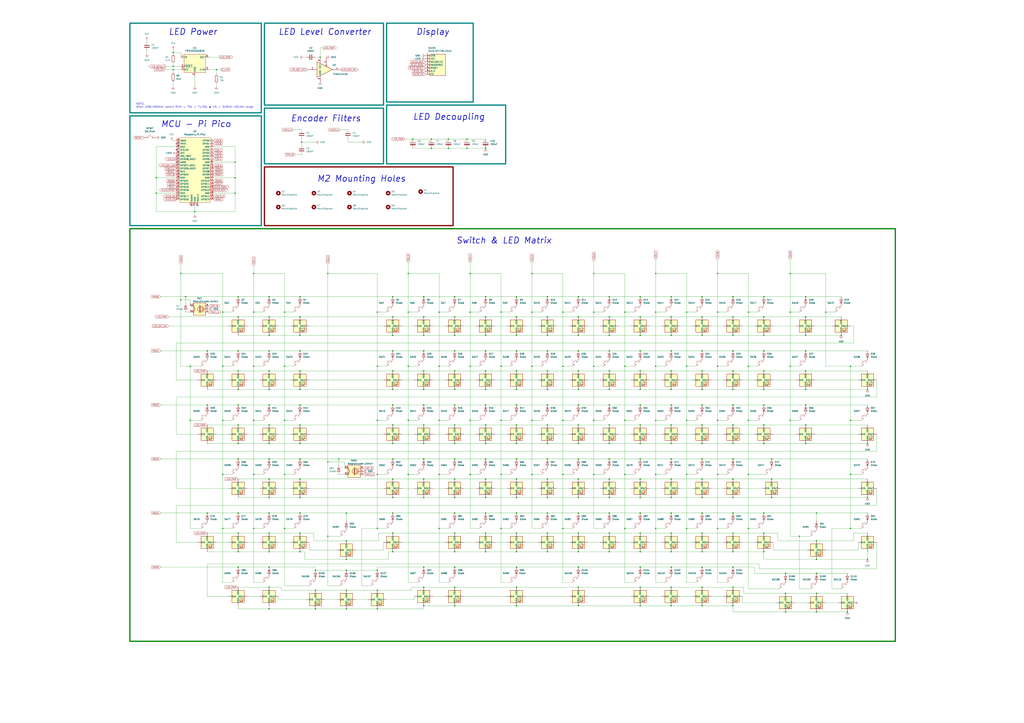
<source format=kicad_sch>
(kicad_sch (version 20230121) (generator eeschema)
  (paper "A1")
  (junction (at 309.88 389.89))
  (junction (at 354.33 121.92))
  (junction (at 195.58 332.74))
  (junction (at 614.68 434.34))
  (junction (at 627.38 438.15))
  (junction (at 208.28 300.99))
  (junction (at 182.88 389.89))
  (junction (at 373.38 438.15))
  (junction (at 373.38 377.19))
  (junction (at 500.38 421.64))
  (junction (at 220.98 453.39))
  (junction (at 576.58 304.8))
  (junction (at 195.58 377.19))
  (junction (at 284.48 444.5))
  (junction (at 220.98 275.59))
  (junction (at 525.78 260.35))
  (junction (at 525.78 421.64))
  (junction (at 360.68 300.99))
  (junction (at 589.28 434.34))
  (junction (at 500.38 260.35))
  (junction (at 576.58 320.04))
  (junction (at 246.38 421.64))
  (junction (at 563.88 256.54))
  (junction (at 474.98 408.94))
  (junction (at 284.48 459.74))
  (junction (at 538.48 434.34))
  (junction (at 309.88 434.34))
  (junction (at 576.58 482.6))
  (junction (at 233.68 300.99))
  (junction (at 373.38 497.84))
  (junction (at 698.5 300.99))
  (junction (at 373.38 453.39))
  (junction (at 601.98 243.84))
  (junction (at 589.28 300.99))
  (junction (at 170.18 421.64))
  (junction (at 373.38 332.74))
  (junction (at 246.38 377.19))
  (junction (at 500.38 288.29))
  (junction (at 525.78 332.74))
  (junction (at 182.88 300.99))
  (junction (at 462.28 300.99))
  (junction (at 424.18 438.15))
  (junction (at 424.18 466.09))
  (junction (at 424.18 349.25))
  (junction (at 551.18 243.84))
  (junction (at 576.58 349.25))
  (junction (at 347.98 320.04))
  (junction (at 142.24 57.15))
  (junction (at 347.98 275.59))
  (junction (at 474.98 453.39))
  (junction (at 563.88 300.99))
  (junction (at 383.54 121.92))
  (junction (at 195.58 466.09))
  (junction (at 525.78 393.7))
  (junction (at 513.08 389.89))
  (junction (at 322.58 260.35))
  (junction (at 322.58 393.7))
  (junction (at 309.88 256.54))
  (junction (at 645.16 502.92))
  (junction (at 670.56 471.17))
  (junction (at 500.38 243.84))
  (junction (at 368.3 121.92))
  (junction (at 462.28 256.54))
  (junction (at 487.68 256.54))
  (junction (at 247.65 116.84))
  (junction (at 411.48 345.44))
  (junction (at 500.38 320.04))
  (junction (at 360.68 389.89))
  (junction (at 259.08 500.38))
  (junction (at 347.98 377.19))
  (junction (at 500.38 393.7))
  (junction (at 373.38 364.49))
  (junction (at 246.38 332.74))
  (junction (at 398.78 453.39))
  (junction (at 347.98 408.94))
  (junction (at 627.38 453.39))
  (junction (at 347.98 243.84))
  (junction (at 576.58 466.09))
  (junction (at 208.28 224.79))
  (junction (at 436.88 224.79))
  (junction (at 322.58 243.84))
  (junction (at 411.48 434.34))
  (junction (at 627.38 421.64))
  (junction (at 339.09 114.3))
  (junction (at 500.38 453.39))
  (junction (at 386.08 224.79))
  (junction (at 322.58 421.64))
  (junction (at 373.38 275.59))
  (junction (at 563.88 434.34))
  (junction (at 246.38 275.59))
  (junction (at 160.02 173.99))
  (junction (at 551.18 377.19))
  (junction (at 284.48 421.64))
  (junction (at 424.18 260.35))
  (junction (at 220.98 260.35))
  (junction (at 474.98 320.04))
  (junction (at 474.98 349.25))
  (junction (at 525.78 466.09))
  (junction (at 347.98 304.8))
  (junction (at 195.58 349.25))
  (junction (at 322.58 349.25))
  (junction (at 398.78 349.25))
  (junction (at 601.98 364.49))
  (junction (at 246.38 408.94))
  (junction (at 208.28 256.54))
  (junction (at 462.28 389.89))
  (junction (at 220.98 408.94))
  (junction (at 474.98 332.74))
  (junction (at 424.18 275.59))
  (junction (at 690.88 275.59))
  (junction (at 601.98 320.04))
  (junction (at 156.21 345.44))
  (junction (at 601.98 260.35))
  (junction (at 513.08 300.99))
  (junction (at 525.78 438.15))
  (junction (at 335.28 224.79))
  (junction (at 322.58 438.15))
  (junction (at 424.18 393.7))
  (junction (at 246.38 438.15))
  (junction (at 246.38 453.39))
  (junction (at 576.58 393.7))
  (junction (at 601.98 275.59))
  (junction (at 462.28 345.44))
  (junction (at 627.38 320.04))
  (junction (at 347.98 260.35))
  (junction (at 398.78 408.94))
  (junction (at 246.38 393.7))
  (junction (at 309.88 485.14))
  (junction (at 500.38 349.25))
  (junction (at 195.58 288.29))
  (junction (at 661.67 320.04))
  (junction (at 373.38 260.35))
  (junction (at 373.38 482.6))
  (junction (at 142.24 43.18))
  (junction (at 195.58 320.04))
  (junction (at 449.58 364.49))
  (junction (at 474.98 288.29))
  (junction (at 576.58 332.74))
  (junction (at 576.58 243.84))
  (junction (at 576.58 438.15))
  (junction (at 278.13 377.19))
  (junction (at 284.48 485.14))
  (junction (at 551.18 304.8))
  (junction (at 368.3 114.3))
  (junction (at 360.68 434.34))
  (junction (at 576.58 408.94))
  (junction (at 551.18 453.39))
  (junction (at 373.38 421.64))
  (junction (at 474.98 243.84))
  (junction (at 661.67 260.35))
  (junction (at 474.98 497.84))
  (junction (at 500.38 275.59))
  (junction (at 601.98 466.09))
  (junction (at 589.28 224.79))
  (junction (at 614.68 345.44))
  (junction (at 152.4 243.84))
  (junction (at 551.18 438.15))
  (junction (at 148.59 246.38))
  (junction (at 322.58 364.49))
  (junction (at 449.58 243.84))
  (junction (at 373.38 349.25))
  (junction (at 322.58 275.59))
  (junction (at 220.98 243.84))
  (junction (at 195.58 243.84))
  (junction (at 220.98 304.8))
  (junction (at 551.18 421.64))
  (junction (at 661.67 349.25))
  (junction (at 525.78 349.25))
  (junction (at 220.98 288.29))
  (junction (at 474.98 393.7))
  (junction (at 474.98 421.64))
  (junction (at 182.88 345.44))
  (junction (at 462.28 434.34))
  (junction (at 601.98 497.84))
  (junction (at 208.28 434.34))
  (junction (at 661.67 243.84))
  (junction (at 525.78 320.04))
  (junction (at 500.38 332.74))
  (junction (at 525.78 497.84))
  (junction (at 233.68 434.34))
  (junction (at 695.96 502.92))
  (junction (at 648.97 345.44))
  (junction (at 220.98 332.74))
  (junction (at 246.38 243.84))
  (junction (at 576.58 453.39))
  (junction (at 360.68 345.44))
  (junction (at 614.68 300.99))
  (junction (at 601.98 421.64))
  (junction (at 449.58 453.39))
  (junction (at 538.48 300.99))
  (junction (at 614.68 389.89))
  (junction (at 398.78 438.15))
  (junction (at 128.27 146.05))
  (junction (at 386.08 300.99))
  (junction (at 648.97 300.99))
  (junction (at 246.38 364.49))
  (junction (at 449.58 304.8))
  (junction (at 436.88 389.89))
  (junction (at 309.88 300.99))
  (junction (at 487.68 300.99))
  (junction (at 436.88 256.54))
  (junction (at 360.68 256.54))
  (junction (at 436.88 300.99))
  (junction (at 670.56 487.68))
  (junction (at 661.67 332.74))
  (junction (at 500.38 364.49))
  (junction (at 474.98 466.09))
  (junction (at 347.98 288.29))
  (junction (at 633.73 393.7))
  (junction (at 563.88 389.89))
  (junction (at 347.98 349.25))
  (junction (at 525.78 364.49))
  (junction (at 538.48 345.44))
  (junction (at 487.68 345.44))
  (junction (at 195.58 304.8))
  (junction (at 670.56 421.64))
  (junction (at 474.98 364.49))
  (junction (at 398.78 332.74))
  (junction (at 398.78 377.19))
  (junction (at 398.78 320.04))
  (junction (at 233.68 389.89))
  (junction (at 259.08 468.63))
  (junction (at 525.78 377.19))
  (junction (at 411.48 300.99))
  (junction (at 538.48 389.89))
  (junction (at 648.97 256.54))
  (junction (at 347.98 482.6))
  (junction (at 424.18 408.94))
  (junction (at 525.78 288.29))
  (junction (at 411.48 389.89))
  (junction (at 386.08 389.89))
  (junction (at 246.38 288.29))
  (junction (at 424.18 364.49))
  (junction (at 513.08 345.44))
  (junction (at 373.38 320.04))
  (junction (at 633.73 377.19))
  (junction (at 322.58 377.19))
  (junction (at 449.58 288.29))
  (junction (at 589.28 389.89))
  (junction (at 195.58 421.64))
  (junction (at 269.24 379.73))
  (junction (at 551.18 288.29))
  (junction (at 576.58 260.35))
  (junction (at 220.98 377.19))
  (junction (at 233.68 345.44))
  (junction (at 335.28 300.99))
  (junction (at 424.18 332.74))
  (junction (at 712.47 364.49))
  (junction (at 500.38 377.19))
  (junction (at 322.58 332.74))
  (junction (at 551.18 320.04))
  (junction (at 670.56 459.74))
  (junction (at 246.38 260.35))
  (junction (at 712.47 408.94))
  (junction (at 383.54 114.3))
  (junction (at 563.88 345.44))
  (junction (at 449.58 349.25))
  (junction (at 670.56 502.92))
  (junction (at 335.28 345.44))
  (junction (at 513.08 256.54))
  (junction (at 182.88 434.34))
  (junction (at 309.88 468.63))
  (junction (at 474.98 275.59))
  (junction (at 525.78 304.8))
  (junction (at 411.48 256.54))
  (junction (at 474.98 304.8))
  (junction (at 347.98 393.7))
  (junction (at 335.28 256.54))
  (junction (at 373.38 393.7))
  (junction (at 398.78 121.92))
  (junction (at 601.98 393.7))
  (junction (at 449.58 421.64))
  (junction (at 474.98 482.6))
  (junction (at 551.18 497.84))
  (junction (at 182.88 256.54))
  (junction (at 525.78 408.94))
  (junction (at 525.78 453.39))
  (junction (at 500.38 304.8))
  (junction (at 208.28 389.89))
  (junction (at 601.98 377.19))
  (junction (at 678.18 256.54))
  (junction (at 601.98 408.94))
  (junction (at 551.18 349.25))
  (junction (at 220.98 466.09))
  (junction (at 347.98 364.49))
  (junction (at 614.68 256.54))
  (junction (at 195.58 453.39))
  (junction (at 661.67 304.8))
  (junction (at 386.08 345.44))
  (junction (at 373.38 408.94))
  (junction (at 398.78 304.8))
  (junction (at 525.78 482.6))
  (junction (at 601.98 438.15))
  (junction (at 309.88 500.38))
  (junction (at 633.73 408.94))
  (junction (at 487.68 224.79))
  (junction (at 698.5 434.34))
  (junction (at 474.98 438.15))
  (junction (at 601.98 349.25))
  (junction (at 322.58 304.8))
  (junction (at 246.38 320.04))
  (junction (at 576.58 288.29))
  (junction (at 513.08 434.34))
  (junction (at 601.98 482.6))
  (junction (at 656.59 440.69))
  (junction (at 347.98 466.09))
  (junction (at 398.78 275.59))
  (junction (at 246.38 349.25))
  (junction (at 589.28 256.54))
  (junction (at 449.58 393.7))
  (junction (at 195.58 260.35))
  (junction (at 220.98 482.6))
  (junction (at 424.18 304.8))
  (junction (at 474.98 377.19))
  (junction (at 449.58 377.19))
  (junction (at 576.58 497.84))
  (junction (at 398.78 260.35))
  (junction (at 449.58 260.35))
  (junction (at 627.38 243.84))
  (junction (at 424.18 377.19))
  (junction (at 576.58 377.19))
  (junction (at 601.98 332.74))
  (junction (at 424.18 243.84))
  (junction (at 148.59 224.79))
  (junction (at 233.68 256.54))
  (junction (at 670.56 444.5))
  (junction (at 220.98 349.25))
  (junction (at 398.78 393.7))
  (junction (at 551.18 260.35))
  (junction (at 627.38 349.25))
  (junction (at 195.58 364.49))
  (junction (at 601.98 453.39))
  (junction (at 698.5 345.44))
  (junction (at 551.18 408.94))
  (junction (at 386.08 256.54))
  (junction (at 474.98 260.35))
  (junction (at 373.38 304.8))
  (junction (at 259.08 485.14))
  (junction (at 424.18 497.84))
  (junction (at 648.97 224.79))
  (junction (at 712.47 459.74))
  (junction (at 551.18 466.09))
  (junction (at 698.5 389.89))
  (junction (at 424.18 320.04))
  (junction (at 449.58 320.04))
  (junction (at 712.47 320.04))
  (junction (at 551.18 482.6))
  (junction (at 335.28 389.89))
  (junction (at 220.98 421.64))
  (junction (at 142.24 54.61))
  (junction (at 424.18 482.6))
  (junction (at 627.38 260.35))
  (junction (at 177.8 57.15))
  (junction (at 220.98 393.7))
  (junction (at 500.38 408.94))
  (junction (at 589.28 345.44))
  (junction (at 576.58 275.59))
  (junction (at 373.38 243.84))
  (junction (at 354.33 114.3))
  (junction (at 551.18 364.49))
  (junction (at 525.78 275.59))
  (junction (at 220.98 438.15))
  (junction (at 262.89 46.99))
  (junction (at 436.88 345.44))
  (junction (at 601.98 288.29))
  (junction (at 128.27 158.75))
  (junction (at 449.58 438.15))
  (junction (at 193.04 133.35))
  (junction (at 373.38 288.29))
  (junction (at 627.38 288.29))
  (junction (at 220.98 500.38))
  (junction (at 220.98 364.49))
  (junction (at 500.38 438.15))
  (junction (at 449.58 275.59))
  (junction (at 322.58 288.29))
  (junction (at 449.58 408.94))
  (junction (at 627.38 332.74))
  (junction (at 576.58 421.64))
  (junction (at 246.38 304.8))
  (junction (at 627.38 275.59))
  (junction (at 284.48 468.63))
  (junction (at 627.38 364.49))
  (junction (at 601.98 304.8))
  (junction (at 269.24 440.69))
  (junction (at 195.58 438.15))
  (junction (at 661.67 364.49))
  (junction (at 424.18 421.64))
  (junction (at 284.48 500.38))
  (junction (at 309.88 345.44))
  (junction (at 449.58 332.74))
  (junction (at 538.48 224.79))
  (junction (at 373.38 466.09))
  (junction (at 551.18 393.7))
  (junction (at 208.28 345.44))
  (junction (at 424.18 288.29))
  (junction (at 398.78 243.84))
  (junction (at 645.16 487.68))
  (junction (at 347.98 332.74))
  (junction (at 551.18 275.59))
  (junction (at 170.18 332.74))
  (junction (at 193.04 158.75))
  (junction (at 424.18 453.39))
  (junction (at 398.78 364.49))
  (junction (at 322.58 320.04))
  (junction (at 487.68 389.89))
  (junction (at 398.78 288.29))
  (junction (at 645.16 471.17))
  (junction (at 193.04 146.05))
  (junction (at 661.67 275.59))
  (junction (at 525.78 243.84))
  (junction (at 538.48 256.54))
  (junction (at 170.18 288.29))
  (junction (at 322.58 453.39))
  (junction (at 398.78 421.64))
  (junction (at 576.58 364.49))
  (junction (at 661.67 288.29))
  (junction (at 269.24 224.79))
  (junction (at 347.98 497.84))
  (junction (at 322.58 408.94))
  (junction (at 551.18 332.74))
  (junction (at 220.98 320.04))
  (junction (at 156.21 300.99))
  (junction (at 627.38 304.8))
  (no_connect (at 144.78 128.27))
  (no_connect (at 162.56 168.91))
  (no_connect (at 157.48 168.91))
  (no_connect (at 703.58 495.3))
  (no_connect (at 144.78 123.19))
  (no_connect (at 144.78 118.11))
  (no_connect (at 144.78 133.35))
  (wire (pts (xy 436.88 215.9) (xy 436.88 224.79)))
  (wire (pts (xy 398.78 421.64) (xy 424.18 421.64)))
  (wire (pts (xy 322.58 377.19) (xy 347.98 377.19)))
  (wire (pts (xy 398.78 275.59) (xy 424.18 275.59)))
  (wire (pts (xy 576.58 482.6) (xy 601.98 482.6)))
  (wire (pts (xy 589.28 213.36) (xy 589.28 224.79)))
  (wire (pts (xy 208.28 218.44) (xy 208.28 224.79)))
  (wire (pts (xy 474.98 288.29) (xy 500.38 288.29)))
  (wire (pts (xy 398.78 304.8) (xy 424.18 304.8)))
  (wire (pts (xy 538.48 389.89) (xy 546.1 389.89)))
  (wire (pts (xy 670.56 502.92) (xy 695.96 502.92)))
  (wire (pts (xy 424.18 466.09) (xy 474.98 466.09)))
  (wire (pts (xy 656.59 440.69) (xy 665.48 440.69)))
  (wire (pts (xy 661.67 243.84) (xy 690.88 243.84)))
  (wire (pts (xy 449.58 408.94) (xy 474.98 408.94)))
  (wire (pts (xy 246.38 288.29) (xy 322.58 288.29)))
  (wire (pts (xy 360.68 345.44) (xy 368.3 345.44)))
  (wire (pts (xy 284.48 468.63) (xy 309.88 468.63)))
  (wire (pts (xy 335.28 300.99) (xy 342.9 300.99)))
  (wire (pts (xy 347.98 332.74) (xy 373.38 332.74)))
  (wire (pts (xy 525.78 288.29) (xy 551.18 288.29)))
  (wire (pts (xy 398.78 438.15) (xy 424.18 438.15)))
  (wire (pts (xy 360.68 389.89) (xy 360.68 434.34)))
  (wire (pts (xy 135.89 57.15) (xy 142.24 57.15)))
  (wire (pts (xy 462.28 300.99) (xy 462.28 345.44)))
  (wire (pts (xy 254 312.42) (xy 314.96 312.42)))
  (wire (pts (xy 558.8 267.97) (xy 568.96 267.97)))
  (wire (pts (xy 259.08 46.99) (xy 262.89 46.99)))
  (wire (pts (xy 513.08 434.34) (xy 520.7 434.34)))
  (wire (pts (xy 500.38 377.19) (xy 525.78 377.19)))
  (wire (pts (xy 398.78 260.35) (xy 424.18 260.35)))
  (wire (pts (xy 462.28 345.44) (xy 469.9 345.44)))
  (wire (pts (xy 138.43 260.35) (xy 195.58 260.35)))
  (wire (pts (xy 170.18 288.29) (xy 195.58 288.29)))
  (wire (pts (xy 411.48 389.89) (xy 411.48 434.34)))
  (wire (pts (xy 424.18 243.84) (xy 449.58 243.84)))
  (wire (pts (xy 538.48 345.44) (xy 538.48 389.89)))
  (wire (pts (xy 347.98 377.19) (xy 373.38 377.19)))
  (wire (pts (xy 627.38 260.35) (xy 661.67 260.35)))
  (wire (pts (xy 525.78 320.04) (xy 551.18 320.04)))
  (wire (pts (xy 601.98 260.35) (xy 627.38 260.35)))
  (wire (pts (xy 474.98 377.19) (xy 500.38 377.19)))
  (wire (pts (xy 648.97 256.54) (xy 648.97 300.99)))
  (wire (pts (xy 627.38 243.84) (xy 661.67 243.84)))
  (wire (pts (xy 538.48 434.34) (xy 546.1 434.34)))
  (wire (pts (xy 208.28 300.99) (xy 208.28 345.44)))
  (wire (pts (xy 635 356.87) (xy 654.05 356.87)))
  (wire (pts (xy 661.67 275.59) (xy 690.88 275.59)))
  (wire (pts (xy 233.68 434.34) (xy 233.68 481.33)))
  (wire (pts (xy 698.5 300.99) (xy 707.39 300.99)))
  (wire (pts (xy 170.18 320.04) (xy 195.58 320.04)))
  (wire (pts (xy 589.28 478.79) (xy 596.9 478.79)))
  (wire (pts (xy 436.88 256.54) (xy 436.88 300.99)))
  (wire (pts (xy 601.98 482.6) (xy 610.87 482.6)))
  (wire (pts (xy 175.26 146.05) (xy 193.04 146.05)))
  (wire (pts (xy 571.5 256.54) (xy 563.88 256.54)))
  (wire (pts (xy 373.38 408.94) (xy 398.78 408.94)))
  (wire (pts (xy 551.18 364.49) (xy 576.58 364.49)))
  (wire (pts (xy 284.48 444.5) (xy 311.15 444.5)))
  (wire (pts (xy 656.59 440.69) (xy 656.59 483.87)))
  (wire (pts (xy 500.38 304.8) (xy 525.78 304.8)))
  (wire (pts (xy 633.73 408.94) (xy 712.47 408.94)))
  (wire (pts (xy 576.58 438.15) (xy 601.98 438.15)))
  (wire (pts (xy 156.21 246.38) (xy 148.59 246.38)))
  (wire (pts (xy 678.18 224.79) (xy 678.18 256.54)))
  (wire (pts (xy 627.38 453.39) (xy 627.38 459.74)))
  (wire (pts (xy 233.68 481.33) (xy 254 481.33)))
  (wire (pts (xy 373.38 275.59) (xy 398.78 275.59)))
  (wire (pts (xy 474.98 408.94) (xy 500.38 408.94)))
  (wire (pts (xy 508 401.32) (xy 518.16 401.32)))
  (wire (pts (xy 231.14 482.6) (xy 231.14 485.14)))
  (wire (pts (xy 424.18 482.6) (xy 474.98 482.6)))
  (wire (pts (xy 449.58 421.64) (xy 474.98 421.64)))
  (wire (pts (xy 411.48 389.89) (xy 419.1 389.89)))
  (wire (pts (xy 627.38 320.04) (xy 661.67 320.04)))
  (wire (pts (xy 698.5 345.44) (xy 698.5 389.89)))
  (wire (pts (xy 648.97 300.99) (xy 648.97 345.44)))
  (wire (pts (xy 411.48 434.34) (xy 419.1 434.34)))
  (wire (pts (xy 373.38 393.7) (xy 398.78 393.7)))
  (wire (pts (xy 698.5 389.89) (xy 698.5 434.34)))
  (wire (pts (xy 513.08 389.89) (xy 520.7 389.89)))
  (wire (pts (xy 500.38 349.25) (xy 525.78 349.25)))
  (wire (pts (xy 160.02 168.91) (xy 160.02 173.99)))
  (wire (pts (xy 449.58 332.74) (xy 474.98 332.74)))
  (wire (pts (xy 436.88 345.44) (xy 436.88 389.89)))
  (wire (pts (xy 398.78 364.49) (xy 424.18 364.49)))
  (wire (pts (xy 576.58 349.25) (xy 601.98 349.25)))
  (wire (pts (xy 500.38 332.74) (xy 525.78 332.74)))
  (wire (pts (xy 614.68 389.89) (xy 628.65 389.89)))
  (wire (pts (xy 525.78 466.09) (xy 551.18 466.09)))
  (wire (pts (xy 398.78 332.74) (xy 424.18 332.74)))
  (wire (pts (xy 220.98 482.6) (xy 231.14 482.6)))
  (wire (pts (xy 144.78 281.94) (xy 144.78 312.42)))
  (wire (pts (xy 551.18 408.94) (xy 576.58 408.94)))
  (wire (pts (xy 220.98 260.35) (xy 246.38 260.35)))
  (wire (pts (xy 246.38 364.49) (xy 322.58 364.49)))
  (wire (pts (xy 678.18 300.99) (xy 698.5 300.99)))
  (wire (pts (xy 584.2 267.97) (xy 594.36 267.97)))
  (wire (pts (xy 551.18 304.8) (xy 576.58 304.8)))
  (wire (pts (xy 648.97 345.44) (xy 648.97 440.69)))
  (wire (pts (xy 669.29 267.97) (xy 683.26 267.97)))
  (wire (pts (xy 285.75 116.84) (xy 297.18 116.84)))
  (wire (pts (xy 347.98 393.7) (xy 373.38 393.7)))
  (wire (pts (xy 228.6 267.97) (xy 238.76 267.97)))
  (wire (pts (xy 457.2 401.32) (xy 467.36 401.32)))
  (wire (pts (xy 182.88 224.79) (xy 182.88 256.54)))
  (wire (pts (xy 619.76 466.09) (xy 619.76 471.17)))
  (wire (pts (xy 487.68 345.44) (xy 487.68 389.89)))
  (wire (pts (xy 373.38 497.84) (xy 424.18 497.84)))
  (wire (pts (xy 576.58 408.94) (xy 601.98 408.94)))
  (wire (pts (xy 551.18 377.19) (xy 576.58 377.19)))
  (wire (pts (xy 160.02 173.99) (xy 160.02 176.53)))
  (wire (pts (xy 462.28 434.34) (xy 469.9 434.34)))
  (wire (pts (xy 609.6 401.32) (xy 626.11 401.32)))
  (wire (pts (xy 533.4 267.97) (xy 543.56 267.97)))
  (wire (pts (xy 309.88 466.09) (xy 347.98 466.09)))
  (wire (pts (xy 144.78 401.32) (xy 187.96 401.32)))
  (wire (pts (xy 144.78 326.39) (xy 720.09 326.39)))
  (wire (pts (xy 347.98 243.84) (xy 373.38 243.84)))
  (wire (pts (xy 233.68 224.79) (xy 233.68 256.54)))
  (wire (pts (xy 563.88 345.44) (xy 563.88 389.89)))
  (wire (pts (xy 182.88 434.34) (xy 190.5 434.34)))
  (wire (pts (xy 513.08 478.79) (xy 520.7 478.79)))
  (wire (pts (xy 431.8 445.77) (xy 441.96 445.77)))
  (wire (pts (xy 381 312.42) (xy 391.16 312.42)))
  (wire (pts (xy 584.2 312.42) (xy 594.36 312.42)))
  (wire (pts (xy 474.98 438.15) (xy 500.38 438.15)))
  (wire (pts (xy 627.38 332.74) (xy 661.67 332.74)))
  (wire (pts (xy 500.38 421.64) (xy 525.78 421.64)))
  (wire (pts (xy 661.67 260.35) (xy 690.88 260.35)))
  (wire (pts (xy 170.18 453.39) (xy 195.58 453.39)))
  (wire (pts (xy 614.68 434.34) (xy 614.68 483.87)))
  (wire (pts (xy 584.2 401.32) (xy 594.36 401.32)))
  (wire (pts (xy 610.87 482.6) (xy 610.87 487.68)))
  (wire (pts (xy 627.38 275.59) (xy 661.67 275.59)))
  (wire (pts (xy 386.08 224.79) (xy 411.48 224.79)))
  (wire (pts (xy 513.08 389.89) (xy 513.08 434.34)))
  (wire (pts (xy 563.88 224.79) (xy 538.48 224.79)))
  (wire (pts (xy 177.8 445.77) (xy 187.96 445.77)))
  (wire (pts (xy 285.75 114.3) (xy 285.75 116.84)))
  (wire (pts (xy 182.88 434.34) (xy 182.88 478.79)))
  (wire (pts (xy 233.68 434.34) (xy 241.3 434.34)))
  (wire (pts (xy 254 445.77) (xy 254 452.12)))
  (wire (pts (xy 144.78 158.75) (xy 128.27 158.75)))
  (wire (pts (xy 449.58 349.25) (xy 474.98 349.25)))
  (wire (pts (xy 449.58 304.8) (xy 474.98 304.8)))
  (wire (pts (xy 436.88 224.79) (xy 462.28 224.79)))
  (wire (pts (xy 368.3 114.3) (xy 383.54 114.3)))
  (wire (pts (xy 335.28 389.89) (xy 342.9 389.89)))
  (wire (pts (xy 208.28 224.79) (xy 208.28 256.54)))
  (wire (pts (xy 648.97 256.54) (xy 656.59 256.54)))
  (wire (pts (xy 193.04 133.35) (xy 193.04 146.05)))
  (wire (pts (xy 233.68 345.44) (xy 241.3 345.44)))
  (wire (pts (xy 720.09 356.87) (xy 720.09 370.84)))
  (wire (pts (xy 487.68 224.79) (xy 487.68 256.54)))
  (wire (pts (xy 533.4 445.77) (xy 543.56 445.77)))
  (wire (pts (xy 398.78 243.84) (xy 424.18 243.84)))
  (wire (pts (xy 208.28 224.79) (xy 233.68 224.79)))
  (wire (pts (xy 670.56 421.64) (xy 712.47 421.64)))
  (wire (pts (xy 487.68 224.79) (xy 513.08 224.79)))
  (wire (pts (xy 601.98 497.84) (xy 601.98 502.92)))
  (wire (pts (xy 220.98 500.38) (xy 259.08 500.38)))
  (wire (pts (xy 551.18 349.25) (xy 576.58 349.25)))
  (wire (pts (xy 381 401.32) (xy 391.16 401.32)))
  (wire (pts (xy 487.68 256.54) (xy 487.68 300.99)))
  (wire (pts (xy 330.2 401.32) (xy 340.36 401.32)))
  (wire (pts (xy 233.68 389.89) (xy 241.3 389.89)))
  (wire (pts (xy 203.2 267.97) (xy 213.36 267.97)))
  (wire (pts (xy 250.19 453.39) (xy 250.19 459.74)))
  (wire (pts (xy 508 356.87) (xy 518.16 356.87)))
  (wire (pts (xy 182.88 256.54) (xy 190.5 256.54)))
  (wire (pts (xy 661.67 288.29) (xy 712.47 288.29)))
  (wire (pts (xy 513.08 345.44) (xy 520.7 345.44)))
  (wire (pts (xy 309.88 224.79) (xy 309.88 256.54)))
  (wire (pts (xy 381 356.87) (xy 391.16 356.87)))
  (wire (pts (xy 398.78 349.25) (xy 424.18 349.25)))
  (wire (pts (xy 144.78 415.29) (xy 144.78 445.77)))
  (wire (pts (xy 322.58 408.94) (xy 347.98 408.94)))
  (wire (pts (xy 279.4 106.68) (xy 285.75 106.68)))
  (wire (pts (xy 148.59 43.18) (xy 148.59 46.99)))
  (wire (pts (xy 589.28 224.79) (xy 589.28 256.54)))
  (wire (pts (xy 525.78 243.84) (xy 551.18 243.84)))
  (wire (pts (xy 701.04 267.97) (xy 698.5 267.97)))
  (wire (pts (xy 138.43 267.97) (xy 187.96 267.97)))
  (wire (pts (xy 601.98 243.84) (xy 627.38 243.84)))
  (wire (pts (xy 525.78 364.49) (xy 551.18 364.49)))
  (wire (pts (xy 474.98 304.8) (xy 500.38 304.8)))
  (wire (pts (xy 309.88 345.44) (xy 309.88 389.89)))
  (wire (pts (xy 347.98 497.84) (xy 373.38 497.84)))
  (wire (pts (xy 156.21 251.46) (xy 156.21 246.38)))
  (wire (pts (xy 614.68 224.79) (xy 614.68 256.54)))
  (wire (pts (xy 269.24 224.79) (xy 269.24 379.73)))
  (wire (pts (xy 335.28 300.99) (xy 335.28 345.44)))
  (wire (pts (xy 269.24 224.79) (xy 309.88 224.79)))
  (wire (pts (xy 576.58 364.49) (xy 601.98 364.49)))
  (wire (pts (xy 424.18 275.59) (xy 449.58 275.59)))
  (wire (pts (xy 283.21 379.73) (xy 269.24 379.73)))
  (wire (pts (xy 360.68 300.99) (xy 368.3 300.99)))
  (wire (pts (xy 698.5 389.89) (xy 707.39 389.89)))
  (wire (pts (xy 474.98 349.25) (xy 500.38 349.25)))
  (wire (pts (xy 195.58 364.49) (xy 220.98 364.49)))
  (wire (pts (xy 208.28 434.34) (xy 215.9 434.34)))
  (wire (pts (xy 383.54 121.92) (xy 398.78 121.92)))
  (wire (pts (xy 156.21 300.99) (xy 156.21 345.44)))
  (wire (pts (xy 144.78 370.84) (xy 144.78 401.32)))
  (wire (pts (xy 576.58 304.8) (xy 601.98 304.8)))
  (wire (pts (xy 525.78 453.39) (xy 551.18 453.39)))
  (wire (pts (xy 246.38 260.35) (xy 322.58 260.35)))
  (wire (pts (xy 318.77 459.74) (xy 318.77 453.39)))
  (wire (pts (xy 241.3 106.68) (xy 247.65 106.68)))
  (wire (pts (xy 228.6 492.76) (xy 251.46 492.76)))
  (wire (pts (xy 424.18 497.84) (xy 474.98 497.84)))
  (wire (pts (xy 563.88 300.99) (xy 571.5 300.99)))
  (wire (pts (xy 322.58 332.74) (xy 347.98 332.74)))
  (wire (pts (xy 576.58 332.74) (xy 601.98 332.74)))
  (wire (pts (xy 670.56 471.17) (xy 695.96 471.17)))
  (wire (pts (xy 704.85 452.12) (xy 704.85 445.77)))
  (wire (pts (xy 132.08 243.84) (xy 152.4 243.84)))
  (wire (pts (xy 128.27 120.65) (xy 128.27 146.05)))
  (wire (pts (xy 576.58 497.84) (xy 601.98 497.84)))
  (wire (pts (xy 601.98 349.25) (xy 627.38 349.25)))
  (wire (pts (xy 601.98 377.19) (xy 633.73 377.19)))
  (wire (pts (xy 156.21 345.44) (xy 156.21 434.34)))
  (wire (pts (xy 322.58 438.15) (xy 373.38 438.15)))
  (wire (pts (xy 257.81 438.15) (xy 257.81 444.5)))
  (wire (pts (xy 220.98 393.7) (xy 246.38 393.7)))
  (wire (pts (xy 170.18 349.25) (xy 195.58 349.25)))
  (wire (pts (xy 701.04 438.15) (xy 712.47 438.15)))
  (wire (pts (xy 360.68 256.54) (xy 360.68 300.99)))
  (wire (pts (xy 309.88 389.89) (xy 317.5 389.89)))
  (wire (pts (xy 360.68 434.34) (xy 360.68 478.79)))
  (wire (pts (xy 525.78 393.7) (xy 551.18 393.7)))
  (wire (pts (xy 661.67 364.49) (xy 712.47 364.49)))
  (wire (pts (xy 195.58 500.38) (xy 220.98 500.38)))
  (wire (pts (xy 335.28 389.89) (xy 335.28 478.79)))
  (wire (pts (xy 177.8 68.58) (xy 177.8 71.12)))
  (wire (pts (xy 170.18 463.55) (xy 623.57 463.55)))
  (wire (pts (xy 309.88 389.89) (xy 309.88 434.34)))
  (wire (pts (xy 670.56 487.68) (xy 695.96 487.68)))
  (wire (pts (xy 330.2 445.77) (xy 365.76 445.77)))
  (wire (pts (xy 513.08 256.54) (xy 520.7 256.54)))
  (wire (pts (xy 170.18 364.49) (xy 195.58 364.49)))
  (wire (pts (xy 406.4 267.97) (xy 416.56 267.97)))
  (wire (pts (xy 386.08 256.54) (xy 393.7 256.54)))
  (wire (pts (xy 424.18 332.74) (xy 449.58 332.74)))
  (wire (pts (xy 482.6 401.32) (xy 492.76 401.32)))
  (wire (pts (xy 436.88 389.89) (xy 444.5 389.89)))
  (wire (pts (xy 347.98 349.25) (xy 373.38 349.25)))
  (wire (pts (xy 670.56 459.74) (xy 712.47 459.74)))
  (wire (pts (xy 508 312.42) (xy 518.16 312.42)))
  (wire (pts (xy 584.2 490.22) (xy 594.36 490.22)))
  (wire (pts (xy 360.68 389.89) (xy 368.3 389.89)))
  (wire (pts (xy 132.08 421.64) (xy 170.18 421.64)))
  (wire (pts (xy 457.2 312.42) (xy 467.36 312.42)))
  (wire (pts (xy 208.28 345.44) (xy 215.9 345.44)))
  (wire (pts (xy 170.18 304.8) (xy 195.58 304.8)))
  (wire (pts (xy 474.98 466.09) (xy 525.78 466.09)))
  (wire (pts (xy 474.98 243.84) (xy 500.38 243.84)))
  (wire (pts (xy 533.4 356.87) (xy 543.56 356.87)))
  (wire (pts (xy 627.38 349.25) (xy 661.67 349.25)))
  (wire (pts (xy 195.58 393.7) (xy 220.98 393.7)))
  (wire (pts (xy 203.2 401.32) (xy 213.36 401.32)))
  (wire (pts (xy 533.4 490.22) (xy 543.56 490.22)))
  (wire (pts (xy 648.97 224.79) (xy 678.18 224.79)))
  (wire (pts (xy 142.24 43.18) (xy 148.59 43.18)))
  (wire (pts (xy 144.78 445.77) (xy 162.56 445.77)))
  (wire (pts (xy 462.28 224.79) (xy 462.28 256.54)))
  (wire (pts (xy 406.4 401.32) (xy 416.56 401.32)))
  (wire (pts (xy 373.38 332.74) (xy 398.78 332.74)))
  (wire (pts (xy 233.68 256.54) (xy 241.3 256.54)))
  (wire (pts (xy 383.54 114.3) (xy 398.78 114.3)))
  (wire (pts (xy 614.68 300.99) (xy 622.3 300.99)))
  (wire (pts (xy 589.28 300.99) (xy 596.9 300.99)))
  (wire (pts (xy 641.35 401.32) (xy 704.85 401.32)))
  (wire (pts (xy 411.48 434.34) (xy 411.48 478.79)))
  (wire (pts (xy 487.68 345.44) (xy 495.3 345.44)))
  (wire (pts (xy 525.78 438.15) (xy 551.18 438.15)))
  (wire (pts (xy 661.67 320.04) (xy 712.47 320.04)))
  (wire (pts (xy 195.58 377.19) (xy 220.98 377.19)))
  (wire (pts (xy 601.98 393.7) (xy 633.73 393.7)))
  (wire (pts (xy 627.38 459.74) (xy 670.56 459.74)))
  (wire (pts (xy 142.24 57.15) (xy 148.59 57.15)))
  (wire (pts (xy 424.18 421.64) (xy 449.58 421.64)))
  (wire (pts (xy 246.38 320.04) (xy 322.58 320.04)))
  (wire (pts (xy 601.98 438.15) (xy 627.38 438.15)))
  (wire (pts (xy 335.28 256.54) (xy 335.28 300.99)))
  (wire (pts (xy 500.38 288.29) (xy 525.78 288.29)))
  (wire (pts (xy 563.88 256.54) (xy 563.88 224.79)))
  (wire (pts (xy 576.58 453.39) (xy 601.98 453.39)))
  (wire (pts (xy 589.28 300.99) (xy 589.28 345.44)))
  (wire (pts (xy 474.98 275.59) (xy 500.38 275.59)))
  (wire (pts (xy 525.78 377.19) (xy 551.18 377.19)))
  (wire (pts (xy 551.18 275.59) (xy 576.58 275.59)))
  (wire (pts (xy 339.09 114.3) (xy 354.33 114.3)))
  (wire (pts (xy 487.68 214.63) (xy 487.68 224.79)))
  (wire (pts (xy 538.48 224.79) (xy 538.48 256.54)))
  (wire (pts (xy 373.38 304.8) (xy 398.78 304.8)))
  (wire (pts (xy 474.98 332.74) (xy 500.38 332.74)))
  (wire (pts (xy 601.98 304.8) (xy 627.38 304.8)))
  (wire (pts (xy 193.04 120.65) (xy 193.04 133.35)))
  (wire (pts (xy 701.04 444.5) (xy 701.04 438.15)))
  (wire (pts (xy 563.88 434.34) (xy 571.5 434.34)))
  (wire (pts (xy 474.98 260.35) (xy 500.38 260.35)))
  (wire (pts (xy 373.38 421.64) (xy 398.78 421.64)))
  (wire (pts (xy 610.87 487.68) (xy 645.16 487.68)))
  (wire (pts (xy 589.28 434.34) (xy 589.28 478.79)))
  (wire (pts (xy 487.68 389.89) (xy 495.3 389.89)))
  (wire (pts (xy 635 445.77) (xy 635 452.12)))
  (wire (pts (xy 513.08 300.99) (xy 520.7 300.99)))
  (wire (pts (xy 373.38 438.15) (xy 398.78 438.15)))
  (wire (pts (xy 269.24 379.73) (xy 269.24 440.69)))
  (wire (pts (xy 525.78 349.25) (xy 551.18 349.25)))
  (wire (pts (xy 645.16 502.92) (xy 670.56 502.92)))
  (wire (pts (xy 589.28 389.89) (xy 596.9 389.89)))
  (wire (pts (xy 623.57 467.36) (xy 623.57 463.55)))
  (wire (pts (xy 474.98 421.64) (xy 500.38 421.64)))
  (wire (pts (xy 332.74 114.3) (xy 339.09 114.3)))
  (wire (pts (xy 635 312.42) (xy 654.05 312.42)))
  (wire (pts (xy 284.48 421.64) (xy 322.58 421.64)))
  (wire (pts (xy 347.98 288.29) (xy 373.38 288.29)))
  (wire (pts (xy 411.48 300.99) (xy 411.48 345.44)))
  (wire (pts (xy 373.38 320.04) (xy 398.78 320.04)))
  (wire (pts (xy 322.58 288.29) (xy 347.98 288.29)))
  (wire (pts (xy 589.28 389.89) (xy 589.28 434.34)))
  (wire (pts (xy 601.98 275.59) (xy 627.38 275.59)))
  (wire (pts (xy 386.08 345.44) (xy 386.08 389.89)))
  (wire (pts (xy 347.98 260.35) (xy 373.38 260.35)))
  (wire (pts (xy 513.08 300.99) (xy 513.08 345.44)))
  (wire (pts (xy 538.48 434.34) (xy 538.48 478.79)))
  (wire (pts (xy 278.13 382.27) (xy 278.13 377.19)))
  (wire (pts (xy 144.78 370.84) (xy 720.09 370.84)))
  (wire (pts (xy 181.61 57.15) (xy 177.8 57.15)))
  (wire (pts (xy 195.58 438.15) (xy 220.98 438.15)))
  (wire (pts (xy 160.02 71.12) (xy 160.02 62.23)))
  (wire (pts (xy 487.68 256.54) (xy 495.3 256.54)))
  (wire (pts (xy 247.65 116.84) (xy 247.65 119.38)))
  (wire (pts (xy 462.28 300.99) (xy 469.9 300.99)))
  (wire (pts (xy 462.28 434.34) (xy 462.28 478.79)))
  (wire (pts (xy 627.38 288.29) (xy 661.67 288.29)))
  (wire (pts (xy 601.98 453.39) (xy 627.38 453.39)))
  (wire (pts (xy 246.38 377.19) (xy 278.13 377.19)))
  (wire (pts (xy 373.38 482.6) (xy 424.18 482.6)))
  (wire (pts (xy 292.1 492.76) (xy 302.26 492.76)))
  (wire (pts (xy 462.28 256.54) (xy 462.28 300.99)))
  (wire (pts (xy 609.6 490.22) (xy 609.6 495.3)))
  (wire (pts (xy 283.21 384.81) (xy 283.21 379.73)))
  (wire (pts (xy 120.65 41.91) (xy 120.65 44.45)))
  (wire (pts (xy 220.98 275.59) (xy 246.38 275.59)))
  (wire (pts (xy 262.89 39.37) (xy 262.89 46.99)))
  (wire (pts (xy 398.78 288.29) (xy 424.18 288.29)))
  (wire (pts (xy 142.24 67.31) (xy 142.24 71.12)))
  (wire (pts (xy 340.36 490.22) (xy 340.36 492.76)))
  (wire (pts (xy 614.68 389.89) (xy 614.68 434.34)))
  (wire (pts (xy 246.38 408.94) (xy 322.58 408.94)))
  (wire (pts (xy 538.48 256.54) (xy 538.48 300.99)))
  (wire (pts (xy 340.36 492.76) (xy 317.5 492.76)))
  (wire (pts (xy 246.38 438.15) (xy 257.81 438.15)))
  (wire (pts (xy 576.58 320.04) (xy 601.98 320.04)))
  (wire (pts (xy 284.48 421.64) (xy 284.48 427.99)))
  (wire (pts (xy 156.21 300.99) (xy 165.1 300.99)))
  (wire (pts (xy 208.28 300.99) (xy 215.9 300.99)))
  (wire (pts (xy 411.48 224.79) (xy 411.48 256.54)))
  (wire (pts (xy 335.28 345.44) (xy 342.9 345.44)))
  (wire (pts (xy 314.96 452.12) (xy 292.1 452.12)))
  (wire (pts (xy 347.98 364.49) (xy 373.38 364.49)))
  (wire (pts (xy 156.21 434.34) (xy 165.1 434.34)))
  (wire (pts (xy 698.5 345.44) (xy 707.39 345.44)))
  (wire (pts (xy 195.58 288.29) (xy 220.98 288.29)))
  (wire (pts (xy 474.98 497.84) (xy 525.78 497.84)))
  (wire (pts (xy 474.98 320.04) (xy 500.38 320.04)))
  (wire (pts (xy 638.81 444.5) (xy 670.56 444.5)))
  (wire (pts (xy 398.78 453.39) (xy 424.18 453.39)))
  (wire (pts (xy 144.78 281.94) (xy 701.04 281.94)))
  (wire (pts (xy 254 267.97) (xy 314.96 267.97)))
  (wire (pts (xy 148.59 217.17) (xy 148.59 224.79)))
  (wire (pts (xy 347.98 466.09) (xy 373.38 466.09)))
  (wire (pts (xy 411.48 478.79) (xy 419.1 478.79)))
  (wire (pts (xy 248.92 46.99) (xy 251.46 46.99)))
  (wire (pts (xy 424.18 364.49) (xy 449.58 364.49)))
  (wire (pts (xy 142.24 54.61) (xy 148.59 54.61)))
  (wire (pts (xy 457.2 356.87) (xy 467.36 356.87)))
  (wire (pts (xy 424.18 260.35) (xy 449.58 260.35)))
  (wire (pts (xy 297.18 481.33) (xy 304.8 481.33)))
  (wire (pts (xy 355.6 490.22) (xy 365.76 490.22)))
  (wire (pts (xy 128.27 146.05) (xy 128.27 158.75)))
  (wire (pts (xy 381 445.77) (xy 391.16 445.77)))
  (wire (pts (xy 500.38 260.35) (xy 525.78 260.35)))
  (wire (pts (xy 558.8 401.32) (xy 568.96 401.32)))
  (wire (pts (xy 533.4 312.42) (xy 543.56 312.42)))
  (wire (pts (xy 128.27 173.99) (xy 160.02 173.99)))
  (wire (pts (xy 233.68 300.99) (xy 233.68 345.44)))
  (wire (pts (xy 551.18 332.74) (xy 576.58 332.74)))
  (wire (pts (xy 354.33 114.3) (xy 368.3 114.3)))
  (wire (pts (xy 589.28 345.44) (xy 589.28 389.89)))
  (wire (pts (xy 373.38 377.19) (xy 398.78 377.19)))
  (wire (pts (xy 386.08 300.99) (xy 386.08 345.44)))
  (wire (pts (xy 220.98 364.49) (xy 246.38 364.49)))
  (wire (pts (xy 462.28 478.79) (xy 469.9 478.79)))
  (wire (pts (xy 195.58 466.09) (xy 220.98 466.09)))
  (wire (pts (xy 656.59 440.69) (xy 648.97 440.69)))
  (wire (pts (xy 195.58 482.6) (xy 220.98 482.6)))
  (wire (pts (xy 170.18 463.55) (xy 170.18 490.22)))
  (wire (pts (xy 648.97 224.79) (xy 648.97 256.54)))
  (wire (pts (xy 311.15 438.15) (xy 322.58 438.15)))
  (wire (pts (xy 297.18 434.34) (xy 297.18 481.33)))
  (wire (pts (xy 152.4 256.54) (xy 156.21 256.54)))
  (wire (pts (xy 373.38 288.29) (xy 398.78 288.29)))
  (wire (pts (xy 601.98 421.64) (xy 627.38 421.64)))
  (wire (pts (xy 355.6 356.87) (xy 365.76 356.87)))
  (wire (pts (xy 368.3 121.92) (xy 383.54 121.92)))
  (wire (pts (xy 220.98 349.25) (xy 246.38 349.25)))
  (wire (pts (xy 462.28 389.89) (xy 469.9 389.89)))
  (wire (pts (xy 670.56 444.5) (xy 701.04 444.5)))
  (wire (pts (xy 195.58 408.94) (xy 220.98 408.94)))
  (wire (pts (xy 269.24 217.17) (xy 269.24 224.79)))
  (wire (pts (xy 360.68 300.99) (xy 360.68 345.44)))
  (wire (pts (xy 424.18 349.25) (xy 449.58 349.25)))
  (wire (pts (xy 525.78 332.74) (xy 551.18 332.74)))
  (wire (pts (xy 156.21 345.44) (xy 165.1 345.44)))
  (wire (pts (xy 309.88 300.99) (xy 317.5 300.99)))
  (wire (pts (xy 623.57 467.36) (xy 720.09 467.36)))
  (wire (pts (xy 386.08 345.44) (xy 393.7 345.44)))
  (wire (pts (xy 525.78 408.94) (xy 551.18 408.94)))
  (wire (pts (xy 228.6 312.42) (xy 238.76 312.42)))
  (wire (pts (xy 449.58 377.19) (xy 474.98 377.19)))
  (wire (pts (xy 406.4 356.87) (xy 416.56 356.87)))
  (wire (pts (xy 431.8 267.97) (xy 441.96 267.97)))
  (wire (pts (xy 589.28 256.54) (xy 589.28 300.99)))
  (wire (pts (xy 231.14 485.14) (xy 259.08 485.14)))
  (wire (pts (xy 424.18 408.94) (xy 449.58 408.94)))
  (wire (pts (xy 482.6 356.87) (xy 492.76 356.87)))
  (wire (pts (xy 309.88 256.54) (xy 317.5 256.54)))
  (wire (pts (xy 259.08 485.14) (xy 284.48 485.14)))
  (wire (pts (xy 347.98 304.8) (xy 373.38 304.8)))
  (wire (pts (xy 589.28 345.44) (xy 596.9 345.44)))
  (wire (pts (xy 661.67 304.8) (xy 712.47 304.8)))
  (wire (pts (xy 424.18 377.19) (xy 449.58 377.19)))
  (wire (pts (xy 195.58 243.84) (xy 220.98 243.84)))
  (wire (pts (xy 233.68 256.54) (xy 233.68 300.99)))
  (wire (pts (xy 678.18 495.3) (xy 688.34 495.3)))
  (wire (pts (xy 269.24 481.33) (xy 279.4 481.33)))
  (wire (pts (xy 431.8 490.22) (xy 467.36 490.22)))
  (wire (pts (xy 563.88 256.54) (xy 563.88 300.99)))
  (wire (pts (xy 538.48 213.36) (xy 538.48 224.79)))
  (wire (pts (xy 330.2 356.87) (xy 340.36 356.87)))
  (wire (pts (xy 436.88 224.79) (xy 436.88 256.54)))
  (wire (pts (xy 627.38 438.15) (xy 638.81 438.15)))
  (wire (pts (xy 246.38 393.7) (xy 322.58 393.7)))
  (wire (pts (xy 698.5 434.34) (xy 707.39 434.34)))
  (wire (pts (xy 411.48 345.44) (xy 419.1 345.44)))
  (wire (pts (xy 266.7 492.76) (xy 276.86 492.76)))
  (wire (pts (xy 411.48 300.99) (xy 419.1 300.99)))
  (wire (pts (xy 558.8 312.42) (xy 568.96 312.42)))
  (wire (pts (xy 182.88 478.79) (xy 190.5 478.79)))
  (wire (pts (xy 259.08 500.38) (xy 284.48 500.38)))
  (wire (pts (xy 563.88 389.89) (xy 563.88 434.34)))
  (wire (pts (xy 220.98 304.8) (xy 246.38 304.8)))
  (wire (pts (xy 195.58 453.39) (xy 220.98 453.39)))
  (wire (pts (xy 538.48 389.89) (xy 538.48 434.34)))
  (wire (pts (xy 576.58 377.19) (xy 601.98 377.19)))
  (wire (pts (xy 335.28 215.9) (xy 335.28 224.79)))
  (wire (pts (xy 449.58 243.84) (xy 474.98 243.84)))
  (wire (pts (xy 322.58 453.39) (xy 373.38 453.39)))
  (wire (pts (xy 614.68 483.87) (xy 640.08 483.87)))
  (wire (pts (xy 339.09 121.92) (xy 354.33 121.92)))
  (wire (pts (xy 208.28 345.44) (xy 208.28 389.89)))
  (wire (pts (xy 347.98 320.04) (xy 373.38 320.04)))
  (wire (pts (xy 525.78 421.64) (xy 551.18 421.64)))
  (wire (pts (xy 228.6 490.22) (xy 228.6 492.76)))
  (wire (pts (xy 576.58 466.09) (xy 601.98 466.09)))
  (wire (pts (xy 360.68 224.79) (xy 360.68 256.54)))
  (wire (pts (xy 337.82 485.14) (xy 337.82 482.6)))
  (wire (pts (xy 322.58 243.84) (xy 347.98 243.84)))
  (wire (pts (xy 462.28 256.54) (xy 469.9 256.54)))
  (wire (pts (xy 678.18 256.54) (xy 678.18 300.99)))
  (wire (pts (xy 208.28 256.54) (xy 208.28 300.99)))
  (wire (pts (xy 609.6 356.87) (xy 619.76 356.87)))
  (wire (pts (xy 652.78 495.3) (xy 662.94 495.3)))
  (wire (pts (xy 683.26 483.87) (xy 683.26 434.34)))
  (wire (pts (xy 638.81 438.15) (xy 638.81 444.5)))
  (wire (pts (xy 309.88 500.38) (xy 347.98 500.38)))
  (wire (pts (xy 563.88 389.89) (xy 571.5 389.89)))
  (wire (pts (xy 558.8 356.87) (xy 568.96 356.87)))
  (wire (pts (xy 690.88 483.87) (xy 683.26 483.87)))
  (wire (pts (xy 576.58 288.29) (xy 601.98 288.29)))
  (wire (pts (xy 220.98 421.64) (xy 246.38 421.64)))
  (wire (pts (xy 284.48 485.14) (xy 309.88 485.14)))
  (wire (pts (xy 424.18 288.29) (xy 449.58 288.29)))
  (wire (pts (xy 171.45 57.15) (xy 177.8 57.15)))
  (wire (pts (xy 609.6 267.97) (xy 619.76 267.97)))
  (wire (pts (xy 551.18 320.04) (xy 576.58 320.04)))
  (wire (pts (xy 203.2 312.42) (xy 213.36 312.42)))
  (wire (pts (xy 500.38 275.59) (xy 525.78 275.59)))
  (wire (pts (xy 538.48 300.99) (xy 538.48 345.44)))
  (wire (pts (xy 457.2 267.97) (xy 467.36 267.97)))
  (wire (pts (xy 551.18 288.29) (xy 576.58 288.29)))
  (wire (pts (xy 142.24 54.61) (xy 142.24 52.07)))
  (wire (pts (xy 386.08 389.89) (xy 386.08 434.34)))
  (wire (pts (xy 513.08 256.54) (xy 513.08 300.99)))
  (wire (pts (xy 182.88 300.99) (xy 182.88 345.44)))
  (wire (pts (xy 208.28 389.89) (xy 208.28 434.34)))
  (wire (pts (xy 424.18 453.39) (xy 449.58 453.39)))
  (wire (pts (xy 406.4 445.77) (xy 416.56 445.77)))
  (wire (pts (xy 381 267.97) (xy 391.16 267.97)))
  (wire (pts (xy 661.67 349.25) (xy 712.47 349.25)))
  (wire (pts (xy 335.28 224.79) (xy 360.68 224.79)))
  (wire (pts (xy 500.38 364.49) (xy 525.78 364.49)))
  (wire (pts (xy 538.48 345.44) (xy 546.1 345.44)))
  (wire (pts (xy 656.59 483.87) (xy 665.48 483.87)))
  (wire (pts (xy 170.18 332.74) (xy 195.58 332.74)))
  (wire (pts (xy 474.98 393.7) (xy 500.38 393.7)))
  (wire (pts (xy 576.58 260.35) (xy 601.98 260.35)))
  (wire (pts (xy 360.68 434.34) (xy 368.3 434.34)))
  (wire (pts (xy 500.38 408.94) (xy 525.78 408.94)))
  (wire (pts (xy 195.58 332.74) (xy 220.98 332.74)))
  (wire (pts (xy 142.24 40.64) (xy 142.24 43.18)))
  (wire (pts (xy 482.6 312.42) (xy 492.76 312.42)))
  (wire (pts (xy 436.88 389.89) (xy 436.88 434.34)))
  (wire (pts (xy 220.98 288.29) (xy 246.38 288.29)))
  (wire (pts (xy 576.58 243.84) (xy 601.98 243.84)))
  (wire (pts (xy 500.38 393.7) (xy 525.78 393.7)))
  (wire (pts (xy 635 267.97) (xy 654.05 267.97)))
  (wire (pts (xy 170.18 438.15) (xy 195.58 438.15)))
  (wire (pts (xy 195.58 260.35) (xy 220.98 260.35)))
  (wire (pts (xy 373.38 453.39) (xy 398.78 453.39)))
  (wire (pts (xy 135.89 54.61) (xy 142.24 54.61)))
  (wire (pts (xy 203.2 490.22) (xy 213.36 490.22)))
  (wire (pts (xy 431.8 356.87) (xy 441.96 356.87)))
  (wire (pts (xy 233.68 389.89) (xy 233.68 434.34)))
  (wire (pts (xy 220.98 466.09) (xy 259.08 466.09)))
  (wire (pts (xy 449.58 320.04) (xy 474.98 320.04)))
  (wire (pts (xy 436.88 345.44) (xy 444.5 345.44)))
  (wire (pts (xy 648.97 300.99) (xy 656.59 300.99)))
  (wire (pts (xy 584.2 445.77) (xy 594.36 445.77)))
  (wire (pts (xy 525.78 260.35) (xy 551.18 260.35)))
  (wire (pts (xy 563.88 478.79) (xy 571.5 478.79)))
  (wire (pts (xy 246.38 275.59) (xy 322.58 275.59)))
  (wire (pts (xy 614.68 434.34) (xy 622.3 434.34)))
  (wire (pts (xy 487.68 389.89) (xy 487.68 434.34)))
  (wire (pts (xy 584.2 356.87) (xy 594.36 356.87)))
  (wire (pts (xy 309.88 485.14) (xy 337.82 485.14)))
  (wire (pts (xy 322.58 393.7) (xy 347.98 393.7)))
  (wire (pts (xy 627.38 421.64) (xy 670.56 421.64)))
  (wire (pts (xy 487.68 434.34) (xy 495.3 434.34)))
  (wire (pts (xy 558.8 445.77) (xy 568.96 445.77)))
  (wire (pts (xy 563.88 434.34) (xy 563.88 478.79)))
  (wire (pts (xy 160.02 173.99) (xy 193.04 173.99)))
  (wire (pts (xy 474.98 482.6) (xy 525.78 482.6)))
  (wire (pts (xy 533.4 401.32) (xy 543.56 401.32)))
  (wire (pts (xy 449.58 393.7) (xy 474.98 393.7)))
  (wire (pts (xy 698.5 300.99) (xy 698.5 345.44)))
  (wire (pts (xy 247.65 116.84) (xy 259.08 116.84)))
  (wire (pts (xy 525.78 275.59) (xy 551.18 275.59)))
  (wire (pts (xy 678.18 452.12) (xy 704.85 452.12)))
  (wire (pts (xy 513.08 345.44) (xy 513.08 389.89)))
  (wire (pts (xy 257.81 444.5) (xy 284.48 444.5)))
  (wire (pts (xy 589.28 434.34) (xy 596.9 434.34)))
  (wire (pts (xy 482.6 490.22) (xy 518.16 490.22)))
  (wire (pts (xy 177.8 57.15) (xy 177.8 60.96)))
  (wire (pts (xy 601.98 332.74) (xy 627.38 332.74)))
  (wire (pts (xy 242.57 127) (xy 247.65 127)))
  (wire (pts (xy 170.18 421.64) (xy 195.58 421.64)))
  (wire (pts (xy 525.78 482.6) (xy 551.18 482.6)))
  (wire (pts (xy 619.76 471.17) (xy 645.16 471.17)))
  (wire (pts (xy 182.88 389.89) (xy 182.88 434.34)))
  (wire (pts (xy 373.38 364.49) (xy 398.78 364.49)))
  (wire (pts (xy 132.08 377.19) (xy 195.58 377.19)))
  (wire (pts (xy 373.38 349.25) (xy 398.78 349.25)))
  (wire (pts (xy 360.68 256.54) (xy 368.3 256.54)))
  (wire (pts (xy 449.58 275.59) (xy 474.98 275.59)))
  (wire (pts (xy 254 452.12) (xy 276.86 452.12)))
  (wire (pts (xy 462.28 345.44) (xy 462.28 389.89)))
  (wire (pts (xy 330.2 267.97) (xy 340.36 267.97)))
  (wire (pts (xy 373.38 260.35) (xy 398.78 260.35)))
  (wire (pts (xy 220.98 243.84) (xy 246.38 243.84)))
  (wire (pts (xy 309.88 345.44) (xy 317.5 345.44)))
  (wire (pts (xy 683.26 434.34) (xy 698.5 434.34)))
  (wire (pts (xy 424.18 393.7) (xy 449.58 393.7)))
  (wire (pts (xy 144.78 120.65) (xy 128.27 120.65)))
  (wire (pts (xy 355.6 312.42) (xy 365.76 312.42)))
  (wire (pts (xy 609.6 312.42) (xy 619.76 312.42)))
  (wire (pts (xy 246.38 332.74) (xy 322.58 332.74)))
  (wire (pts (xy 614.68 256.54) (xy 622.3 256.54)))
  (wire (pts (xy 309.88 256.54) (xy 309.88 300.99)))
  (wire (pts (xy 449.58 288.29) (xy 474.98 288.29)))
  (wire (pts (xy 182.88 300.99) (xy 190.5 300.99)))
  (wire (pts (xy 193.04 173.99) (xy 193.04 158.75)))
  (wire (pts (xy 208.28 478.79) (xy 215.9 478.79)))
  (wire (pts (xy 195.58 500.38) (xy 195.58 497.84)))
  (wire (pts (xy 360.68 345.44) (xy 360.68 389.89)))
  (wire (pts (xy 195.58 421.64) (xy 220.98 421.64)))
  (wire (pts (xy 614.68 345.44) (xy 614.68 389.89)))
  (wire (pts (xy 318.77 453.39) (xy 322.58 453.39)))
  (wire (pts (xy 182.88 345.44) (xy 182.88 389.89)))
  (wire (pts (xy 220.98 332.74) (xy 246.38 332.74)))
  (wire (pts (xy 309.88 434.34) (xy 317.5 434.34)))
  (wire (pts (xy 411.48 345.44) (xy 411.48 389.89)))
  (wire (pts (xy 614.68 345.44) (xy 622.3 345.44)))
  (wire (pts (xy 701.04 267.97) (xy 701.04 281.94)))
  (wire (pts (xy 551.18 421.64) (xy 576.58 421.64)))
  (wire (pts (xy 449.58 453.39) (xy 474.98 453.39)))
  (wire (pts (xy 633.73 393.7) (xy 712.47 393.7)))
  (wire (pts (xy 398.78 377.19) (xy 424.18 377.19)))
  (wire (pts (xy 347.98 275.59) (xy 373.38 275.59)))
  (wire (pts (xy 398.78 320.04) (xy 424.18 320.04)))
  (wire (pts (xy 144.78 146.05) (xy 128.27 146.05)))
  (wire (pts (xy 457.2 445.77) (xy 467.36 445.77)))
  (wire (pts (xy 633.73 377.19) (xy 712.47 377.19)))
  (wire (pts (xy 220.98 377.19) (xy 246.38 377.19)))
  (wire (pts (xy 609.6 445.77) (xy 619.76 445.77)))
  (wire (pts (xy 386.08 224.79) (xy 386.08 256.54)))
  (wire (pts (xy 322.58 260.35) (xy 347.98 260.35)))
  (wire (pts (xy 551.18 438.15) (xy 576.58 438.15)))
  (wire (pts (xy 589.28 256.54) (xy 596.9 256.54)))
  (wire (pts (xy 500.38 438.15) (xy 525.78 438.15)))
  (wire (pts (xy 551.18 466.09) (xy 576.58 466.09)))
  (wire (pts (xy 386.08 300.99) (xy 393.7 300.99)))
  (wire (pts (xy 431.8 312.42) (xy 441.96 312.42)))
  (wire (pts (xy 195.58 304.8) (xy 220.98 304.8)))
  (wire (pts (xy 601.98 502.92) (xy 645.16 502.92)))
  (wire (pts (xy 142.24 57.15) (xy 142.24 59.69)))
  (wire (pts (xy 436.88 300.99) (xy 444.5 300.99)))
  (wire (pts (xy 474.98 364.49) (xy 500.38 364.49)))
  (wire (pts (xy 381 490.22) (xy 416.56 490.22)))
  (wire (pts (xy 513.08 434.34) (xy 513.08 478.79)))
  (wire (pts (xy 609.6 495.3) (xy 637.54 495.3)))
  (wire (pts (xy 220.98 453.39) (xy 246.38 453.39)))
  (wire (pts (xy 337.82 482.6) (xy 347.98 482.6)))
  (wire (pts (xy 386.08 215.9) (xy 386.08 224.79)))
  (wire (pts (xy 193.04 146.05) (xy 193.04 158.75)))
  (wire (pts (xy 182.88 345.44) (xy 190.5 345.44)))
  (wire (pts (xy 228.6 356.87) (xy 238.76 356.87)))
  (wire (pts (xy 576.58 393.7) (xy 601.98 393.7)))
  (wire (pts (xy 538.48 256.54) (xy 546.1 256.54)))
  (wire (pts (xy 601.98 408.94) (xy 633.73 408.94)))
  (wire (pts (xy 347.98 408.94) (xy 373.38 408.94)))
  (wire (pts (xy 386.08 389.89) (xy 393.7 389.89)))
  (wire (pts (xy 627.38 364.49) (xy 661.67 364.49)))
  (wire (pts (xy 720.09 467.36) (xy 720.09 445.77)))
  (wire (pts (xy 175.26 133.35) (xy 193.04 133.35)))
  (wire (pts (xy 669.29 312.42) (xy 704.85 312.42)))
  (wire (pts (xy 424.18 304.8) (xy 449.58 304.8)))
  (wire (pts (xy 177.8 312.42) (xy 187.96 312.42)))
  (wire (pts (xy 558.8 490.22) (xy 568.96 490.22)))
  (wire (pts (xy 355.6 267.97) (xy 365.76 267.97)))
  (wire (pts (xy 128.27 158.75) (xy 128.27 173.99)))
  (wire (pts (xy 148.59 300.99) (xy 156.21 300.99)))
  (wire (pts (xy 220.98 497.84) (xy 220.98 500.38)))
  (wire (pts (xy 208.28 434.34) (xy 208.28 478.79)))
  (wire (pts (xy 601.98 288.29) (xy 627.38 288.29)))
  (wire (pts (xy 132.08 466.09) (xy 195.58 466.09)))
  (wire (pts (xy 551.18 243.84) (xy 576.58 243.84)))
  (wire (pts (xy 311.15 444.5) (xy 311.15 438.15)))
  (wire (pts (xy 576.58 421.64) (xy 601.98 421.64)))
  (wire (pts (xy 648.97 345.44) (xy 656.59 345.44)))
  (wire (pts (xy 525.78 304.8) (xy 551.18 304.8)))
  (wire (pts (xy 335.28 345.44) (xy 335.28 389.89)))
  (wire (pts (xy 144.78 312.42) (xy 162.56 312.42)))
  (wire (pts (xy 669.29 356.87) (xy 704.85 356.87)))
  (wire (pts (xy 250.19 459.74) (xy 284.48 459.74)))
  (wire (pts (xy 120.65 33.02) (xy 120.65 34.29)))
  (wire (pts (xy 175.26 158.75) (xy 193.04 158.75)))
  (wire (pts (xy 551.18 260.35) (xy 576.58 260.35)))
  (wire (pts (xy 309.88 434.34) (xy 297.18 434.34)))
  (wire (pts (xy 335.28 256.54) (xy 342.9 256.54)))
  (wire (pts (xy 449.58 260.35) (xy 474.98 260.35)))
  (wire (pts (xy 208.28 389.89) (xy 215.9 389.89)))
  (wire (pts (xy 228.6 445.77) (xy 238.76 445.77)))
  (wire (pts (xy 247.65 114.3) (xy 247.65 116.84)))
  (wire (pts (xy 309.88 300.99) (xy 309.88 345.44)))
  (wire (pts (xy 142.24 43.18) (xy 142.24 44.45)))
  (wire (pts (xy 148.59 246.38) (xy 148.59 300.99)))
  (wire (pts (xy 182.88 389.89) (xy 190.5 389.89)))
  (wire (pts (xy 627.38 304.8) (xy 661.67 304.8)))
  (wire (pts (xy 648.97 213.36) (xy 648.97 224.79)))
  (wire (pts (xy 538.48 300.99) (xy 546.1 300.99)))
  (wire (pts (xy 500.38 320.04) (xy 525.78 320.04)))
  (wire (pts (xy 140.97 115.57) (xy 144.78 115.57)))
  (wire (pts (xy 144.78 326.39) (xy 144.78 356.87)))
  (wire (pts (xy 347.98 482.6) (xy 373.38 482.6)))
  (wire (pts (xy 220.98 320.04) (xy 246.38 320.04)))
  (wire (pts (xy 259.08 466.09) (xy 259.08 468.63)))
  (wire (pts (xy 500.38 453.39) (xy 525.78 453.39)))
  (wire (pts (xy 233.68 300.99) (xy 241.3 300.99)))
  (wire (pts (xy 601.98 466.09) (xy 619.76 466.09)))
  (wire (pts (xy 284.48 500.38) (xy 309.88 500.38)))
  (wire (pts (xy 203.2 445.77) (xy 213.36 445.77)))
  (wire (pts (xy 431.8 401.32) (xy 441.96 401.32)))
  (wire (pts (xy 335.28 224.79) (xy 335.28 256.54)))
  (wire (pts (xy 487.68 300.99) (xy 495.3 300.99)))
  (wire (pts (xy 246.38 304.8) (xy 322.58 304.8)))
  (wire (pts (xy 508 445.77) (xy 518.16 445.77)))
  (wire (pts (xy 175.26 120.65) (xy 193.04 120.65)))
  (wire (pts (xy 278.13 377.19) (xy 322.58 377.19)))
  (wire (pts (xy 513.08 224.79) (xy 513.08 256.54)))
  (wire (pts (xy 500.38 243.84) (xy 525.78 243.84)))
  (wire (pts (xy 551.18 482.6) (xy 576.58 482.6)))
  (wire (pts (xy 148.59 224.79) (xy 148.59 246.38)))
  (wire (pts (xy 195.58 275.59) (xy 220.98 275.59)))
  (wire (pts (xy 424.18 320.04) (xy 449.58 320.04)))
  (wire (pts (xy 269.24 440.69) (xy 279.4 440.69)))
  (wire (pts (xy 322.58 349.25) (xy 347.98 349.25)))
  (wire (pts (xy 482.6 267.97) (xy 492.76 267.97)))
  (wire (pts (xy 262.89 39.37) (xy 265.43 39.37)))
  (wire (pts (xy 170.18 490.22) (xy 187.96 490.22)))
  (wire (pts (xy 355.6 401.32) (xy 365.76 401.32)))
  (wire (pts (xy 551.18 453.39) (xy 576.58 453.39)))
  (wire (pts (xy 712.47 459.74) (xy 712.47 453.39)))
  (wire (pts (xy 144.78 356.87) (xy 162.56 356.87)))
  (wire (pts (xy 424.18 438.15) (xy 449.58 438.15)))
  (wire (pts (xy 386.08 434.34) (xy 393.7 434.34)))
  (wire (pts (xy 171.45 46.99) (xy 180.34 46.99)))
  (wire (pts (xy 195.58 320.04) (xy 220.98 320.04)))
  (wire (pts (xy 132.08 332.74) (xy 170.18 332.74)))
  (wire (pts (xy 208.28 256.54) (xy 215.9 256.54)))
  (wire (pts (xy 525.78 497.84) (xy 551.18 497.84)))
  (wire (pts (xy 250.19 453.39) (xy 246.38 453.39)))
  (wire (pts (xy 254 401.32) (xy 314.96 401.32)))
  (wire (pts (xy 373.38 466.09) (xy 424.18 466.09)))
  (wire (pts (xy 487.68 300.99) (xy 487.68 345.44)))
  (wire (pts (xy 661.67 332.74) (xy 712.47 332.74)))
  (wire (pts (xy 576.58 275.59) (xy 601.98 275.59)))
  (wire (pts (xy 220.98 408.94) (xy 246.38 408.94)))
  (wire (pts (xy 645.16 471.17) (xy 670.56 471.17)))
  (wire (pts (xy 720.09 415.29) (xy 720.09 401.32)))
  (wire (pts (xy 195.58 349.25) (xy 220.98 349.25)))
  (wire (pts (xy 670.56 421.64) (xy 670.56 427.99)))
  (wire (pts (xy 152.4 243.84) (xy 152.4 248.92)))
  (wire (pts (xy 551.18 393.7) (xy 576.58 393.7)))
  (wire (pts (xy 462.28 389.89) (xy 462.28 434.34)))
  (wire (pts (xy 322.58 364.49) (xy 347.98 364.49)))
  (wire (pts (xy 601.98 320.04) (xy 627.38 320.04)))
  (wire (pts (xy 449.58 438.15) (xy 474.98 438.15)))
  (wire (pts (xy 330.2 312.42) (xy 340.36 312.42)))
  (wire (pts (xy 398.78 408.94) (xy 424.18 408.94)))
  (wire (pts (xy 309.88 468.63) (xy 309.88 466.09)))
  (wire (pts (xy 278.13 389.89) (xy 283.21 389.89)))
  (wire (pts (xy 269.24 440.69) (xy 269.24 481.33)))
  (wire (pts (xy 152.4 243.84) (xy 195.58 243.84)))
  (wire (pts (xy 538.48 478.79) (xy 546.1 478.79)))
  (wire (pts (xy 144.78 415.29) (xy 720.09 415.29)))
  (wire (pts (xy 246.38 243.84) (xy 322.58 243.84)))
  (wire (pts (xy 398.78 393.7) (xy 424.18 393.7)))
  (wire (pts (xy 614.68 300.99) (xy 614.68 345.44)))
  (wire (pts (xy 177.8 356.87) (xy 187.96 356.87)))
  (wire (pts (xy 148.59 224.79) (xy 182.88 224.79)))
  (wire (pts (xy 246.38 349.25) (xy 322.58 349.25)))
  (wire (pts (xy 635 452.12) (xy 662.94 452.12)))
  (wire (pts (xy 551.18 497.84) (xy 576.58 497.84)))
  (wire (pts (xy 182.88 256.54) (xy 182.88 300.99)))
  (wire (pts (xy 233.68 345.44) (xy 233.68 389.89)))
  (wire (pts (xy 354.33 121.92) (xy 368.3 121.92)))
  (wire (pts (xy 678.18 256.54) (xy 685.8 256.54)))
  (wire (pts (xy 373.38 243.84) (xy 398.78 243.84)))
  (wire (pts (xy 508 267.97) (xy 518.16 267.97)))
  (wire (pts (xy 322.58 421.64) (xy 373.38 421.64)))
  (wire (pts (xy 589.28 224.79) (xy 614.68 224.79)))
  (wire (pts (xy 132.08 288.29) (xy 170.18 288.29)))
  (wire (pts (xy 436.88 300.99) (xy 436.88 345.44)))
  (wire (pts (xy 436.88 256.54) (xy 444.5 256.54)))
  (wire (pts (xy 284.48 459.74) (xy 318.77 459.74)))
  (wire (pts (xy 563.88 300.99) (xy 563.88 345.44)))
  (wire (pts (xy 246.38 421.64) (xy 284.48 421.64)))
  (wire (pts (xy 436.88 434.34) (xy 444.5 434.34)))
  (wire (pts (xy 347.98 500.38) (xy 347.98 497.84)))
  (wire (pts (xy 563.88 345.44) (xy 571.5 345.44)))
  (wire (pts (xy 203.2 356.87) (xy 213.36 356.87)))
  (wire (pts (xy 601.98 364.49) (xy 627.38 364.49)))
  (wire (pts (xy 322.58 275.59) (xy 347.98 275.59)))
  (wire (pts (xy 322.58 320.04) (xy 347.98 320.04)))
  (wire (pts (xy 220.98 438.15) (xy 246.38 438.15)))
  (wire (pts (xy 314.96 445.77) (xy 314.96 452.12)))
  (wire (pts (xy 259.08 468.63) (xy 284.48 468.63)))
  (wire (pts (xy 411.48 256.54) (xy 419.1 256.54)))
  (wire (pts (xy 645.16 487.68) (xy 670.56 487.68)))
  (wire (pts (xy 322.58 304.8) (xy 347.98 304.8)))
  (wire (pts (xy 449.58 364.49) (xy 474.98 364.49)))
  (wire (pts (xy 335.28 478.79) (xy 342.9 478.79)))
  (wire (pts (xy 614.68 256.54) (xy 614.68 300.99)))
  (wire (pts (xy 406.4 312.42) (xy 416.56 312.42)))
  (wire (pts (xy 411.48 256.54) (xy 411.48 300.99)))
  (wire (pts (xy 360.68 478.79) (xy 368.3 478.79)))
  (wire (pts (xy 254 356.87) (xy 314.96 356.87)))
  (wire (pts (xy 228.6 401.32) (xy 238.76 401.32)))
  (wire (pts (xy 386.08 256.54) (xy 386.08 300.99)))
  (wire (pts (xy 474.98 453.39) (xy 500.38 453.39)))
  (wire (pts (xy 482.6 445.77) (xy 492.76 445.77)))
  (wire (pts (xy 720.09 312.42) (xy 720.09 326.39)))
  (rectangle (start 217.17 88.9) (end 314.96 134.62) (stroke (width 1) (color 0 132 132 1)))
  (rectangle (start 317.5 86.36) (end 415.29 134.62) (stroke (width 1) (color 0 132 132 1)))
  (rectangle (start 217.17 19.05) (end 314.96 86.36) (stroke (width 1) (color 0 132 132 1)))
  (rectangle (start 317.5 19.05) (end 388.62 83.82) (stroke (width 1) (color 0 132 132 1)))
  (rectangle (start 106.68 19.05) (end 214.63 92.71) (stroke (width 1) (color 0 132 132 1)))
  (rectangle (start 217.17 137.16) (end 372.11 185.42) (stroke (width 1) (color 132 0 0 1)))
  (rectangle (start 106.68 95.25) (end 214.63 185.42) (stroke (width 1) (color 0 132 132 1)))
  (rectangle (start 106.68 187.96) (end 735.33 527.05) (stroke (width 1) (color 0 132 0 1)))
  (text "Encoder Filters\n" (at 238.76 100.33 0) (effects (font (size 5 5) (thickness 0.508) bold italic) (justify left bottom)))
  (text "LED Decoupling\n" (at 339.09 99.06 0) (effects (font (size 5 5) (thickness 0.508) bold italic) (justify left bottom)))
  (text "LED Level Converter" (at 228.6 29.21 0) (effects (font (size 5 5) (thickness 0.508) bold italic) (justify left bottom)))
  (text "MCU - Pi Pico\n\n" (at 132.08 113.03 0) (effects (font (size 5 5) (thickness 0.508) bold italic) (justify left bottom)))
  (text "Display" (at 341.63 29.21 0) (effects (font (size 5 5) (thickness 0.508) bold italic) (justify left bottom)))
  (text "NOTE: \nWhen USB=500mA, select Rlim = 75k = 74.25k @ 1% = 319mA-401mA range\n" (at 111.76 88.9 0) (effects (font (size 1.58 1.58)) (justify left bottom)))
  (text "M2 Mounting Holes\n" (at 260.35 149.86 0) (effects (font (size 5 5) (thickness 0.508) bold italic) (justify left bottom)))
  (text "Switch & LED Matrix" (at 374.65 200.66 0) (effects (font (size 5 5) (thickness 0.508) bold italic) (justify left bottom)))
  (text "LED Power" (at 138.43 29.21 0) (effects (font (size 5 5) (thickness 0.508) bold italic) (justify left bottom)))
  (global_label "RESET" (shape input) (at 144.78 140.97 180) (property "Intersheetrefs" "${INTERSHEET_REFS}" (effects hide)))
  (global_label "COL6" (shape input) (at 487.68 214.63 90) (property "Intersheetrefs" "${INTERSHEET_REFS}" (effects hide)))
  (global_label "OLED_MOSI" (shape input) (at 349.25 53.34 180) (property "Intersheetrefs" "${INTERSHEET_REFS}" (effects hide)))
  (global_label "LED_NFAULT" (shape output) (at 135.89 54.61 180) (property "Intersheetrefs" "${INTERSHEET_REFS}" (effects hide)))
  (global_label "COL2" (shape input) (at 175.26 151.13 0) (property "Intersheetrefs" "${INTERSHEET_REFS}" (effects hide)))
  (global_label "COL7" (shape input) (at 175.26 123.19 0) (property "Intersheetrefs" "${INTERSHEET_REFS}" (effects hide)))
  (global_label "ENC_B" (shape input) (at 242.57 127 180) (property "Intersheetrefs" "${INTERSHEET_REFS}" (effects hide)))
  (global_label "LED_DAT_3V3" (shape output) (at 144.78 135.89 180) (property "Intersheetrefs" "${INTERSHEET_REFS}" (effects hide)))
  (global_label "COL0" (shape input) (at 148.59 217.17 90) (property "Intersheetrefs" "${INTERSHEET_REFS}" (effects hide)))
  (global_label "ROW4" (shape input) (at 175.26 143.51 0) (property "Intersheetrefs" "${INTERSHEET_REFS}" (effects hide)))
  (global_label "OLED_CS" (shape output) (at 144.78 163.83 180) (property "Intersheetrefs" "${INTERSHEET_REFS}" (effects hide)))
  (global_label "LED_PWR" (shape input) (at 195.58 393.7 180) (property "Intersheetrefs" "${INTERSHEET_REFS}" (effects hide)))
  (global_label "ENC_B" (shape input) (at 298.45 384.81 0) (property "Intersheetrefs" "${INTERSHEET_REFS}" (effects hide)))
  (global_label "LED_PWR" (shape input) (at 170.18 438.15 180) (property "Intersheetrefs" "${INTERSHEET_REFS}" (effects hide)))
  (global_label "COL8" (shape input) (at 589.28 213.36 90) (property "Intersheetrefs" "${INTERSHEET_REFS}" (effects hide)))
  (global_label "COL1" (shape input) (at 208.28 218.44 90) (property "Intersheetrefs" "${INTERSHEET_REFS}" (effects hide)))
  (global_label "OLED_RESET" (shape input) (at 349.25 55.88 180) (property "Intersheetrefs" "${INTERSHEET_REFS}" (effects hide)))
  (global_label "COL4" (shape input) (at 386.08 215.9 90) (property "Intersheetrefs" "${INTERSHEET_REFS}" (effects hide)))
  (global_label "LED_EN" (shape output) (at 144.78 130.81 180) (property "Intersheetrefs" "${INTERSHEET_REFS}" (effects hide)))
  (global_label "ROW5" (shape input) (at 132.08 466.09 180) (property "Intersheetrefs" "${INTERSHEET_REFS}" (effects hide)))
  (global_label "LED_DAT_3V3" (shape input) (at 252.73 57.15 180) (property "Intersheetrefs" "${INTERSHEET_REFS}" (effects hide)))
  (global_label "LED_PWR" (shape input) (at 332.74 114.3 180) (property "Intersheetrefs" "${INTERSHEET_REFS}" (effects hide)))
  (global_label "ROW0" (shape input) (at 144.78 148.59 180) (property "Intersheetrefs" "${INTERSHEET_REFS}" (effects hide)))
  (global_label "OLED_SCK" (shape input) (at 349.25 50.8 180) (property "Intersheetrefs" "${INTERSHEET_REFS}" (effects hide)))
  (global_label "OLED_DC" (shape input) (at 349.25 58.42 180) (property "Intersheetrefs" "${INTERSHEET_REFS}" (effects hide)))
  (global_label "ROW2" (shape input) (at 175.26 138.43 0) (property "Intersheetrefs" "${INTERSHEET_REFS}" (effects hide)))
  (global_label "OLED_SCK" (shape output) (at 175.26 156.21 0) (property "Intersheetrefs" "${INTERSHEET_REFS}" (effects hide)))
  (global_label "COL1" (shape input) (at 144.78 153.67 180) (property "Intersheetrefs" "${INTERSHEET_REFS}" (effects hide)))
  (global_label "ROW3" (shape input) (at 132.08 377.19 180) (property "Intersheetrefs" "${INTERSHEET_REFS}" (effects hide)))
  (global_label "COL9" (shape input) (at 175.26 115.57 0) (property "Intersheetrefs" "${INTERSHEET_REFS}" (effects hide)))
  (global_label "RESET" (shape input) (at 118.11 113.03 180) (property "Intersheetrefs" "${INTERSHEET_REFS}" (effects hide)))
  (global_label "ROW2" (shape input) (at 132.08 332.74 180) (property "Intersheetrefs" "${INTERSHEET_REFS}" (effects hide)))
  (global_label "ROW5" (shape input) (at 175.26 148.59 0) (property "Intersheetrefs" "${INTERSHEET_REFS}" (effects hide)))
  (global_label "COL6" (shape input) (at 175.26 125.73 0) (property "Intersheetrefs" "${INTERSHEET_REFS}" (effects hide)))
  (global_label "ENC_B" (shape input) (at 171.45 251.46 0) (property "Intersheetrefs" "${INTERSHEET_REFS}" (effects hide)))
  (global_label "ENC2_A" (shape input) (at 279.4 106.68 180) (property "Intersheetrefs" "${INTERSHEET_REFS}" (effects hide)))
  (global_label "LED_PWR" (shape output) (at 265.43 39.37 0) (property "Intersheetrefs" "${INTERSHEET_REFS}" (effects hide)))
  (global_label "LED_PWR" (shape input) (at 170.18 349.25 180) (property "Intersheetrefs" "${INTERSHEET_REFS}" (effects hide)))
  (global_label "LED_EN" (shape input) (at 135.89 57.15 180) (property "Intersheetrefs" "${INTERSHEET_REFS}" (effects hide)))
  (global_label "LED_PWR" (shape output) (at 180.34 46.99 0) (property "Intersheetrefs" "${INTERSHEET_REFS}" (effects hide)))
  (global_label "ROW0" (shape input) (at 132.08 243.84 180) (property "Intersheetrefs" "${INTERSHEET_REFS}" (effects hide)))
  (global_label "COL7" (shape input) (at 538.48 213.36 90) (property "Intersheetrefs" "${INTERSHEET_REFS}" (effects hide)))
  (global_label "OLED_CS" (shape input) (at 349.25 60.96 180) (property "Intersheetrefs" "${INTERSHEET_REFS}" (effects hide)))
  (global_label "ENC1_A" (shape input) (at 241.3 106.68 180) (property "Intersheetrefs" "${INTERSHEET_REFS}" (effects hide)))
  (global_label "COL8" (shape input) (at 175.26 118.11 0) (property "Intersheetrefs" "${INTERSHEET_REFS}" (effects hide)))
  (global_label "COL5" (shape input) (at 175.26 128.27 0) (property "Intersheetrefs" "${INTERSHEET_REFS}" (effects hide)))
  (global_label "COL0" (shape input) (at 144.78 151.13 180) (property "Intersheetrefs" "${INTERSHEET_REFS}" (effects hide)))
  (global_label "ENC2_A" (shape input) (at 175.26 161.29 0) (property "Intersheetrefs" "${INTERSHEET_REFS}" (effects hide)))
  (global_label "LED_PWR" (shape input) (at 170.18 304.8 180) (property "Intersheetrefs" "${INTERSHEET_REFS}" (effects hide)))
  (global_label "ROW1" (shape input) (at 175.26 163.83 0) (property "Intersheetrefs" "${INTERSHEET_REFS}" (effects hide)))
  (global_label "ROW1" (shape input) (at 132.08 288.29 180) (property "Intersheetrefs" "${INTERSHEET_REFS}" (effects hide)))
  (global_label "COL5" (shape input) (at 436.88 215.9 90) (property "Intersheetrefs" "${INTERSHEET_REFS}" (effects hide)))
  (global_label "ROW4" (shape input) (at 132.08 421.64 180) (property "Intersheetrefs" "${INTERSHEET_REFS}" (effects hide)))
  (global_label "LED_PWR" (shape input) (at 195.58 482.6 180) (property "Intersheetrefs" "${INTERSHEET_REFS}" (effects hide)))
  (global_label "COL3" (shape input) (at 175.26 135.89 0) (property "Intersheetrefs" "${INTERSHEET_REFS}" (effects hide)))
  (global_label "ENC1_A" (shape input) (at 144.78 138.43 180) (property "Intersheetrefs" "${INTERSHEET_REFS}" (effects hide)))
  (global_label "OLED_DC" (shape output) (at 144.78 161.29 180) (property "Intersheetrefs" "${INTERSHEET_REFS}" (effects hide)))
  (global_label "COL3" (shape input) (at 335.28 215.9 90) (property "Intersheetrefs" "${INTERSHEET_REFS}" (effects hide)))
  (global_label "OLED_MOSI" (shape output) (at 175.26 153.67 0) (property "Intersheetrefs" "${INTERSHEET_REFS}" (effects hide)))
  (global_label "ENC1_A" (shape input) (at 171.45 256.54 0) (property "Intersheetrefs" "${INTERSHEET_REFS}" (effects hide)))
  (global_label "ENC2_A" (shape input) (at 298.45 389.89 0) (property "Intersheetrefs" "${INTERSHEET_REFS}" (effects hide)))
  (global_label "ROW3" (shape input) (at 175.26 140.97 0) (property "Intersheetrefs" "${INTERSHEET_REFS}" (effects hide)))
  (global_label "LED_DAT_5V" (shape output) (at 280.67 57.15 0) (property "Intersheetrefs" "${INTERSHEET_REFS}" (effects hide)))
  (global_label "COL2" (shape input) (at 269.24 217.17 90) (property "Intersheetrefs" "${INTERSHEET_REFS}" (effects hide)))
  (global_label "ENC_B" (shape input) (at 144.78 143.51 180) (property "Intersheetrefs" "${INTERSHEET_REFS}" (effects hide)))
  (global_label "LED_DAT_5V" (shape input) (at 138.43 267.97 180) (property "Intersheetrefs" "${INTERSHEET_REFS}" (effects hide)))
  (global_label "OLED_RESET" (shape output) (at 144.78 156.21 180) (property "Intersheetrefs" "${INTERSHEET_REFS}" (effects hide)))
  (global_label "COL4" (shape input) (at 175.26 130.81 0) (property "Intersheetrefs" "${INTERSHEET_REFS}" (effects hide)))
  (global_label "LED_PWR" (shape input) (at 138.43 260.35 180) (property "Intersheetrefs" "${INTERSHEET_REFS}" (effects hide)))
  (global_label "C_ILIM" (shape passive) (at 181.61 57.15 0) (property "Intersheetrefs" "${INTERSHEET_REFS}" (effects hide)))
  (global_label "COL9" (shape input) (at 648.97 213.36 90) (property "Intersheetrefs" "${INTERSHEET_REFS}" (effects hide)))
  (symbol (lib_id "power:GND") (at 177.8 71.12 0) (unit 1)
    (property "Reference" "#PWR08" (effects hide))
    (property "Value" "GND" (at 177.8 76.2 0))
  )
  (symbol (lib_id "KeebLib:Switch w/LED") (at 712.47 429.26 0) (unit 1)
    (property "Reference" "SW92" (at 701.04 426.72 0) (effects (justify left)))
    (property "Value" "Switch w/LED" (effects hide))
    (property "Footprint" "Greenwood:Hotswap_MX_Plated_LED_1u" (effects hide))
  )
  (symbol (lib_id "ScottoKeebs:Placeholder_Diode") (at 525.78 292.1 90) (unit 1)
    (property "Reference" "D32" (at 528.32 290.83 90) (effects (justify right)))
    (property "Value" "Diode" (at 528.32 293.37 90) (effects (justify right)))
    (property "Footprint" "KEEBIO:Diode-Hybrid-Back" (effects hide))
    (property "Sim.Device" "D" (effects hide))
    (property "Sim.Pins" "1=K 2=A" (effects hide))
  )
  (symbol (lib_id "Device:RotaryEncoder_Switch") (at 290.83 387.35 180) (unit 1)
    (property "Reference" "SW61" (at 290.83 378.46 0))
    (property "Value" "RotaryEncoder_Switch" (at 295.91 381 0))
    (property "Footprint" "Greenwood:EVQWGD001" (effects hide))
  )
  (symbol (lib_id "ScottoKeebs:Placeholder_Diode") (at 645.16 474.98 90) (unit 1)
    (property "Reference" "D108" (at 647.7 473.71 90) (effects (justify right)))
    (property "Value" "Diode" (at 647.7 476.25 90) (effects (justify right)))
    (property "Footprint" "KEEBIO:Diode-Hybrid-Back" (effects hide))
    (property "Sim.Device" "D" (effects hide))
    (property "Sim.Pins" "1=K 2=A" (effects hide))
  )
  (symbol (lib_id "ScottoKeebs:Placeholder_Diode") (at 525.78 247.65 90) (unit 1)
    (property "Reference" "D13" (at 528.32 246.38 90) (effects (justify right)))
    (property "Value" "Diode" (at 528.32 248.92 90) (effects (justify right)))
    (property "Footprint" "KEEBIO:Diode-Hybrid-Back" (effects hide))
    (property "Sim.Device" "D" (effects hide))
    (property "Sim.Pins" "1=K 2=A" (effects hide))
  )
  (symbol (lib_id "KeebLib:Switch w/LED") (at 220.98 295.91 0) (unit 1)
    (property "Reference" "SW22" (at 209.55 293.37 0) (effects (justify left)))
    (property "Value" "Switch w/LED" (effects hide))
    (property "Footprint" "Greenwood:Hotswap_MX_Plated_LED_1u" (effects hide))
  )
  (symbol (lib_id "KeebLib:Switch w/LED") (at 322.58 429.26 0) (unit 1)
    (property "Reference" "SW80" (at 311.15 426.72 0) (effects (justify left)))
    (property "Value" "Switch w/LED" (effects hide))
    (property "Footprint" "Greenwood:Hotswap_MX_Plated_LED_2.25u" (effects hide))
  )
  (symbol (lib_id "KeebLib:Switch w/LED") (at 627.38 251.46 0) (unit 1)
    (property "Reference" "SW17" (at 615.95 248.92 0) (effects (justify left)))
    (property "Value" "Switch w/LED" (effects hide))
    (property "Footprint" "Greenwood:Hotswap_MX_Plated_LED_1u" (effects hide))
  )
  (symbol (lib_id "KeebLib:Switch w/LED") (at 525.78 473.71 0) (unit 1)
    (property "Reference" "SW101" (at 514.35 471.17 0) (effects (justify left)))
    (property "Value" "Switch w/LED" (effects hide))
    (property "Footprint" "Greenwood:Hotswap_MX_Plated_LED_2.25u" (effects hide))
  )
  (symbol (lib_id "KeebLib:Switch w/LED") (at 712.47 384.81 0) (unit 1)
    (property "Reference" "SW75" (at 701.04 382.27 0) (effects (justify left)))
    (property "Value" "Switch w/LED" (effects hide))
    (property "Footprint" "Greenwood:Hotswap_MX_Plated_LED_1u" (effects hide))
  )
  (symbol (lib_id "ScottoKeebs:Placeholder_Diode") (at 398.78 336.55 270) (unit 1)
    (property "Reference" "D46" (at 401.32 335.28 90) (effects (justify left)))
    (property "Value" "Diode" (at 401.32 337.82 90) (effects (justify left)))
    (property "Footprint" "KEEBIO:Diode-Hybrid-Back" (effects hide))
    (property "Sim.Device" "D" (effects hide))
    (property "Sim.Pins" "1=K 2=A" (effects hide))
  )
  (symbol (lib_id "KeebLib:Switch w/LED") (at 398.78 429.26 0) (unit 1)
    (property "Reference" "SW82" (at 387.35 426.72 0) (effects (justify left)))
    (property "Value" "Switch w/LED" (effects hide))
    (property "Footprint" "Greenwood:Hotswap_MX_Plated_LED_1u" (effects hide))
  )
  (symbol (lib_id "ScottoKeebs:Placeholder_Diode") (at 449.58 381 270) (unit 1)
    (property "Reference" "D67" (at 452.12 379.73 90) (effects (justify left)))
    (property "Value" "Diode" (at 452.12 382.27 90) (effects (justify left)))
    (property "Footprint" "KEEBIO:Diode-Hybrid-Back" (effects hide))
    (property "Sim.Device" "D" (effects hide))
    (property "Sim.Pins" "1=K 2=A" (effects hide))
  )
  (symbol (lib_id "KeebLib:Switch w/LED") (at 170.18 429.26 0) (unit 1)
    (property "Reference" "SW76" (at 158.75 426.72 0) (effects (justify left)))
    (property "Value" "Switch w/LED" (effects hide))
    (property "Footprint" "Greenwood:Hotswap_MX_Plated_LED_2u_90deg" (effects hide))
  )
  (symbol (lib_id "KeebLib:Switch w/LED") (at 195.58 340.36 0) (unit 1)
    (property "Reference" "SW40" (at 184.15 337.82 0) (effects (justify left)))
    (property "Value" "Switch w/LED" (effects hide))
    (property "Footprint" "Greenwood:Hotswap_MX_Plated_LED_1u" (effects hide))
  )
  (symbol (lib_id "Device:C") (at 247.65 123.19 180) (unit 1)
    (property "Reference" "C5" (at 251.46 121.92 0) (effects (justify right)))
    (property "Value" "100nF" (at 251.46 124.46 0) (effects (justify right)))
    (property "Footprint" "Capacitor_SMD:C_1206_3216Metric_Pad1.33x1.80mm_HandSolder" (effects hide))
  )
  (symbol (lib_id "KeebLib:Switch w/LED") (at 525.78 251.46 0) (unit 1)
    (property "Reference" "SW13" (at 514.35 248.92 0) (effects (justify left)))
    (property "Value" "Switch w/LED" (effects hide))
    (property "Footprint" "Greenwood:Hotswap_MX_Plated_LED_1u" (effects hide))
  )
  (symbol (lib_id "Switch:SW_Push") (at 123.19 113.03 0) (unit 1)
    (property "Reference" "RESET" (at 123.19 105.41 0))
    (property "Value" "SW_Push" (at 123.19 107.95 0))
    (property "Footprint" "KEEBIO:SW_SPST_TL3342" (effects hide))
  )
  (symbol (lib_id "ScottoKeebs:Placeholder_Diode") (at 551.18 247.65 270) (unit 1)
    (property "Reference" "D14" (at 553.72 246.38 90) (effects (justify left)))
    (property "Value" "Diode" (at 553.72 248.92 90) (effects (justify left)))
    (property "Footprint" "KEEBIO:Diode-Hybrid-Back" (effects hide))
    (property "Sim.Device" "D" (effects hide))
    (property "Sim.Pins" "1=K 2=A" (effects hide))
  )
  (symbol (lib_id "ScottoKeebs:Placeholder_Diode") (at 195.58 247.65 90) (unit 1)
    (property "Reference" "D2" (at 198.12 246.38 90) (effects (justify right)))
    (property "Value" "Diode" (at 198.12 248.92 90) (effects (justify right)))
    (property "Footprint" "KEEBIO:Diode-Hybrid-Back" (effects hide))
    (property "Sim.Device" "D" (effects hide))
    (property "Sim.Pins" "1=K 2=A" (effects hide))
  )
  (symbol (lib_id "ScottoKeebs:Placeholder_Diode") (at 424.18 381 90) (unit 1)
    (property "Reference" "D66" (at 426.72 379.73 90) (effects (justify right)))
    (property "Value" "Diode" (at 426.72 382.27 90) (effects (justify right)))
    (property "Footprint" "KEEBIO:Diode-Hybrid-Back" (effects hide))
    (property "Sim.Device" "D" (effects hide))
    (property "Sim.Pins" "1=K 2=A" (effects hide))
  )
  (symbol (lib_id "ScottoKeebs:Placeholder_Diode") (at 220.98 336.55 270) (unit 1)
    (property "Reference" "D41" (at 223.52 335.28 90) (effects (justify left)))
    (property "Value" "Diode" (at 223.52 337.82 90) (effects (justify left)))
    (property "Footprint" "KEEBIO:Diode-Hybrid-Back" (effects hide))
    (property "Sim.Device" "D" (effects hide))
    (property "Sim.Pins" "1=K 2=A" (effects hide))
  )
  (symbol (lib_id "power:GND") (at 695.96 502.92 0) (unit 1)
    (property "Reference" "#PWR026" (effects hide))
    (property "Value" "GND" (at 695.96 508 0))
  )
  (symbol (lib_id "KeebLib:Switch w/LED") (at 246.38 429.26 0) (unit 1)
    (property "Reference" "SW79" (at 234.95 426.72 0) (effects (justify left)))
    (property "Value" "Switch w/LED" (effects hide))
    (property "Footprint" "Greenwood:Hotswap_MX_Plated_LED_1u" (effects hide))
  )
  (symbol (lib_id "KeebLib:Switch w/LED") (at 284.48 435.61 0) (unit 1)
    (property "Reference" "SW93" (at 273.05 433.07 0) (effects (justify left)))
    (property "Value" "Switch w/LED" (effects hide))
    (property "Footprint" "Greenwood:Hotswap_MX_Plated_LED_1u" (effects hide))
  )
  (symbol (lib_id "KeebLib:Switch w/LED") (at 373.38 340.36 0) (unit 1)
    (property "Reference" "SW45" (at 361.95 337.82 0) (effects (justify left)))
    (property "Value" "Switch w/LED" (effects hide))
    (property "Footprint" "Greenwood:Hotswap_MX_Plated_LED_1u" (effects hide))
  )
  (symbol (lib_id "power:GND") (at 712.47 364.49 0) (unit 1)
    (property "Reference" "#PWR022" (effects hide))
    (property "Value" "GND" (at 712.47 369.57 0))
  )
  (symbol (lib_id "ScottoKeebs:Placeholder_Diode") (at 474.98 247.65 90) (unit 1)
    (property "Reference" "D11" (at 477.52 246.38 90) (effects (justify right)))
    (property "Value" "Diode" (at 477.52 248.92 90) (effects (justify right)))
    (property "Footprint" "KEEBIO:Diode-Hybrid-Back" (effects hide))
    (property "Sim.Device" "D" (effects hide))
    (property "Sim.Pins" "1=K 2=A" (effects hide))
  )
  (symbol (lib_id "KeebLib:Switch w/LED") (at 424.18 473.71 0) (unit 1)
    (property "Reference" "SW99" (at 412.75 471.17 0) (effects (justify left)))
    (property "Value" "Switch w/LED" (effects hide))
    (property "Footprint" "Greenwood:Hotswap_MX_Plated_LED_2.75u" (effects hide))
  )
  (symbol (lib_id "ScottoKeebs:Placeholder_Diode") (at 551.18 381 270) (unit 1)
    (property "Reference" "D71" (at 553.72 379.73 90) (effects (justify left)))
    (property "Value" "Diode" (at 553.72 382.27 90) (effects (justify left)))
    (property "Footprint" "KEEBIO:Diode-Hybrid-Back" (effects hide))
    (property "Sim.Device" "D" (effects hide))
    (property "Sim.Pins" "1=K 2=A" (effects hide))
  )
  (symbol (lib_id "KeebLib:Switch w/LED") (at 220.98 473.71 0) (unit 1)
    (property "Reference" "SW96" (at 209.55 471.17 0) (effects (justify left)))
    (property "Value" "Switch w/LED" (effects hide))
    (property "Footprint" "Greenwood:Hotswap_MX_Plated_LED_1u" (effects hide))
  )
  (symbol (lib_id "KeebLib:Switch w/LED") (at 398.78 384.81 0) (unit 1)
    (property "Reference" "SW65" (at 387.35 382.27 0) (effects (justify left)))
    (property "Value" "Switch w/LED" (effects hide))
    (property "Footprint" "Greenwood:Hotswap_MX_Plated_LED_1u" (effects hide))
  )
  (symbol (lib_id "ScottoKeebs:Placeholder_Diode") (at 712.47 336.55 90) (unit 1)
    (property "Reference" "D57" (at 715.01 335.28 90) (effects (justify right)))
    (property "Value" "Diode" (at 715.01 337.82 90) (effects (justify right)))
    (property "Footprint" "KEEBIO:Diode-Hybrid-Back" (effects hide))
    (property "Sim.Device" "D" (effects hide))
    (property "Sim.Pins" "1=K 2=A" (effects hide))
  )
  (symbol (lib_id "Mechanical:MountingHole") (at 228.6 170.18 0) (unit 1)
    (property "Reference" "H6" (at 231.14 168.91 0) (effects (justify left)))
    (property "Value" "MountingHole" (at 231.14 171.45 0) (effects (justify left)))
    (property "Footprint" "MountingHole:MountingHole_2.2mm_M2_DIN965_Pad" (effects hide))
  )
  (symbol (lib_id "ScottoKeebs:Placeholder_Diode") (at 347.98 292.1 270) (unit 1)
    (property "Reference" "D25" (at 350.52 290.83 90) (effects (justify left)))
    (property "Value" "Diode" (at 350.52 293.37 90) (effects (justify left)))
    (property "Footprint" "KEEBIO:Diode-Hybrid-Back" (effects hide))
    (property "Sim.Device" "D" (effects hide))
    (property "Sim.Pins" "1=K 2=A" (effects hide))
  )
  (symbol (lib_id "power:VCC") (at 142.24 40.64 0) (unit 1)
    (property "Reference" "#PWR03" (effects hide))
    (property "Value" "VCC" (at 142.24 35.56 0))
  )
  (symbol (lib_id "ScottoKeebs:Placeholder_Diode") (at 195.58 425.45 90) (unit 1)
    (property "Reference" "D77" (at 198.12 424.18 90) (effects (justify right)))
    (property "Value" "Diode" (at 198.12 426.72 90) (effects (justify right)))
    (property "Footprint" "KEEBIO:Diode-Hybrid-Back" (effects hide))
    (property "Sim.Device" "D" (effects hide))
    (property "Sim.Pins" "1=K 2=A" (effects hide))
  )
  (symbol (lib_id "ScottoKeebs:Placeholder_Diode") (at 246.38 247.65 90) (unit 1)
    (property "Reference" "D4" (at 248.92 246.38 90) (effects (justify right)))
    (property "Value" "Diode" (at 248.92 248.92 90) (effects (justify right)))
    (property "Footprint" "KEEBIO:Diode-Hybrid-Back" (effects hide))
    (property "Sim.Device" "D" (effects hide))
    (property "Sim.Pins" "1=K 2=A" (effects hide))
  )
  (symbol (lib_id "KeebLib:Switch w/LED") (at 246.38 384.81 0) (unit 1)
    (property "Reference" "SW60" (at 234.95 382.27 0) (effects (justify left)))
    (property "Value" "Switch w/LED" (effects hide))
    (property "Footprint" "Greenwood:Hotswap_MX_Plated_LED_1u" (effects hide))
  )
  (symbol (lib_id "power:GND") (at 259.08 116.84 90) (unit 1)
    (property "Reference" "#PWR015" (effects hide))
    (property "Value" "GND" (at 262.89 116.84 90) (effects (justify right)))
  )
  (symbol (lib_id "KeebLib:Switch w/LED") (at 627.38 295.91 0) (unit 1)
    (property "Reference" "SW36" (at 615.95 293.37 0) (effects (justify left)))
    (property "Value" "Switch w/LED" (effects hide))
    (property "Footprint" "Greenwood:Hotswap_MX_Plated_LED_1u" (effects hide))
  )
  (symbol (lib_id "power:+3V3") (at 144.78 125.73 90) (unit 1)
    (property "Reference" "#PWR010" (effects hide))
    (property "Value" "+3V3" (at 140.97 125.73 90) (effects (justify left)))
  )
  (symbol (lib_id "KeebLib:Switch w/LED") (at 373.38 429.26 0) (unit 1)
    (property "Reference" "SW81" (at 361.95 426.72 0) (effects (justify left)))
    (property "Value" "Switch w/LED" (effects hide))
    (property "Footprint" "Greenwood:Hotswap_MX_Plated_LED_1u" (effects hide))
  )
  (symbol (lib_id "ScottoKeebs:Placeholder_Diode") (at 525.78 381 90) (unit 1)
    (property "Reference" "D70" (at 528.32 379.73 90) (effects (justify right)))
    (property "Value" "Diode" (at 528.32 382.27 90) (effects (justify right)))
    (property "Footprint" "KEEBIO:Diode-Hybrid-Back" (effects hide))
    (property "Sim.Device" "D" (effects hide))
    (property "Sim.Pins" "1=K 2=A" (effects hide))
  )
  (symbol (lib_id "KeebLib:Switch w/LED") (at 525.78 429.26 0) (unit 1)
    (property "Reference" "SW87" (at 514.35 426.72 0) (effects (justify left)))
    (property "Value" "Switch w/LED" (effects hide))
    (property "Footprint" "Greenwood:Hotswap_MX_Plated_LED_1u" (effects hide))
  )
  (symbol (lib_id "KeebLib:Switch w/LED") (at 195.58 473.71 0) (unit 1)
    (property "Reference" "SW95" (at 184.15 471.17 0) (effects (justify left)))
    (property "Value" "Switch w/LED" (effects hide))
    (property "Footprint" "Greenwood:Hotswap_MX_Plated_LED_1u" (effects hide))
  )
  (symbol (lib_id "KeebLib:Switch w/LED") (at 449.58 340.36 0) (unit 1)
    (property "Reference" "SW48" (at 438.15 337.82 0) (effects (justify left)))
    (property "Value" "Switch w/LED" (effects hide))
    (property "Footprint" "Greenwood:Hotswap_MX_Plated_LED_1u" (effects hide))
  )
  (symbol (lib_id "KeebLib:Switch w/LED") (at 195.58 251.46 0) (unit 1)
    (property "Reference" "SW2" (at 184.15 248.92 0) (effects (justify left)))
    (property "Value" "Switch w/LED" (effects hide))
    (property "Footprint" "Greenwood:Hotswap_MX_Plated_LED_1u" (effects hide))
  )
  (symbol (lib_id "KeebLib:Switch w/LED") (at 424.18 429.26 0) (unit 1)
    (property "Reference" "SW83" (at 412.75 426.72 0) (effects (justify left)))
    (property "Value" "Switch w/LED" (effects hide))
    (property "Footprint" "Greenwood:Hotswap_MX_Plated_LED_1u" (effects hide))
  )
  (symbol (lib_id "KeebLib:Switch w/LED") (at 551.18 340.36 0) (unit 1)
    (property "Reference" "SW52" (at 539.75 337.82 0) (effects (justify left)))
    (property "Value" "Switch w/LED" (effects hide))
    (property "Footprint" "Greenwood:Hotswap_MX_Plated_LED_1u" (effects hide))
  )
  (symbol (lib_id "ScottoKeebs:MCU_Raspberry_Pi_Pico") (at 160.02 139.7 0) (mirror y) (unit 1)
    (property "Reference" "U2" (at 160.02 107.95 0))
    (property "Value" "Raspberry_Pi_Pico" (at 160.02 110.49 0))
    (property "Footprint" "ScottoKeebs_MCU:Raspberry_Pi_Pico" (effects hide))
  )
  (symbol (lib_id "Mechanical:MountingHole") (at 318.77 158.75 0) (unit 1)
    (property "Reference" "H5" (at 321.31 157.48 0) (effects (justify left)))
    (property "Value" "MountingHole" (at 321.31 160.02 0) (effects (justify left)))
    (property "Footprint" "MountingHole:MountingHole_2.2mm_M2_DIN965_Pad" (effects hide))
  )
  (symbol (lib_id "KeebLib:Switch w/LED") (at 474.98 384.81 0) (unit 1)
    (property "Reference" "SW68" (at 463.55 382.27 0) (effects (justify left)))
    (property "Value" "Switch w/LED" (effects hide))
    (property "Footprint" "Greenwood:Hotswap_MX_Plated_LED_1u" (effects hide))
  )
  (symbol (lib_id "KeebLib:Switch w/LED") (at 309.88 476.25 0) (unit 1)
    (property "Reference" "SW107" (at 298.45 473.71 0) (effects (justify left)))
    (property "Value" "Switch w/LED" (effects hide))
    (property "Footprint" "Greenwood:Hotswap_MX_Plated_LED_1u" (effects hide))
  )
  (symbol (lib_id "KeebLib:Switch w/LED") (at 661.67 340.36 0) (unit 1)
    (property "Reference" "SW56" (at 650.24 337.82 0) (effects (justify left)))
    (property "Value" "Switch w/LED" (effects hide))
    (property "Footprint" "Greenwood:Hotswap_MX_Plated_LED_1.5u" (effects hide))
  )
  (symbol (lib_id "KeebLib:Switch w/LED") (at 170.18 340.36 0) (unit 1)
    (property "Reference" "SW39" (at 158.75 337.82 0) (effects (justify left)))
    (property "Value" "Switch w/LED" (effects hide))
    (property "Footprint" "Greenwood:Hotswap_MX_Plated_LED_2u_90deg" (effects hide))
  )
  (symbol (lib_id "KeebLib:Switch w/LED") (at 525.78 384.81 0) (unit 1)
    (property "Reference" "SW70" (at 514.35 382.27 0) (effects (justify left)))
    (property "Value" "Switch w/LED" (effects hide))
    (property "Footprint" "Greenwood:Hotswap_MX_Plated_LED_1u" (effects hide))
  )
  (symbol (lib_id "ScottoKeebs:Placeholder_Diode") (at 551.18 336.55 270) (unit 1)
    (property "Reference" "D52" (at 553.72 335.28 90) (effects (justify left)))
    (property "Value" "Diode" (at 553.72 337.82 90) (effects (justify left)))
    (property "Footprint" "KEEBIO:Diode-Hybrid-Back" (effects hide))
    (property "Sim.Device" "D" (effects hide))
    (property "Sim.Pins" "1=K 2=A" (effects hide))
  )
  (symbol (lib_id "KeebLib:Switch w/LED") (at 195.58 295.91 0) (unit 1)
    (property "Reference" "SW21" (at 184.15 293.37 0) (effects (justify left)))
    (property "Value" "Switch w/LED" (effects hide))
    (property "Footprint" "Greenwood:Hotswap_MX_Plated_LED_1u" (effects hide))
  )
  (symbol (lib_id "ScottoKeebs:Placeholder_Diode") (at 195.58 292.1 90) (unit 1)
    (property "Reference" "D21" (at 198.12 290.83 90) (effects (justify right)))
    (property "Value" "Diode" (at 198.12 293.37 90) (effects (justify right)))
    (property "Footprint" "KEEBIO:Diode-Hybrid-Back" (effects hide))
    (property "Sim.Device" "D" (effects hide))
    (property "Sim.Pins" "1=K 2=A" (effects hide))
  )
  (symbol (lib_id "Device:C_Polarized") (at 339.09 118.11 0) (unit 1)
    (property "Reference" "C6" (at 342.9 115.951 0) (effects (justify left)))
    (property "Value" "100uF" (at 342.9 118.491 0) (effects (justify left)))
    (property "Footprint" "Capacitor_Tantalum_SMD:CP_EIA-6032-15_Kemet-U_Pad2.25x2.35mm_HandSolder" (effects hide))
  )
  (symbol (lib_id "ScottoKeebs:Placeholder_Diode") (at 670.56 431.8 270) (unit 1)
    (property "Reference" "D94" (at 673.1 430.53 90) (effects (justify left)))
    (property "Value" "Diode" (at 673.1 433.07 90) (effects (justify left)))
    (property "Footprint" "KEEBIO:Diode-Hybrid-Back" (effects hide))
    (property "Sim.Device" "D" (effects hide))
    (property "Sim.Pins" "1=K 2=A" (effects hide))
  )
  (symbol (lib_id "Device:C_Polarized") (at 354.33 118.11 0) (unit 1)
    (property "Reference" "C7" (at 358.14 115.951 0) (effects (justify left)))
    (property "Value" "100uF" (at 358.14 118.491 0) (effects (justify left)))
    (property "Footprint" "Capacitor_Tantalum_SMD:CP_EIA-6032-15_Kemet-U_Pad2.25x2.35mm_HandSolder" (effects hide))
  )
  (symbol (lib_id "KeebLib:Switch w/LED") (at 633.73 384.81 0) (unit 1)
    (property "Reference" "SW74" (at 622.3 382.27 0) (effects (justify left)))
    (property "Value" "Switch w/LED" (effects hide))
    (property "Footprint" "Greenwood:Hotswap_MX_Plated_LED_2.25u" (effects hide))
  )
  (symbol (lib_id "ScottoKeebs:Placeholder_Diode") (at 576.58 381 90) (unit 1)
    (property "Reference" "D72" (at 579.12 379.73 90) (effects (justify right)))
    (property "Value" "Diode" (at 579.12 382.27 90) (effects (justify right)))
    (property "Footprint" "KEEBIO:Diode-Hybrid-Back" (effects hide))
    (property "Sim.Device" "D" (effects hide))
    (property "Sim.Pins" "1=K 2=A" (effects hide))
  )
  (symbol (lib_id "ScottoKeebs:Placeholder_Diode") (at 246.38 425.45 90) (unit 1)
    (property "Reference" "D79" (at 248.92 424.18 90) (effects (justify right)))
    (property "Value" "Diode" (at 248.92 426.72 90) (effects (justify right)))
    (property "Footprint" "KEEBIO:Diode-Hybrid-Back" (effects hide))
    (property "Sim.Device" "D" (effects hide))
    (property "Sim.Pins" "1=K 2=A" (effects hide))
  )
  (symbol (lib_id "power:GND") (at 712.47 408.94 0) (unit 1)
    (property "Reference" "#PWR024" (effects hide))
    (property "Value" "GND" (at 712.47 414.02 0))
  )
  (symbol (lib_id "KeebLib:Switch w/LED") (at 347.98 340.36 0) (unit 1)
    (property "Reference" "SW44" (at 336.55 337.82 0) (effects (justify left)))
    (property "Value" "Switch w/LED" (effects hide))
    (property "Footprint" "Greenwood:Hotswap_MX_Plated_LED_1u" (effects hide))
  )
  (symbol (lib_id "ScottoKeebs:Placeholder_Diode") (at 601.98 292.1 270) (unit 1)
    (property "Reference" "D35" (at 604.52 290.83 90) (effects (justify left)))
    (property "Value" "Diode" (at 604.52 293.37 90) (effects (justify left)))
    (property "Footprint" "KEEBIO:Diode-Hybrid-Back" (effects hide))
    (property "Sim.Device" "D" (effects hide))
    (property "Sim.Pins" "1=K 2=A" (effects hide))
  )
  (symbol (lib_id "KeebLib:Switch w/LED") (at 347.98 251.46 0) (unit 1)
    (property "Reference" "SW6" (at 336.55 248.92 0) (effects (justify left)))
    (property "Value" "Switch w/LED" (effects hide))
    (property "Footprint" "Greenwood:Hotswap_MX_Plated_LED_1u" (effects hide))
  )
  (symbol (lib_id "KeebLib:Switch w/LED") (at 576.58 251.46 0) (unit 1)
    (property "Reference" "SW15" (at 565.15 248.92 0) (effects (justify left)))
    (property "Value" "Switch w/LED" (effects hide))
    (property "Footprint" "Greenwood:Hotswap_MX_Plated_LED_1u" (effects hide))
  )
  (symbol (lib_id "Device:R") (at 142.24 48.26 180) (unit 1)
    (property "Reference" "R1" (at 135.89 46.99 0) (effects (justify right)))
    (property "Value" "5.1k" (at 135.89 49.53 0) (effects (justify right)))
    (property "Footprint" "Resistor_SMD:R_1206_3216Metric_Pad1.30x1.75mm_HandSolder" (effects hide))
  )
  (symbol (lib_id "ScottoKeebs:Placeholder_Diode") (at 220.98 247.65 270) (unit 1)
    (property "Reference" "D3" (at 223.52 246.38 90) (effects (justify left)))
    (property "Value" "Diode" (at 223.52 248.92 90) (effects (justify left)))
    (property "Footprint" "KEEBIO:Diode-Hybrid-Back" (effects hide))
    (property "Sim.Device" "D" (effects hide))
    (property "Sim.Pins" "1=K 2=A" (effects hide))
  )
  (symbol (lib_id "Mechanical:MountingHole") (at 287.02 170.18 0) (unit 1)
    (property "Reference" "H8" (at 289.56 168.91 0) (effects (justify left)))
    (property "Value" "MountingHole" (at 289.56 171.45 0) (effects (justify left)))
    (property "Footprint" "MountingHole:MountingHole_2.2mm_M2_DIN965_Pad" (effects hide))
  )
  (symbol (lib_id "ScottoKeebs:Placeholder_Diode") (at 695.96 474.98 90) (unit 1)
    (property "Reference" "D110" (at 698.5 473.71 90) (effects (justify right)))
    (property "Value" "Diode" (at 698.5 476.25 90) (effects (justify right)))
    (property "Footprint" "KEEBIO:Diode-Hybrid-Back" (effects hide))
    (property "Sim.Device" "D" (effects hide))
    (property "Sim.Pins" "1=K 2=A" (effects hide))
  )
  (symbol (lib_id "ScottoKeebs:Placeholder_Diode") (at 551.18 292.1 270) (unit 1)
    (property "Reference" "D33" (at 553.72 290.83 90) (effects (justify left)))
    (property "Value" "Diode" (at 553.72 293.37 90) (effects (justify left)))
    (property "Footprint" "KEEBIO:Diode-Hybrid-Back" (effects hide))
    (property "Sim.Device" "D" (effects hide))
    (property "Sim.Pins" "1=K 2=A" (effects hide))
  )
  (symbol (lib_id "ScottoKeebs:Placeholder_Diode") (at 661.67 336.55 270) (unit 1)
    (property "Reference" "D56" (at 664.21 335.28 90) (effects (justify left)))
    (property "Value" "Diode" (at 664.21 337.82 90) (effects (justify left)))
    (property "Footprint" "KEEBIO:Diode-Hybrid-Back" (effects hide))
    (property "Sim.Device" "D" (effects hide))
    (property "Sim.Pins" "1=K 2=A" (effects hide))
  )
  (symbol (lib_id "power:GND") (at 267.97 46.99 90) (unit 1)
    (property "Reference" "#PWR012" (effects hide))
    (property "Value" "GND" (at 271.78 46.99 90) (effects (justify right)))
  )
  (symbol (lib_id "ScottoKeebs:Placeholder_Diode") (at 525.78 469.9 90) (unit 1)
    (property "Reference" "D101" (at 528.32 468.63 90) (effects (justify right)))
    (property "Value" "Diode" (at 528.32 471.17 90) (effects (justify right)))
    (property "Footprint" "KEEBIO:Diode-Hybrid-Back" (effects hide))
    (property "Sim.Device" "D" (effects hide))
    (property "Sim.Pins" "1=K 2=A" (effects hide))
  )
  (symbol (lib_id "74xGxx:74AHC1G125") (at 267.97 57.15 0) (unit 1)
    (property "Reference" "U3" (at 274.32 53.34 0))
    (property "Value" "74AHC1G125" (at 279.4 60.96 0))
    (property "Footprint" "Package_TO_SOT_SMD:SOT-23-5_HandSoldering" (effects hide))
    (property "Datasheet" "http://www.ti.com/lit/sg/scyt129e/scyt129e.pdf" (effects hide))
  )
  (symbol (lib_id "ScottoKeebs:Placeholder_Diode") (at 220.98 381 270) (unit 1)
    (property "Reference" "D59" (at 223.52 379.73 90) (effects (justify left)))
    (property "Value" "Diode" (at 223.52 382.27 90) (effects (justify left)))
    (property "Footprint" "KEEBIO:Diode-Hybrid-Back" (effects hide))
    (property "Sim.Device" "D" (effects hide))
    (property "Sim.Pins" "1=K 2=A" (effects hide))
  )
  (symbol (lib_id "ScottoKeebs:Placeholder_Diode") (at 170.18 336.55 270) (unit 1)
    (property "Reference" "D39" (at 172.72 335.28 90) (effects (justify left)))
    (property "Value" "Diode" (at 172.72 337.82 90) (effects (justify left)))
    (property "Footprint" "KEEBIO:Diode-Hybrid-Back" (effects hide))
    (property "Sim.Device" "D" (effects hide))
    (property "Sim.Pins" "1=K 2=A" (effects hide))
  )
  (symbol (lib_id "Device:C") (at 255.27 46.99 90) (unit 1)
    (property "Reference" "C2" (at 255.27 39.37 90))
    (property "Value" "100nF" (at 255.27 41.91 90))
    (property "Footprint" "Capacitor_SMD:C_1206_3216Metric_Pad1.33x1.80mm_HandSolder" (effects hide))
  )
  (symbol (lib_id "ScottoKeebs:Placeholder_Diode") (at 627.38 336.55 90) (unit 1)
    (property "Reference" "D55" (at 629.92 335.28 90) (effects (justify right)))
    (property "Value" "Diode" (at 629.92 337.82 90) (effects (justify right)))
    (property "Footprint" "KEEBIO:Diode-Hybrid-Back" (effects hide))
    (property "Sim.Device" "D" (effects hide))
    (property "Sim.Pins" "1=K 2=A" (effects hide))
  )
  (symbol (lib_id "ScottoKeebs:Placeholder_Diode") (at 284.48 431.8 270) (unit 1)
    (property "Reference" "D93" (at 287.02 430.53 90) (effects (justify left)))
    (property "Value" "Diode" (at 287.02 433.07 90) (effects (justify left)))
    (property "Footprint" "KEEBIO:Diode-Hybrid-Back" (effects hide))
    (property "Sim.Device" "D" (effects hide))
    (property "Sim.Pins" "1=K 2=A" (effects hide))
  )
  (symbol (lib_id "power:GND") (at 398.78 121.92 0) (unit 1)
    (property "Reference" "#PWR04" (effects hide))
    (property "Value" "GND" (at 398.78 127 0))
  )
  (symbol (lib_id "ScottoKeebs:Placeholder_Diode") (at 373.38 469.9 90) (unit 1)
    (property "Reference" "D98" (at 375.92 468.63 90) (effects (justify right)))
    (property "Value" "Diode" (at 375.92 471.17 90) (effects (justify right)))
    (property "Footprint" "KEEBIO:Diode-Hybrid-Back" (effects hide))
    (property "Sim.Device" "D" (effects hide))
    (property "Sim.Pins" "1=K 2=A" (effects hide))
  )
  (symbol (lib_id "ScottoKeebs:Placeholder_Diode") (at 551.18 425.45 270) (unit 1)
    (property "Reference" "D88" (at 553.72 424.18 90) (effects (justify left)))
    (property "Value" "Diode" (at 553.72 426.72 90) (effects (justify left)))
    (property "Footprint" "KEEBIO:Diode-Hybrid-Back" (effects hide))
    (property "Sim.Device" "D" (effects hide))
    (property "Sim.Pins" "1=K 2=A" (effects hide))
  )
  (symbol (lib_id "power:GND") (at 712.47 459.74 0) (unit 1)
    (property "Reference" "#PWR025" (effects hide))
    (property "Value" "GND" (at 712.47 464.82 0))
  )
  (symbol (lib_id "ScottoKeebs:Placeholder_Diode") (at 220.98 292.1 270) (unit 1)
    (property "Reference" "D22" (at 223.52 290.83 90) (effects (justify left)))
    (property "Value" "Diode" (at 223.52 293.37 90) (effects (justify left)))
    (property "Footprint" "KEEBIO:Diode-Hybrid-Back" (effects hide))
    (property "Sim.Device" "D" (effects hide))
    (property "Sim.Pins" "1=K 2=A" (effects hide))
  )
  (symbol (lib_id "ScottoKeebs:Placeholder_Diode") (at 712.47 425.45 90) (unit 1)
    (property "Reference" "D92" (at 715.01 424.18 90) (effects (justify right)))
    (property "Value" "Diode" (at 715.01 426.72 90) (effects (justify right)))
    (property "Footprint" "KEEBIO:Diode-Hybrid-Back" (effects hide))
    (property "Sim.Device" "D" (effects hide))
    (property "Sim.Pins" "1=K 2=A" (effects hide))
  )
  (symbol (lib_id "KeebLib:Switch w/LED") (at 195.58 429.26 0) (unit 1)
    (property "Reference" "SW77" (at 184.15 426.72 0) (effects (justify left)))
    (property "Value" "Switch w/LED" (effects hide))
    (property "Footprint" "Greenwood:Hotswap_MX_Plated_LED_1u" (effects hide))
  )
  (symbol (lib_id "ScottoKeebs:Placeholder_Diode") (at 627.38 425.45 90) (unit 1)
    (property "Reference" "D91" (at 629.92 424.18 90) (effects (justify right)))
    (property "Value" "Diode" (at 629.92 426.72 90) (effects (justify right)))
    (property "Footprint" "KEEBIO:Diode-Hybrid-Back" (effects hide))
    (property "Sim.Device" "D" (effects hide))
    (property "Sim.Pins" "1=K 2=A" (effects hide))
  )
  (symbol (lib_id "Device:R") (at 177.8 64.77 0) (unit 1)
    (property "Reference" "R3" (at 180.34 63.5 0) (effects (justify left)))
    (property "Value" "75k" (at 180.34 66.04 0) (effects (justify left)))
    (property "Footprint" "Resistor_SMD:R_1206_3216Metric_Pad1.30x1.75mm_HandSolder" (effects hide))
  )
  (symbol (lib_id "KeebLib:Switch w/LED") (at 220.98 429.26 0) (unit 1)
    (property "Reference" "SW78" (at 209.55 426.72 0) (effects (justify left)))
    (property "Value" "Switch w/LED" (effects hide))
    (property "Footprint" "Greenwood:Hotswap_MX_Plated_LED_1u" (effects hide))
  )
  (symbol (lib_id "ScottoKeebs:Placeholder_Diode") (at 525.78 425.45 90) (unit 1)
    (property "Reference" "D87" (at 528.32 424.18 90) (effects (justify right)))
    (property "Value" "Diode" (at 528.32 426.72 90) (effects (justify right)))
    (property "Footprint" "KEEBIO:Diode-Hybrid-Back" (effects hide))
    (property "Sim.Device" "D" (effects hide))
    (property "Sim.Pins" "1=K 2=A" (effects hide))
  )
  (symbol (lib_id "ScottoKeebs:Placeholder_Diode") (at 474.98 381 90) (unit 1)
    (property "Reference" "D68" (at 477.52 379.73 90) (effects (justify right)))
    (property "Value" "Diode" (at 477.52 382.27 90) (effects (justify right)))
    (property "Footprint" "KEEBIO:Diode-Hybrid-Back" (effects hide))
    (property "Sim.Device" "D" (effects hide))
    (property "Sim.Pins" "1=K 2=A" (effects hide))
  )
  (symbol (lib_id "KeebLib:Switch w/LED") (at 170.18 295.91 0) (unit 1)
    (property "Reference" "SW20" (at 158.75 293.37 0) (effects (justify left)))
    (property "Value" "Switch w/LED" (effects hide))
    (property "Footprint" "Greenwood:Hotswap_MX_Plated_LED_1u" (effects hide))
  )
  (symbol (lib_id "ScottoKeebs:Placeholder_Diode") (at 246.38 381 90) (unit 1)
    (property "Reference" "D60" (at 248.92 379.73 90) (effects (justify right)))
    (property "Value" "Diode" (at 248.92 382.27 90) (effects (justify right)))
    (property "Footprint" "KEEBIO:Diode-Hybrid-Back" (effects hide))
    (property "Sim.Device" "D" (effects hide))
    (property "Sim.Pins" "1=K 2=A" (effects hide))
  )
  (symbol (lib_id "power:VCC") (at 120.65 33.02 0) (unit 1)
    (property "Reference" "#PWR01" (effects hide))
    (property "Value" "VCC" (at 120.65 27.94 0))
  )
  (symbol (lib_id "ScottoKeebs:Placeholder_Diode") (at 627.38 292.1 90) (unit 1)
    (property "Reference" "D36" (at 629.92 290.83 90) (effects (justify right)))
    (property "Value" "Diode" (at 629.92 293.37 90) (effects (justify right)))
    (property "Footprint" "KEEBIO:Diode-Hybrid-Back" (effects hide))
    (property "Sim.Device" "D" (effects hide))
    (property "Sim.Pins" "1=K 2=A" (effects hide))
  )
  (symbol (lib_id "ScottoKeebs:Placeholder_Diode") (at 246.38 336.55 90) (unit 1)
    (property "Reference" "D42" (at 248.92 335.28 90) (effects (justify right)))
    (property "Value" "Diode" (at 248.92 337.82 90) (effects (justify right)))
    (property "Footprint" "KEEBIO:Diode-Hybrid-Back" (effects hide))
    (property "Sim.Device" "D" (effects hide))
    (property "Sim.Pins" "1=K 2=A" (effects hide))
  )
  (symbol (lib_id "Device:C_Polarized") (at 398.78 118.11 0) (unit 1)
    (property "Reference" "C10" (at 402.59 115.951 0) (effects (justify left)))
    (property "Value" "100uF" (at 402.59 118.491 0) (effects (justify left)))
    (property "Footprint" "Capacitor_Tantalum_SMD:CP_EIA-6032-15_Kemet-U_Pad2.25x2.35mm_HandSolder" (effects hide))
  )
  (symbol (lib_id "ScottoKeebs:Placeholder_Diode") (at 424.18 469.9 90) (unit 1)
    (property "Reference" "D99" (at 430.53 468.63 90) (effects (justify left)))
    (property "Value" "Diode" (at 431.8 471.17 90) (effects (justify left)))
    (property "Footprint" "KEEBIO:Diode-Hybrid-Back" (effects hide))
    (property "Sim.Device" "D" (effects hide))
    (property "Sim.Pins" "1=K 2=A" (effects hide))
  )
  (symbol (lib_id "KeebLib:Switch w/LED") (at 712.47 340.36 0) (unit 1)
    (property "Reference" "SW57" (at 701.04 337.82 0) (effects (justify left)))
    (property "Value" "Switch w/LED" (effects hide))
    (property "Footprint" "Greenwood:Hotswap_MX_Plated_LED_1u" (effects hide))
  )
  (symbol (lib_id "ScottoKeebs:Placeholder_Diode") (at 373.38 247.65 90) (unit 1)
    (property "Reference" "D7" (at 375.92 246.38 90) (effects (justify right)))
    (property "Value" "Diode" (at 375.92 248.92 90) (effects (justify right)))
    (property "Footprint" "KEEBIO:Diode-Hybrid-Back" (effects hide))
    (property "Sim.Device" "D" (effects hide))
    (property "Sim.Pins" "1=K 2=A" (effects hide))
  )
  (symbol (lib_id "ScottoKeebs:Placeholder_Diode") (at 424.18 425.45 90) (unit 1)
    (property "Reference" "D83" (at 426.72 424.18 90) (effects (justify right)))
    (property "Value" "Diode" (at 426.72 426.72 90) (effects (justify right)))
    (property "Footprint" "KEEBIO:Diode-Hybrid-Back" (effects hide))
    (property "Sim.Device" "D" (effects hide))
    (property "Sim.Pins" "1=K 2=A" (effects hide))
  )
  (symbol (lib_id "KeebLib:Switch w/LED") (at 259.08 476.25 0) (unit 1)
    (property "Reference" "SW105" (at 247.65 473.71 0) (effects (justify left)))
    (property "Value" "Switch w/LED" (effects hide))
    (property "Footprint" "Greenwood:Hotswap_MX_Plated_LED_1u" (effects hide))
  )
  (symbol (lib_id "ScottoKeebs:Placeholder_Diode") (at 322.58 336.55 90) (unit 1)
    (property "Reference" "D43" (at 325.12 335.28 90) (effects (justify right)))
    (property "Value" "Diode" (at 325.12 337.82 90) (effects (justify right)))
    (property "Footprint" "KEEBIO:Diode-Hybrid-Back" (effects hide))
    (property "Sim.Device" "D" (effects hide))
    (property "Sim.Pins" "1=K 2=A" (effects hide))
  )
  (symbol (lib_id "KeebLib:Switch w/LED") (at 576.58 340.36 0) (unit 1)
    (property "Reference" "SW53" (at 565.15 337.82 0) (effects (justify left)))
    (property "Value" "Switch w/LED" (effects hide))
    (property "Footprint" "Greenwood:Hotswap_MX_Plated_LED_1u" (effects hide))
  )
  (symbol (lib_id "KeebLib:Switch w/LED") (at 424.18 251.46 0) (unit 1)
    (property "Reference" "SW9" (at 412.75 248.92 0) (effects (justify left)))
    (property "Value" "Switch w/LED" (effects hide))
    (property "Footprint" "Greenwood:Hotswap_MX_Plated_LED_1u" (effects hide))
  )
  (symbol (lib_id "KeebLib:Switch w/LED") (at 661.67 295.91 0) (unit 1)
    (property "Reference" "SW37" (at 650.24 293.37 0) (effects (justify left)))
    (property "Value" "Switch w/LED" (effects hide))
    (property "Footprint" "Greenwood:Hotswap_MX_Plated_LED_1u" (effects hide))
  )
  (symbol (lib_id "ScottoKeebs:Placeholder_Diode") (at 424.18 292.1 90) (unit 1)
    (property "Reference" "D28" (at 426.72 290.83 90) (effects (justify right)))
    (property "Value" "Diode" (at 426.72 293.37 90) (effects (justify right)))
    (property "Footprint" "KEEBIO:Diode-Hybrid-Back" (effects hide))
    (property "Sim.Device" "D" (effects hide))
    (property "Sim.Pins" "1=K 2=A" (effects hide))
  )
  (symbol (lib_id "KeebLib:Switch w/LED") (at 449.58 384.81 0) (unit 1)
    (property "Reference" "SW67" (at 438.15 382.27 0) (effects (justify left)))
    (property "Value" "Switch w/LED" (effects hide))
    (property "Footprint" "Greenwood:Hotswap_MX_Plated_LED_1u" (effects hide))
  )
  (symbol (lib_id "KeebLib:Switch w/LED") (at 322.58 384.81 0) (unit 1)
    (property "Reference" "SW62" (at 311.15 382.27 0) (effects (justify left)))
    (property "Value" "Switch w/LED" (effects hide))
    (property "Footprint" "Greenwood:Hotswap_MX_Plated_LED_1.75u" (effects hide))
  )
  (symbol (lib_id "KeebLib:Switch w/LED") (at 449.58 429.26 0) (unit 1)
    (property "Reference" "SW84" (at 438.15 426.72 0) (effects (justify left)))
    (property "Value" "Switch w/LED" (effects hide))
    (property "Footprint" "Greenwood:Hotswap_MX_Plated_LED_1u" (effects hide))
  )
  (symbol (lib_id "KeebLib:Switch w/LED") (at 576.58 384.81 0) (unit 1)
    (property "Reference" "SW72" (at 565.15 382.27 0) (effects (justify left)))
    (property "Value" "Switch w/LED" (effects hide))
    (property "Footprint" "Greenwood:Hotswap_MX_Plated_LED_1u" (effects hide))
  )
  (symbol (lib_id "power:GND") (at 690.88 275.59 0) (unit 1)
    (property "Reference" "#PWR020" (effects hide))
    (property "Value" "GND" (at 690.88 280.67 0))
  )
  (symbol (lib_id "KeebLib:Switch w/LED") (at 220.98 251.46 0) (unit 1)
    (property "Reference" "SW3" (at 209.55 248.92 0) (effects (justify left)))
    (property "Value" "Switch w/LED" (effects hide))
    (property "Footprint" "Greenwood:Hotswap_MX_Plated_LED_1u" (effects hide))
  )
  (symbol (lib_id "ScottoKeebs:Placeholder_Diode") (at 449.58 336.55 270) (unit 1)
    (property "Reference" "D48" (at 452.12 335.28 90) (effects (justify left)))
    (property "Value" "Diode" (at 452.12 337.82 90) (effects (justify left)))
    (property "Footprint" "KEEBIO:Diode-Hybrid-Back" (effects hide))
    (property "Sim.Device" "D" (effects hide))
    (property "Sim.Pins" "1=K 2=A" (effects hide))
  )
  (symbol (lib_id "ScottoKeebs:Placeholder_Diode") (at 398.78 247.65 270) (unit 1)
    (property "Reference" "D8" (at 401.32 246.38 90) (effects (justify left)))
    (property "Value" "Diode" (at 401.32 248.92 90) (effects (justify left)))
    (property "Footprint" "KEEBIO:Diode-Hybrid-Back" (effects hide))
    (property "Sim.Device" "D" (effects hide))
    (property "Sim.Pins" "1=K 2=A" (effects hide))
  )
  (symbol (lib_id "KeebLib:Switch w/LED") (at 373.38 295.91 0) (unit 1)
    (property "Reference" "SW26" (at 361.95 293.37 0) (effects (justify left)))
    (property "Value" "Switch w/LED" (effects hide))
    (property "Footprint" "Greenwood:Hotswap_MX_Plated_LED_1u" (effects hide))
  )
  (symbol (lib_id "ScottoKeebs:Placeholder_Diode") (at 195.58 469.9 90) (unit 1)
    (property "Reference" "D95" (at 198.12 468.63 90) (effects (justify right)))
    (property "Value" "Diode" (at 198.12 471.17 90) (effects (justify right)))
    (property "Footprint" "KEEBIO:Diode-Hybrid-Back" (effects hide))
    (property "Sim.Device" "D" (effects hide))
    (property "Sim.Pins" "1=K 2=A" (effects hide))
  )
  (symbol (lib_id "ScottoKeebs:Placeholder_Diode") (at 220.98 425.45 270) (unit 1)
    (property "Reference" "D78" (at 223.52 424.18 90) (effects (justify left)))
    (property "Value" "Diode" (at 223.52 426.72 90) (effects (justify left)))
    (property "Footprint" "KEEBIO:Diode-Hybrid-Back" (effects hide))
    (property "Sim.Device" "D" (effects hide))
    (property "Sim.Pins" "1=K 2=A" (effects hide))
  )
  (symbol (lib_id "ScottoKeebs:Placeholder_Diode") (at 661.67 247.65 270) (unit 1)
    (property "Reference" "D18" (at 664.21 246.38 90) (effects (justify left)))
    (property "Value" "Diode" (at 664.21 248.92 90) (effects (justify left)))
    (property "Footprint" "KEEBIO:Diode-Hybrid-Back" (effects hide))
    (property "Sim.Device" "D" (effects hide))
    (property "Sim.Pins" "1=K 2=A" (effects hide))
  )
  (symbol (lib_id "KeebLib:Switch w/LED") (at 347.98 473.71 0) (unit 1)
    (property "Reference" "SW97" (at 336.55 471.17 0) (effects (justify left)))
    (property "Value" "Switch w/LED" (effects hide))
    (property "Footprint" "Greenwood:Hotswap_MX_Plated_LED_1.5u" (effects hide))
  )
  (symbol (lib_id "Device:C") (at 285.75 110.49 0) (unit 1)
    (property "Reference" "C4" (at 289.56 109.22 0) (effects (justify left)))
    (property "Value" "100nF" (at 289.56 111.76 0) (effects (justify left)))
    (property "Footprint" "Capacitor_SMD:C_1206_3216Metric_Pad1.33x1.80mm_HandSolder" (effects hide))
  )
  (symbol (lib_id "ScottoKeebs:Placeholder_Diode") (at 246.38 292.1 90) (unit 1)
    (property "Reference" "D23" (at 248.92 290.83 90) (effects (justify right)))
    (property "Value" "Diode" (at 248.92 293.37 90) (effects (justify right)))
    (property "Footprint" "KEEBIO:Diode-Hybrid-Back" (effects hide))
    (property "Sim.Device" "D" (effects hide))
    (property "Sim.Pins" "1=K 2=A" (effects hide))
  )
  (symbol (lib_id "power:+3V3") (at 349.25 48.26 90) (unit 1)
    (property "Reference" "#PWR014" (effects hide))
    (property "Value" "+3V3" (at 345.44 48.26 90) (effects (justify left)))
  )
  (symbol (lib_id "ScottoKeebs:Placeholder_Diode") (at 500.38 381 270) (unit 1)
    (property "Reference" "D69" (at 502.92 379.73 90) (effects (justify left)))
    (property "Value" "Diode" (at 502.92 382.27 90) (effects (justify left)))
    (property "Footprint" "KEEBIO:Diode-Hybrid-Back" (effects hide))
    (property "Sim.Device" "D" (effects hide))
    (property "Sim.Pins" "1=K 2=A" (effects hide))
  )
  (symbol (lib_id "KeebLib:Switch w/LED") (at 220.98 384.81 0) (unit 1)
    (property "Reference" "SW59" (at 209.55 382.27 0) (effects (justify left)))
    (property "Value" "Switch w/LED" (effects hide))
    (property "Footprint" "Greenwood:Hotswap_MX_Plated_LED_1u" (effects hide))
  )
  (symbol (lib_id "KeebLib:Switch w/LED") (at 690.88 251.46 0) (unit 1)
    (property "Reference" "SW19" (at 679.45 248.92 0) (effects (justify left)))
    (property "Value" "Switch w/LED" (effects hide))
    (property "Footprint" "Greenwood:Hotswap_MX_Plated_LED_1u" (effects hide))
  )
  (symbol (lib_id "KeebLib:Switch w/LED") (at 551.18 473.71 0) (unit 1)
    (property "Reference" "SW102" (at 539.75 471.17 0) (effects (justify left)))
    (property "Value" "Switch w/LED" (effects hide))
    (property "Footprint" "Greenwood:Hotswap_MX_Plated_LED_1u" (effects hide))
  )
  (symbol (lib_id "KeebLib:Switch w/LED") (at 474.98 340.36 0) (unit 1)
    (property "Reference" "SW49" (at 463.55 337.82 0) (effects (justify left)))
    (property "Value" "Switch w/LED" (effects hide))
    (property "Footprint" "Greenwood:Hotswap_MX_Plated_LED_1u" (effects hide))
  )
  (symbol (lib_id "Device:C_Polarized") (at 368.3 118.11 0) (unit 1)
    (property "Reference" "C8" (at 372.11 115.951 0) (effects (justify left)))
    (property "Value" "100uF" (at 372.11 118.491 0) (effects (justify left)))
    (property "Footprint" "Capacitor_Tantalum_SMD:CP_EIA-6032-15_Kemet-U_Pad2.25x2.35mm_HandSolder" (effects hide))
  )
  (symbol (lib_id "ScottoKeebs:Placeholder_Diode") (at 576.58 336.55 90) (unit 1)
    (property "Reference" "D53" (at 579.12 335.28 90) (effects (justify right)))
    (property "Value" "Diode" (at 579.12 337.82 90) (effects (justify right)))
    (property "Footprint" "KEEBIO:Diode-Hybrid-Back" (effects hide))
    (property "Sim.Device" "D" (effects hide))
    (property "Sim.Pins" "1=K 2=A" (effects hide))
  )
  (symbol (lib_id "Mechanical:MountingHole") (at 287.02 158.75 0) (unit 1)
    (property "Reference" "H4" (at 289.56 157.48 0) (effects (justify left)))
    (property "Value" "MountingHole" (at 289.56 160.02 0) (effects (justify left)))
    (property "Footprint" "MountingHole:MountingHole_2.2mm_M2_DIN965_Pad" (effects hide))
  )
  (symbol (lib_id "power:GND") (at 171.45 254 90) (unit 1)
    (property "Reference" "#PWR019" (effects hide))
    (property "Value" "GND" (at 175.26 254 90) (effects (justify right)))
  )
  (symbol (lib_id "power:GND") (at 160.02 176.53 0) (unit 1)
    (property "Reference" "#PWR018" (effects hide))
    (property "Value" "GND" (at 160.02 181.61 0))
  )
  (symbol (lib_id "ScottoKeebs:Placeholder_Diode") (at 500.38 247.65 270) (unit 1)
    (property "Reference" "D12" (at 502.92 246.38 90) (effects (justify left)))
    (property "Value" "Diode" (at 502.92 248.92 90) (effects (justify left)))
    (property "Footprint" "KEEBIO:Diode-Hybrid-Back" (effects hide))
    (property "Sim.Device" "D" (effects hide))
    (property "Sim.Pins" "1=K 2=A" (effects hide))
  )
  (symbol (lib_id "power:GND") (at 248.92 46.99 270) (unit 1)
    (property "Reference" "#PWR011" (effects hide))
    (property "Value" "GND" (at 245.11 46.99 90) (effects (justify right)))
  )
  (symbol (lib_id "KeebLib:Switch w/LED") (at 474.98 429.26 0) (unit 1)
    (property "Reference" "SW85" (at 463.55 426.72 0) (effects (justify left)))
    (property "Value" "Switch w/LED" (effects hide))
    (property "Footprint" "Greenwood:Hotswap_MX_Plated_LED_1u" (effects hide))
  )
  (symbol (lib_id "ScottoKeebs:Placeholder_Diode") (at 525.78 336.55 90) (unit 1)
    (property "Reference" "D51" (at 528.32 335.28 90) (effects (justify right)))
    (property "Value" "Diode" (at 528.32 337.82 90) (effects (justify right)))
    (property "Footprint" "KEEBIO:Diode-Hybrid-Back" (effects hide))
    (property "Sim.Device" "D" (effects hide))
    (property "Sim.Pins" "1=K 2=A" (effects hide))
  )
  (symbol (lib_id "ScottoKeebs:Placeholder_Diode") (at 170.18 425.45 270) (unit 1)
    (property "Reference" "D76" (at 172.72 424.18 90) (effects (justify left)))
    (property "Value" "Diode" (at 172.72 426.72 90) (effects (justify left)))
    (property "Footprint" "KEEBIO:Diode-Hybrid-Back" (effects hide))
    (property "Sim.Device" "D" (effects hide))
    (property "Sim.Pins" "1=K 2=A" (effects hide))
  )
  (symbol (lib_id "ScottoKeebs:Placeholder_Diode") (at 373.38 292.1 90) (unit 1)
    (property "Reference" "D26" (at 375.92 290.83 90) (effects (justify right)))
    (property "Value" "Diode" (at 375.92 293.37 90) (effects (justify right)))
    (property "Footprint" "KEEBIO:Diode-Hybrid-Back" (effects hide))
    (property "Sim.Device" "D" (effects hide))
    (property "Sim.Pins" "1=K 2=A" (effects hide))
  )
  (symbol (lib_id "KeebLib:Switch w/LED") (at 398.78 251.46 0) (unit 1)
    (property "Reference" "SW8" (at 387.35 248.92 0) (effects (justify left)))
    (property "Value" "Switch w/LED" (effects hide))
    (property "Footprint" "Greenwood:Hotswap_MX_Plated_LED_1u" (effects hide))
  )
  (symbol (lib_id "KeebLib:Switch w/LED") (at 424.18 295.91 0) (unit 1)
    (property "Reference" "SW28" (at 412.75 293.37 0) (effects (justify left)))
    (property "Value" "Switch w/LED" (effects hide))
    (property "Footprint" "Greenwood:Hotswap_MX_Plated_LED_1u" (effects hide))
  )
  (symbol (lib_id "ScottoKeebs:Placeholder_Diode") (at 170.18 292.1 270) (unit 1)
    (property "Reference" "D20" (at 172.72 290.83 90) (effects (justify left)))
    (property "Value" "Diode" (at 172.72 293.37 90) (effects (justify left)))
    (property "Footprint" "KEEBIO:Diode-Hybrid-Back" (effects hide))
    (property "Sim.Device" "D" (effects hide))
    (property "Sim.Pins" "1=K 2=A" (effects hide))
  )
  (symbol (lib_id "ScottoKeebs:Placeholder_Diode") (at 347.98 247.65 270) (unit 1)
    (property "Reference" "D6" (at 350.52 246.38 90) (effects (justify left)))
    (property "Value" "Diode" (at 350.52 248.92 90) (effects (justify left)))
    (property "Footprint" "KEEBIO:Diode-Hybrid-Back" (effects hide))
    (property "Sim.Device" "D" (effects hide))
    (property "Sim.Pins" "1=K 2=A" (effects hide))
  )
  (symbol (lib_id "KeebLib:Switch w/LED") (at 576.58 473.71 0) (unit 1)
    (property "Reference" "SW103" (at 565.15 471.17 0) (effects (justify left)))
    (property "Value" "Switch w/LED" (effects hide))
    (property "Footprint" "Greenwood:Hotswap_MX_Plated_LED_1u" (effects hide))
  )
  (symbol (lib_id "KeebLib:Switch w/LED") (at 500.38 429.26 0) (unit 1)
    (property "Reference" "SW86" (at 488.95 426.72 0) (effects (justify left)))
    (property "Value" "Switch w/LED" (effects hide))
    (property "Footprint" "Greenwood:Hotswap_MX_Plated_LED_1u" (effects hide))
  )
  (symbol (lib_id "ScottoKeebs:Placeholder_Diode") (at 712.47 292.1 90) (unit 1)
    (property "Reference" "D38" (at 715.01 290.83 90) (effects (justify right)))
    (property "Value" "Diode" (at 715.01 293.37 90) (effects (justify right)))
    (property "Footprint" "KEEBIO:Diode-Hybrid-Back" (effects hide))
    (property "Sim.Device" "D" (effects hide))
    (property "Sim.Pins" "1=K 2=A" (effects hide))
  )
  (symbol (lib_id "KeebLib:Switch w/LED") (at 347.98 384.81 0) (unit 1)
    (property "Reference" "SW63" (at 336.55 382.27 0) (effects (justify left)))
    (property "Value" "Switch w/LED" (effects hide))
    (property "Footprint" "Greenwood:Hotswap_MX_Plated_LED_1u" (effects hide))
  )
  (symbol (lib_id "KeebLib:Switch w/LED") (at 474.98 251.46 0) (unit 1)
    (property "Reference" "SW11" (at 463.55 248.92 0) (effects (justify left)))
    (property "Value" "Switch w/LED" (effects hide))
    (property "Footprint" "Greenwood:Hotswap_MX_Plated_LED_1u" (effects hide))
  )
  (symbol (lib_id "KeebLib:Switch w/LED") (at 474.98 295.91 0) (unit 1)
    (property "Reference" "SW30" (at 463.55 293.37 0) (effects (justify left)))
    (property "Value" "Switch w/LED" (effects hide))
    (property "Footprint" "Greenwood:Hotswap_MX_Plated_LED_1u" (effects hide))
  )
  (symbol (lib_id "KeebLib:Switch w/LED") (at 284.48 476.25 0) (unit 1)
    (property "Reference" "SW106" (at 273.05 473.71 0) (effects (justify left)))
    (property "Value" "Switch w/LED" (effects hide))
    (property "Footprint" "Greenwood:Hotswap_MX_Plated_LED_1u" (effects hide))
  )
  (symbol (lib_id "Mechanical:MountingHole") (at 257.81 170.18 0) (unit 1)
    (property "Reference" "H7" (at 260.35 168.91 0) (effects (justify left)))
    (property "Value" "MountingHole" (at 260.35 171.45 0) (effects (justify left)))
    (property "Footprint" "MountingHole:MountingHole_2.2mm_M2_DIN965_Pad" (effects hide))
  )
  (symbol (lib_id "ScottoKeebs:Placeholder_Diode") (at 500.38 336.55 270) (unit 1)
    (property "Reference" "D50" (at 502.92 335.28 90) (effects (justify left)))
    (property "Value" "Diode" (at 502.92 337.82 90) (effects (justify left)))
    (property "Footprint" "KEEBIO:Diode-Hybrid-Back" (effects hide))
    (property "Sim.Device" "D" (effects hide))
    (property "Sim.Pins" "1=K 2=A" (effects hide))
  )
  (symbol (lib_id "ScottoKeebs:Placeholder_Diode") (at 601.98 469.9 270) (unit 1)
    (property "Reference" "D104" (at 604.52 468.63 90) (effects (justify left)))
    (property "Value" "Diode" (at 604.52 471.17 90) (effects (justify left)))
    (property "Footprint" "KEEBIO:Diode-Hybrid-Back" (effects hide))
    (property "Sim.Device" "D" (effects hide))
    (property "Sim.Pins" "1=K 2=A" (effects hide))
  )
  (symbol (lib_id "KeebLib:TPS2553DBVR") (at 160.02 52.07 0) (unit 1)
    (property "Reference" "U1" (at 160.02 39.37 0) (effects (font (size 1.524 1.524))))
    (property "Value" "TPS2553DBVR" (at 160.02 41.91 0) (effects (font (size 1.524 1.524))))
    (property "Footprint" "Package_TO_SOT_SMD:SOT-23-6" (effects hide))
  )
  (symbol (lib_id "KeebLib:Switch w/LED") (at 601.98 429.26 0) (unit 1)
    (property "Reference" "SW90" (at 590.55 426.72 0) (effects (justify left)))
    (property "Value" "Switch w/LED" (effects hide))
    (property "Footprint" "Greenwood:Hotswap_MX_Plated_LED_1u" (effects hide))
  )
  (symbol (lib_id "power:GND") (at 160.02 71.12 0) (unit 1)
    (property "Reference" "#PWR07" (effects hide))
    (property "Value" "GND" (at 160.02 76.2 0))
  )
  (symbol (lib_id "KeebLib:Switch w/LED") (at 601.98 473.71 0) (unit 1)
    (property "Reference" "SW104" (at 590.55 471.17 0) (effects (justify left)))
    (property "Value" "Switch w/LED" (effects hide))
    (property "Footprint" "Greenwood:Hotswap_MX_Plated_LED_1u" (effects hide))
  )
  (symbol (lib_id "ScottoKeebs:Placeholder_Diode") (at 220.98 469.9 270) (unit 1)
    (property "Reference" "D96" (at 223.52 468.63 90) (effects (justify left)))
    (property "Value" "Diode" (at 223.52 471.17 90) (effects (justify left)))
    (property "Footprint" "KEEBIO:Diode-Hybrid-Back" (effects hide))
    (property "Sim.Device" "D" (effects hide))
    (property "Sim.Pins" "1=K 2=A" (effects hide))
  )
  (symbol (lib_id "power:GND") (at 349.25 45.72 270) (unit 1)
    (property "Reference" "#PWR013" (effects hide))
    (property "Value" "GND" (at 345.186 45.72 90) (effects (justify right)))
  )
  (symbol (lib_id "KeebLib:Switch w/LED") (at 322.58 251.46 0) (unit 1)
    (property "Reference" "SW5" (at 311.15 248.92 0) (effects (justify left)))
    (property "Value" "Switch w/LED" (effects hide))
    (property "Footprint" "Greenwood:Hotswap_MX_Plated_LED_1u" (effects hide))
  )
  (symbol (lib_id "KeebLib:Switch w/LED") (at 373.38 251.46 0) (unit 1)
    (property "Reference" "SW7" (at 361.95 248.92 0) (effects (justify left)))
    (property "Value" "Switch w/LED" (effects hide))
    (property "Footprint" "Greenwood:Hotswap_MX_Plated_LED_1u" (effects hide))
  )
  (symbol (lib_id "KeebLib:Switch w/LED") (at 424.18 384.81 0) (unit 1)
    (property "Reference" "SW66" (at 412.75 382.27 0) (effects (justify left)))
    (property "Value" "Switch w/LED" (effects hide))
    (property "Footprint" "Greenwood:Hotswap_MX_Plated_LED_1u" (effects hide))
  )
  (symbol (lib_id "Device:C_Polarized") (at 383.54 118.11 0) (unit 1)
    (property "Reference" "C9" (at 387.35 115.951 0) (effects (justify left)))
    (property "Value" "100uF" (at 387.35 118.491 0) (effects (justify left)))
    (property "Footprint" "Capacitor_Tantalum_SMD:CP_EIA-6032-15_Kemet-U_Pad2.25x2.35mm_HandSolder" (effects hide))
  )
  (symbol (lib_id "KeebLib:Switch w/LED") (at 670.56 478.79 0) (unit 1)
    (property "Reference" "SW109" (at 659.13 476.25 0) (effects (justify left)))
    (property "Value" "Switch w/LED" (effects hide))
    (property "Footprint" "Greenwood:Hotswap_MX_Plated_LED_1u" (effects hide))
  )
  (symbol (lib_id "ScottoKeebs:Placeholder_Diode") (at 322.58 381 90) (unit 1)
    (property "Reference" "D62" (at 325.12 379.73 90) (effects (justify right)))
    (property "Value" "Diode" (at 325.12 382.27 90) (effects (justify right)))
    (property "Footprint" "KEEBIO:Diode-Hybrid-Back" (effects hide))
    (property "Sim.Device" "D" (effects hide))
    (property "Sim.Pins" "1=K 2=A" (effects hide))
  )
  (symbol (lib_id "KeebLib:Switch w/LED") (at 576.58 295.91 0) (unit 1)
    (property "Reference" "SW34" (at 565.15 293.37 0) (effects (justify left)))
    (property "Value" "Switch w/LED" (effects hide))
    (property "Footprint" "Greenwood:Hotswap_MX_Plated_LED_1u" (effects hide))
  )
  (symbol (lib_id "power:GND") (at 128.27 113.03 90) (unit 1)
    (property "Reference" "#PWR05" (effects hide))
    (property "Value" "GND" (at 132.08 113.03 90) (effects (justify right)))
  )
  (symbol (lib_id "KeebLib:Switch w/LED") (at 645.16 478.79 0) (unit 1)
    (property "Reference" "SW108" (at 633.73 476.25 0) (effects (justify left)))
    (property "Value" "Switch w/LED" (effects hide))
    (property "Footprint" "Greenwood:Hotswap_MX_Plated_LED_1u" (effects hide))
  )
  (symbol (lib_id "ScottoKeebs:Placeholder_Diode") (at 284.48 472.44 270) (unit 1)
    (property "Reference" "D106" (at 287.02 471.17 90) (effects (justify left)))
    (property "Value" "Diode" (at 287.02 473.71 90) (effects (justify left)))
    (property "Footprint" "KEEBIO:Diode-Hybrid-Back" (effects hide))
    (property "Sim.Device" "D" (effects hide))
    (property "Sim.Pins" "1=K 2=A" (effects hide))
  )
  (symbol (lib_id "ScottoKeebs:Placeholder_Diode") (at 633.73 381 90) (unit 1)
    (property "Reference" "D74" (at 636.27 379.73 90) (effects (justify right)))
    (property "Value" "Diode" (at 636.27 382.27 90) (effects (justify right)))
    (property "Footprint" "KEEBIO:Diode-Hybrid-Back" (effects hide))
    (property "Sim.Device" "D" (effects hide))
    (property "Sim.Pins" "1=K 2=A" (effects hide))
  )
  (symbol (lib_id "KeebLib:Switch w/LED") (at 246.38 340.36 0) (unit 1)
    (property "Reference" "SW42" (at 234.95 337.82 0) (effects (justify left)))
    (property "Value" "Switch w/LED" (effects hide))
    (property "Footprint" "Greenwood:Hotswap_MX_Plated_LED_1u" (effects hide))
  )
  (symbol (lib_id "power:GND") (at 297.18 116.84 90) (unit 1)
    (property "Reference" "#PWR016" (effects hide))
    (property "Value" "GND" (at 300.99 116.84 90) (effects (justify right)))
  )
  (symbol (lib_id "ScottoKeebs:Placeholder_Diode") (at 474.98 469.9 90) (unit 1)
    (property "Reference" "D100" (at 477.52 468.63 90) (effects (justify right)))
    (property "Value" "Diode" (at 477.52 471.17 90) (effects (justify right)))
    (property "Footprint" "KEEBIO:Diode-Hybrid-Back" (effects hide))
    (property "Sim.Device" "D" (effects hide))
    (property "Sim.Pins" "1=K 2=A" (effects hide))
  )
  (symbol (lib_id "Mechanical:MountingHole") (at 318.77 170.18 0) (unit 1)
    (property "Reference" "H9" (at 321.31 168.91 0) (effects (justify left)))
    (property "Value" "MountingHole" (at 321.31 171.45 0) (effects (justify left)))
    (property "Footprint" "MountingHole:MountingHole_2.2mm_M2_DIN965_Pad" (effects hide))
  )
  (symbol (lib_id "ScottoKeebs:Placeholder_Diode") (at 347.98 336.55 270) (unit 1)
    (property "Reference" "D44" (at 350.52 335.28 90) (effects (justify left)))
    (property "Value" "Diode" (at 350.52 337.82 90) (effects (justify left)))
    (property "Footprint" "KEEBIO:Diode-Hybrid-Back" (effects hide))
    (property "Sim.Device" "D" (effects hide))
    (property "Sim.Pins" "1=K 2=A" (effects hide))
  )
  (symbol (lib_id "ScottoKeebs:Placeholder_Diode") (at 661.67 292.1 270) (unit 1)
    (property "Reference" "D37" (at 664.21 290.83 90) (effects (justify left)))
    (property "Value" "Diode" (at 664.21 293.37 90) (effects (justify left)))
    (property "Footprint" "KEEBIO:Diode-Hybrid-Back" (effects hide))
    (property "Sim.Device" "D" (effects hide))
    (property "Sim.Pins" "1=K 2=A" (effects hide))
  )
  (symbol (lib_id "ScottoKeebs:Placeholder_Diode") (at 576.58 425.45 90) (unit 1)
    (property "Reference" "D89" (at 579.12 424.18 90) (effects (justify right)))
    (property "Value" "Diode" (at 579.12 426.72 90) (effects (justify right)))
    (property "Footprint" "KEEBIO:Diode-Hybrid-Back" (effects hide))
    (property "Sim.Device" "D" (effects hide))
    (property "Sim.Pins" "1=K 2=A" (effects hide))
  )
  (symbol (lib_id "KeebLib:Switch w/LED") (at 601.98 251.46 0) (unit 1)
    (property "Reference" "SW16" (at 590.55 248.92 0) (effects (justify left)))
    (property "Value" "Switch w/LED" (effects hide))
    (property "Footprint" "Greenwood:Hotswap_MX_Plated_LED_1u" (effects hide))
  )
  (symbol (lib_id "KeebLib:Switch w/LED") (at 347.98 295.91 0) (unit 1)
    (property "Reference" "SW25" (at 336.55 293.37 0) (effects (justify left)))
    (property "Value" "Switch w/LED" (effects hide))
    (property "Footprint" "Greenwood:Hotswap_MX_Plated_LED_1u" (effects hide))
  )
  (symbol (lib_id "ScottoKeebs:Placeholder_Diode") (at 398.78 425.45 270) (unit 1)
    (property "Reference" "D82" (at 401.32 424.18 90) (effects (justify left)))
    (property "Value" "Diode" (at 401.32 426.72 90) (effects (justify left)))
    (property "Footprint" "KEEBIO:Diode-Hybrid-Back" (effects hide))
    (property "Sim.Device" "D" (effects hide))
    (property "Sim.Pins" "1=K 2=A" (effects hide))
  )
  (symbol (lib_id "KeebLib:Switch w/LED") (at 449.58 295.91 0) (unit 1)
    (property "Reference" "SW29" (at 438.15 293.37 0) (effects (justify left)))
    (property "Value" "Switch w/LED" (effects hide))
    (property "Footprint" "Greenwood:Hotswap_MX_Plated_LED_1u" (effects hide))
  )
  (symbol (lib_id "ScottoKeebs:Placeholder_Diode") (at 474.98 425.45 90) (unit 1)
    (property "Reference" "D85" (at 477.52 424.18 90) (effects (justify right)))
    (property "Value" "Diode" (at 477.52 426.72 90) (effects (justify right)))
    (property "Footprint" "KEEBIO:Diode-Hybrid-Back" (effects hide))
    (property "Sim.Device" "D" (effects hide))
    (property "Sim.Pins" "1=K 2=A" (effects hide))
  )
  (symbol (lib_id "Device:R") (at 142.24 63.5 180) (unit 1)
    (property "Reference" "R2" (at 144.78 62.23 0) (effects (justify right)))
    (property "Value" "5.1k" (at 144.78 64.77 0) (effects (justify right)))
    (property "Footprint" "Resistor_SMD:R_1206_3216Metric_Pad1.30x1.75mm_HandSolder" (effects hide))
  )
  (symbol (lib_id "Device:C") (at 120.65 38.1 180) (unit 1)
    (property "Reference" "C1" (at 124.46 36.83 0) (effects (justify right)))
    (property "Value" "100nF" (at 124.46 39.37 0) (effects (justify right)))
    (property "Footprint" "Capacitor_SMD:C_1206_3216Metric_Pad1.33x1.80mm_HandSolder" (effects hide))
  )
  (symbol (lib_id "Device:RotaryEncoder_Switch") (at 163.83 254 180) (unit 1)
    (property "Reference" "SW1" (at 163.83 245.11 0))
    (property "Value" "RotaryEncoder_Switch" (at 168.91 247.65 0))
    (property "Footprint" "Greenwood:RotaryEncoder_Alps_EC11E-Switch_Vertical_H20mm_Centred" (effects hide))
  )
  (symbol (lib_id "ScottoKeebs:Placeholder_Diode") (at 474.98 292.1 90) (unit 1)
    (property "Reference" "D30" (at 477.52 290.83 90) (effects (justify right)))
    (property "Value" "Diode" (at 477.52 293.37 90) (effects (justify right)))
    (property "Footprint" "KEEBIO:Diode-Hybrid-Back" (effects hide))
    (property "Sim.Device" "D" (effects hide))
    (property "Sim.Pins" "1=K 2=A" (effects hide))
  )
  (symbol (lib_id "ScottoKeebs:Placeholder_Diode") (at 347.98 469.9 270) (unit 1)
    (property "Reference" "D97" (at 350.52 468.63 90) (effects (justify left)))
    (property "Value" "Diode" (at 350.52 471.17 90) (effects (justify left)))
    (property "Footprint" "KEEBIO:Diode-Hybrid-Back" (effects hide))
    (property "Sim.Device" "D" (effects hide))
    (property "Sim.Pins" "1=K 2=A" (effects hide))
  )
  (symbol (lib_id "ScottoKeebs:Placeholder_Diode") (at 474.98 336.55 90) (unit 1)
    (property "Reference" "D49" (at 477.52 335.28 90) (effects (justify right)))
    (property "Value" "Diode" (at 477.52 337.82 90) (effects (justify right)))
    (property "Footprint" "KEEBIO:Diode-Hybrid-Back" (effects hide))
    (property "Sim.Device" "D" (effects hide))
    (property "Sim.Pins" "1=K 2=A" (effects hide))
  )
  (symbol (lib_id "KeebLib:Switch w/LED") (at 551.18 251.46 0) (unit 1)
    (property "Reference" "SW14" (at 539.75 248.92 0) (effects (justify left)))
    (property "Value" "Switch w/LED" (effects hide))
    (property "Footprint" "Greenwood:Hotswap_MX_Plated_LED_1u" (effects hide))
  )
  (symbol (lib_id "KeebLib:Switch w/LED") (at 551.18 295.91 0) (unit 1)
    (property "Reference" "SW33" (at 539.75 293.37 0) (effects (justify left)))
    (property "Value" "Switch w/LED" (effects hide))
    (property "Footprint" "Greenwood:Hotswap_MX_Plated_LED_1u" (effects hide))
  )
  (symbol (lib_id "KeebLib:Switch w/LED") (at 661.67 251.46 0) (unit 1)
    (property "Reference" "SW18" (at 650.24 248.92 0) (effects (justify left)))
    (property "Value" "Switch w/LED" (effects hide))
    (property "Footprint" "Greenwood:Hotswap_MX_Plated_LED_1u" (effects hide))
  )
  (symbol (lib_id "KeebLib:Switch w/LED") (at 246.38 251.46 0) (unit 1)
    (property "Reference" "SW4" (at 234.95 248.92 0) (effects (justify left)))
    (property "Value" "Switch w/LED" (effects hide))
    (property "Footprint" "Greenwood:Hotswap_MX_Plated_LED_1u" (effects hide))
  )
  (symbol (lib_id "KeebLib:Switch w/LED") (at 373.38 384.81 0) (unit 1)
    (property "Reference" "SW64" (at 361.95 382.27 0) (effects (justify left)))
    (property "Value" "Switch w/LED" (effects hide))
    (property "Footprint" "Greenwood:Hotswap_MX_Plated_LED_1u" (effects hide))
  )
  (symbol (lib_id "ScottoKeebs:Placeholder_Diode") (at 195.58 381 90) (unit 1)
    (property "Reference" "D58" (at 198.12 379.73 90) (effects (justify right)))
    (property "Value" "Diode" (at 198.12 382.27 90) (effects (justify right)))
    (property "Footprint" "KEEBIO:Diode-Hybrid-Back" (effects hide))
    (property "Sim.Device" "D" (effects hide))
    (property "Sim.Pins" "1=K 2=A" (effects hide))
  )
  (symbol (lib_id "Mechanical:MountingHole") (at 228.6 158.75 0) (unit 1)
    (property "Reference" "H2" (at 231.14 157.48 0) (effects (justify left)))
    (property "Value" "MountingHole" (at 231.14 160.02 0) (effects (justify left)))
    (property "Footprint" "MountingHole:MountingHole_2.2mm_M2_DIN965_Pad" (effects hide))
  )
  (symbol (lib_id "KeebLib:Switch w/LED") (at 525.78 295.91 0) (unit 1)
    (property "Reference" "SW32" (at 514.35 293.37 0) (effects (justify left)))
    (property "Value" "Switch w/LED" (effects hide))
    (property "Footprint" "Greenwood:Hotswap_MX_Plated_LED_1u" (effects hide))
  )
  (symbol (lib_id "ScottoKeebs:Placeholder_Diode") (at 322.58 292.1 90) (unit 1)
    (property "Reference" "D24" (at 325.12 290.83 90) (effects (justify right)))
    (property "Value" "Diode" (at 325.12 293.37 90) (effects (justify right)))
    (property "Footprint" "KEEBIO:Diode-Hybrid-Back" (effects hide))
    (property "Sim.Device" "D" (effects hide))
    (property "Sim.Pins" "1=K 2=A" (effects hide))
  )
  (symbol (lib_id "KeebLib:Switch w/LED") (at 551.18 384.81 0) (unit 1)
    (property "Reference" "SW71" (at 539.75 382.27 0) (effects (justify left)))
    (property "Value" "Switch w/LED" (effects hide))
    (property "Footprint" "Greenwood:Hotswap_MX_Plated_LED_1u" (effects hide))
  )
  (symbol (lib_id "ScottoKeebs:Placeholder_Diode") (at 373.38 336.55 90) (unit 1)
    (property "Reference" "D45" (at 375.92 335.28 90) (effects (justify right)))
    (property "Value" "Diode" (at 375.92 337.82 90) (effects (justify right)))
    (property "Footprint" "KEEBIO:Diode-Hybrid-Back" (effects hide))
    (property "Sim.Device" "D" (effects hide))
    (property "Sim.Pins" "1=K 2=A" (effects hide))
  )
  (symbol (lib_id "KeebLib:Switch w/LED") (at 424.18 340.36 0) (unit 1)
    (property "Reference" "SW47" (at 412.75 337.82 0) (effects (justify left)))
    (property "Value" "Switch w/LED" (effects hide))
    (property "Footprint" "Greenwood:Hotswap_MX_Plated_LED_1u" (effects hide))
  )
  (symbol (lib_id "ScottoKeebs:Placeholder_Diode") (at 398.78 292.1 270) (unit 1)
    (property "Reference" "D27" (at 401.32 290.83 90) (effects (justify left)))
    (property "Value" "Diode" (at 401.32 293.37 90) (effects (justify left)))
    (property "Footprint" "KEEBIO:Diode-Hybrid-Back" (effects hide))
    (property "Sim.Device" "D" (effects hide))
    (property "Sim.Pins" "1=K 2=A" (effects hide))
  )
  (symbol (lib_id "ScottoKeebs:Placeholder_Diode") (at 398.78 381 270) (unit 1)
    (property "Reference" "D65" (at 401.32 379.73 90) (effects (justify left)))
    (property "Value" "Diode" (at 401.32 382.27 90) (effects (justify left)))
    (property "Footprint" "KEEBIO:Diode-Hybrid-Back" (effects hide))
    (property "Sim.Device" "D" (effects hide))
    (property "Sim.Pins" "1=K 2=A" (effects hide))
  )
  (symbol (lib_id "power:VCC") (at 140.97 115.57 0) (unit 1)
    (property "Reference" "#PWR09" (effects hide))
    (property "Value" "VCC" (at 140.97 110.49 0))
  )
  (symbol (lib_id "power:GND") (at 120.65 44.45 0) (unit 1)
    (property "Reference" "#PWR02" (effects hide))
    (property "Value" "GND" (at 120.65 49.53 0))
  )
  (symbol (lib_id "KeebLib:Switch w/LED") (at 373.38 473.71 0) (unit 1)
    (property "Reference" "SW98" (at 361.95 471.17 0) (effects (justify left)))
    (property "Value" "Switch w/LED" (effects hide))
    (property "Footprint" "Greenwood:Hotswap_MX_Plated_LED_1.5u" (effects hide))
  )
  (symbol (lib_id "KeebLib:Switch w/LED") (at 695.96 478.79 0) (unit 1)
    (property "Reference" "SW110" (at 684.53 476.25 0) (effects (justify left)))
    (property "Value" "Switch w/LED" (effects hide))
    (property "Footprint" "Greenwood:Hotswap_MX_Plated_LED_1u" (effects hide))
  )
  (symbol (lib_id "KeebLib:Switch w/LED") (at 627.38 429.26 0) (unit 1)
    (property "Reference" "SW91" (at 615.95 426.72 0) (effects (justify left)))
    (property "Value" "Switch w/LED" (effects hide))
    (property "Footprint" "Greenwood:Hotswap_MX_Plated_LED_1.75u" (effects hide))
  )
  (symbol (lib_id "ScottoKeebs:Placeholder_Diode") (at 347.98 381 270) (unit 1)
    (property "Reference" "D63" (at 350.52 379.73 90) (effects (justify left)))
    (property "Value" "Diode" (at 350.52 382.27 90) (effects (justify left)))
    (property "Footprint" "KEEBIO:Diode-Hybrid-Back" (effects hide))
    (property "Sim.Device" "D" (effects hide))
    (property "Sim.Pins" "1=K 2=A" (effects hide))
  )
  (symbol (lib_id "ScottoKeebs:Placeholder_Diode") (at 601.98 381 270) (unit 1)
    (property "Reference" "D73" (at 604.52 379.73 90) (effects (justify left)))
    (property "Value" "Diode" (at 604.52 382.27 90) (effects (justify left)))
    (property "Footprint" "KEEBIO:Diode-Hybrid-Back" (effects hide))
    (property "Sim.Device" "D" (effects hide))
    (property "Sim.Pins" "1=K 2=A" (effects hide))
  )
  (symbol (lib_id "KeebLib:OLED_ST7735_2inch") (at 353.06 53.34 0) (unit 1)
    (property "Reference" "OLED1" (at 351.79 39.37 0) (effects (justify left)))
    (property "Value" "OLED_ST7735_2inch" (at 351.79 41.91 0) (effects (justify left)))
    (property "Footprint" "KeebLib:OLED_ST7735_2inch" (effects hide))
  )
  (symbol (lib_id "KeebLib:Switch w/LED") (at 474.98 473.71 0) (unit 1)
    (property "Reference" "SW100" (at 463.55 471.17 0) (effects (justify left)))
    (property "Value" "Switch w/LED" (effects hide))
    (property "Footprint" "Greenwood:Hotswap_MX_Plated_LED_1.25u" (effects hide))
  )
  (symbol (lib_id "Mechanical:MountingHole") (at 345.44 157.48 0) (unit 1)
    (property "Reference" "H1" (at 347.98 156.21 0) (effects (justify left)))
    (property "Value" "MountingHole" (at 347.98 158.75 0) (effects (justify left)))
    (property "Footprint" "MountingHole:MountingHole_2.2mm_M2_DIN965_Pad" (effects hide))
  )
  (symbol (lib_id "ScottoKeebs:Placeholder_Diode") (at 500.38 292.1 270) (unit 1)
    (property "Reference" "D31" (at 502.92 290.83 90) (effects (justify left)))
    (property "Value" "Diode" (at 502.92 293.37 90) (effects (justify left)))
    (property "Footprint" "KEEBIO:Diode-Hybrid-Back" (effects hide))
    (property "Sim.Device" "D" (effects hide))
    (property "Sim.Pins" "1=K 2=A" (effects hide))
  )
  (symbol (lib_id "ScottoKeebs:Placeholder_Diode") (at 152.4 252.73 270) (unit 1)
    (property "Reference" "D1" (at 144.78 251.46 90) (effects (justify left)))
    (property "Value" "Diode" (at 144.78 254 90) (effects (justify left)))
    (property "Footprint" "KEEBIO:Diode-Hybrid-Back" (effects hide))
    (property "Sim.Device" "D" (effects hide))
    (property "Sim.Pins" "1=K 2=A" (effects hide))
  )
  (symbol (lib_id "ScottoKeebs:Placeholder_Diode") (at 712.47 381 90) (unit 1)
    (property "Reference" "D75" (at 715.01 379.73 90) (effects (justify right)))
    (property "Value" "Diode" (at 715.01 382.27 90) (effects (justify right)))
    (property "Footprint" "KEEBIO:Diode-Hybrid-Back" (effects hide))
    (property "Sim.Device" "D" (effects hide))
    (property "Sim.Pins" "1=K 2=A" (effects hide))
  )
  (symbol (lib_id "KeebLib:Switch w/LED") (at 220.98 340.36 0) (unit 1)
    (property "Reference" "SW41" (at 209.55 337.82 0) (effects (justify left)))
    (property "Value" "Switch w/LED" (effects hide))
    (property "Footprint" "Greenwood:Hotswap_MX_Plated_LED_1u" (effects hide))
  )
  (symbol (lib_id "ScottoKeebs:Placeholder_Diode") (at 449.58 425.45 270) (unit 1)
    (property "Reference" "D84" (at 452.12 424.18 90) (effects (justify left)))
    (property "Value" "Diode" (at 452.12 426.72 90) (effects (justify left)))
    (property "Footprint" "KEEBIO:Diode-Hybrid-Back" (effects hide))
    (property "Sim.Device" "D" (effects hide))
    (property "Sim.Pins" "1=K 2=A" (effects hide))
  )
  (symbol (lib_id "Mechanical:MountingHole") (at 257.81 158.75 0) (unit 1)
    (property "Reference" "H3" (at 260.35 157.48 0) (effects (justify left)))
    (property "Value" "MountingHole" (at 260.35 160.02 0) (effects (justify left)))
    (property "Footprint" "MountingHole:MountingHole_2.2mm_M2_DIN965_Pad" (effects hide))
  )
  (symbol (lib_id "KeebLib:Switch w/LED") (at 500.38 251.46 0) (unit 1)
    (property "Reference" "SW12" (at 488.95 248.92 0) (effects (justify left)))
    (property "Value" "Switch w/LED" (effects hide))
    (property "Footprint" "Greenwood:Hotswap_MX_Plated_LED_1u" (effects hide))
  )
  (symbol (lib_id "ScottoKeebs:Placeholder_Diode") (at 322.58 247.65 90) (unit 1)
    (property "Reference" "D5" (at 325.12 246.38 90) (effects (justify right)))
    (property "Value" "Diode" (at 325.12 248.92 90) (effects (justify right)))
    (property "Footprint" "KEEBIO:Diode-Hybrid-Back" (effects hide))
    (property "Sim.Device" "D" (effects hide))
    (property "Sim.Pins" "1=K 2=A" (effects hide))
  )
  (symbol (lib_id "ScottoKeebs:Placeholder_Diode") (at 576.58 247.65 90) (unit 1)
    (property "Reference" "D15" (at 579.12 246.38 90) (effects (justify right)))
    (property "Value" "Diode" (at 579.12 248.92 90) (effects (justify right)))
    (property "Footprint" "KEEBIO:Diode-Hybrid-Back" (effects hide))
    (property "Sim.Device" "D" (effects hide))
    (property "Sim.Pins" "1=K 2=A" (effects hide))
  )
  (symbol (lib_id "ScottoKeebs:Placeholder_Diode") (at 373.38 381 90) (unit 1)
    (property "Reference" "D64" (at 375.92 379.73 90) (effects (justify right)))
    (property "Value" "Diode" (at 375.92 382.27 90) (effects (justify right)))
    (property "Footprint" "KEEBIO:Diode-Hybrid-Back" (effects hide))
    (property "Sim.Device" "D" (effects hide))
    (property "Sim.Pins" "1=K 2=A" (effects hide))
  )
  (symbol (lib_id "ScottoKeebs:Placeholder_Diode") (at 551.18 469.9 270) (unit 1)
    (property "Reference" "D102" (at 553.72 468.63 90) (effects (justify left)))
    (property "Value" "Diode" (at 553.72 471.17 90) (effects (justify left)))
    (property "Footprint" "KEEBIO:Diode-Hybrid-Back" (effects hide))
    (property "Sim.Device" "D" (effects hide))
    (property "Sim.Pins" "1=K 2=A" (effects hide))
  )
  (symbol (lib_id "KeebLib:Switch w/LED") (at 576.58 429.26 0) (unit 1)
    (property "Reference" "SW89" (at 565.15 426.72 0) (effects (justify left)))
    (property "Value" "Switch w/LED" (effects hide))
    (property "Footprint" "Greenwood:Hotswap_MX_Plated_LED_1u" (effects hide))
  )
  (symbol (lib_id "ScottoKeebs:Placeholder_Diode") (at 449.58 247.65 270) (unit 1)
    (property "Reference" "D10" (at 452.12 246.38 90) (effects (justify left)))
    (property "Value" "Diode" (at 452.12 248.92 90) (effects (justify left)))
    (property "Footprint" "KEEBIO:Diode-Hybrid-Back" (effects hide))
    (property "Sim.Device" "D" (effects hide))
    (property "Sim.Pins" "1=K 2=A" (effects hide))
  )
  (symbol (lib_id "ScottoKeebs:Placeholder_Diode") (at 601.98 425.45 270) (unit 1)
    (property "Reference" "D90" (at 604.52 424.18 90) (effects (justify left)))
    (property "Value" "Diode" (at 604.52 426.72 90) (effects (justify left)))
    (property "Footprint" "KEEBIO:Diode-Hybrid-Back" (effects hide))
    (property "Sim.Device" "D" (effects hide))
    (property "Sim.Pins" "1=K 2=A" (effects hide))
  )
  (symbol (lib_id "power:GND") (at 712.47 320.04 0) (unit 1)
    (property "Reference" "#PWR021" (effects hide))
    (property "Value" "GND" (at 712.47 325.12 0))
  )
  (symbol (lib_id "KeebLib:Switch w/LED") (at 525.78 340.36 0) (unit 1)
    (property "Reference" "SW51" (at 514.35 337.82 0) (effects (justify left)))
    (property "Value" "Switch w/LED" (effects hide))
    (property "Footprint" "Greenwood:Hotswap_MX_Plated_LED_1u" (effects hide))
  )
  (symbol (lib_id "KeebLib:Switch w/LED") (at 500.38 384.81 0) (unit 1)
    (property "Reference" "SW69" (at 488.95 382.27 0) (effects (justify left)))
    (property "Value" "Switch w/LED" (effects hide))
    (property "Footprint" "Greenwood:Hotswap_MX_Plated_LED_1u" (effects hide))
  )
  (symbol (lib_id "KeebLib:Switch w/LED") (at 712.47 295.91 0) (unit 1)
    (property "Reference" "SW38" (at 701.04 293.37 0) (effects (justify left)))
    (property "Value" "Switch w/LED" (effects hide))
    (property "Footprint" "Greenwood:Hotswap_MX_Plated_LED_1u" (effects hide))
  )
  (symbol (lib_id "KeebLib:Switch w/LED") (at 398.78 340.36 0) (unit 1)
    (property "Reference" "SW46" (at 387.35 337.82 0) (effects (justify left)))
    (property "Value" "Switch w/LED" (effects hide))
    (property "Footprint" "Greenwood:Hotswap_MX_Plated_LED_1u" (effects hide))
  )
  (symbol (lib_id "KeebLib:Switch w/LED") (at 398.78 295.91 0) (unit 1)
    (property "Reference" "SW27" (at 387.35 293.37 0) (effects (justify left)))
    (property "Value" "Switch w/LED" (effects hide))
    (property "Footprint" "Greenwood:Hotswap_MX_Plated_LED_1u" (effects hide))
  )
  (symbol (lib_id "ScottoKeebs:Placeholder_Diode") (at 690.88 247.65 90) (unit 1)
    (property "Reference" "D19" (at 697.23 246.38 90) (effects (justify left)))
    (property "Value" "Diode" (at 698.5 248.92 90) (effects (justify left)))
    (property "Footprint" "KEEBIO:Diode-Hybrid-Back" (effects hide))
    (property "Sim.Device" "D" (effects hide))
    (property "Sim.Pins" "1=K 2=A" (effects hide))
  )
  (symbol (lib_id "KeebLib:Switch w/LED") (at 670.56 435.61 0) (unit 1)
    (property "Reference" "SW94" (at 659.13 433.07 0) (effects (justify left)))
    (property "Value" "Switch w/LED" (effects hide))
    (property "Footprint" "Greenwood:Hotswap_MX_Plated_LED_1u" (effects hide))
  )
  (symbol (lib_id "ScottoKeebs:Placeholder_Diode") (at 373.38 425.45 90) (unit 1)
    (property "Reference" "D81" (at 375.92 424.18 90) (effects (justify right)))
    (property "Value" "Diode" (at 375.92 426.72 90) (effects (justify right)))
    (property "Footprint" "KEEBIO:Diode-Hybrid-Back" (effects hide))
    (property "Sim.Device" "D" (effects hide))
    (property "Sim.Pins" "1=K 2=A" (effects hide))
  )
  (symbol (lib_id "KeebLib:Switch w/LED") (at 449.58 251.46 0) (unit 1)
    (property "Reference" "SW10" (at 438.15 248.92 0) (effects (justify left)))
    (property "Value" "Switch w/LED" (effects hide))
    (property "Footprint" "Greenwood:Hotswap_MX_Plated_LED_1u" (effects hide))
  )
  (symbol (lib_id "power:GND") (at 298.45 387.35 90) (unit 1)
    (property "Reference" "#PWR023" (effects hide))
    (property "Value" "GND" (at 306.07 387.35 90) (effects (justify left)))
  )
  (symbol (lib_id "KeebLib:Switch w/LED") (at 601.98 384.81 0) (unit 1)
    (property "Reference" "SW73" (at 590.55 382.27 0) (effects (justify left)))
    (property "Value" "Switch w/LED" (effects hide))
    (property "Footprint" "Greenwood:Hotswap_MX_Plated_LED_1u" (effects hide))
  )
  (symbol (lib_id "KeebLib:Switch w/LED") (at 601.98 295.91 0) (unit 1)
    (property "Reference" "SW35" (at 590.55 293.37 0) (effects (justify left)))
    (property "Value" "Switch w/LED" (effects hide))
    (property "Footprint" "Greenwood:Hotswap_MX_Plated_LED_1u" (effects hide))
  )
  (symbol (lib_id "ScottoKeebs:Placeholder_Diode") (at 322.58 425.45 90) (unit 1)
    (property "Reference" "D80" (at 325.12 424.18 90) (effects (justify right)))
    (property "Value" "Diode" (at 325.12 426.72 90) (effects (justify right)))
    (property "Footprint" "KEEBIO:Diode-Hybrid-Back" (effects hide))
    (property "Sim.Device" "D" (effects hide))
    (property "Sim.Pins" "1=K 2=A" (effects hide))
  )
  (symbol (lib_id "ScottoKeebs:Placeholder_Diode") (at 601.98 336.55 270) (unit 1)
    (property "Reference" "D54" (at 604.52 335.28 90) (effects (justify left)))
    (property "Value" "Diode" (at 604.52 337.82 90) (effects (justify left)))
    (property "Footprint" "KEEBIO:Diode-Hybrid-Back" (effects hide))
    (property "Sim.Device" "D" (effects hide))
    (property "Sim.Pins" "1=K 2=A" (effects hide))
  )
  (symbol (lib_id "ScottoKeebs:Placeholder_Diode") (at 309.88 472.44 90) (unit 1)
    (property "Reference" "D107" (at 312.42 471.17 90) (effects (justify right)))
    (property "Value" "Diode" (at 312.42 473.71 90) (effects (justify right)))
    (property "Footprint" "KEEBIO:Diode-Hybrid-Back" (effects hide))
    (property "Sim.Device" "D" (effects hide))
    (property "Sim.Pins" "1=K 2=A" (effects hide))
  )
  (symbol (lib_id "ScottoKeebs:Placeholder_Diode") (at 601.98 247.65 270) (unit 1)
    (property "Reference" "D16" (at 604.52 246.38 90) (effects (justify left)))
    (property "Value" "Diode" (at 604.52 248.92 90) (effects (justify left)))
    (property "Footprint" "KEEBIO:Diode-Hybrid-Back" (effects hide))
    (property "Sim.Device" "D" (effects hide))
    (property "Sim.Pins" "1=K 2=A" (effects hide))
  )
  (symbol (lib_id "KeebLib:Switch w/LED") (at 500.38 295.91 0) (unit 1)
    (property "Reference" "SW31" (at 488.95 293.37 0) (effects (justify left)))
    (property "Value" "Switch w/LED" (effects hide))
    (property "Footprint" "Greenwood:Hotswap_MX_Plated_LED_1u" (effects hide))
  )
  (symbol (lib_id "KeebLib:Switch w/LED") (at 246.38 295.91 0) (unit 1)
    (property "Reference" "SW23" (at 234.95 293.37 0) (effects (justify left)))
    (property "Value" "Switch w/LED" (effects hide))
    (property "Footprint" "Greenwood:Hotswap_MX_Plated_LED_1u" (effects hide))
  )
  (symbol (lib_id "KeebLib:Switch w/LED") (at 322.58 295.91 0) (unit 1)
    (property "Reference" "SW24" (at 311.15 293.37 0) (effects (justify left)))
    (property "Value" "Switch w/LED" (effects hide))
    (property "Footprint" "Greenwood:Hotswap_MX_Plated_LED_1u" (effects hide))
  )
  (symbol (lib_id "ScottoKeebs:Placeholder_Diode") (at 278.13 386.08 270) (unit 1)
    (property "Reference" "D61" (at 270.51 384.81 90) (effects (justify left)))
    (property "Value" "Diode" (at 270.51 387.35 90) (effects (justify left)))
    (property "Footprint" "KEEBIO:Diode-Hybrid-Back" (effects hide))
    (property "Sim.Device" "D" (effects hide))
    (property "Sim.Pins" "1=K 2=A" (effects hide))
  )
  (symbol (lib_id "KeebLib:Switch w/LED") (at 601.98 340.36 0) (unit 1)
    (property "Reference" "SW54" (at 590.55 337.82 0) (effects (justify left)))
    (property "Value" "Switch w/LED" (effects hide))
    (property "Footprint" "Greenwood:Hotswap_MX_Plated_LED_1u" (effects hide))
  )
  (symbol (lib_id "ScottoKeebs:Placeholder_Diode") (at 500.38 425.45 270) (unit 1)
    (property "Reference" "D86" (at 502.92 424.18 90) (effects (justify left)))
    (property "Value" "Diode" (at 502.92 426.72 90) (effects (justify left)))
    (property "Footprint" "KEEBIO:Diode-Hybrid-Back" (effects hide))
    (property "Sim.Device" "D" (effects hide))
    (property "Sim.Pins" "1=K 2=A" (effects hide))
  )
  (symbol (lib_id "KeebLib:Switch w/LED") (at 551.18 429.26 0) (unit 1)
    (property "Reference" "SW88" (at 539.75 426.72 0) (effects (justify left)))
    (property "Value" "Switch w/LED" (effects hide))
    (property "Footprint" "Greenwood:Hotswap_MX_Plated_LED_1u" (effects hide))
  )
  (symbol (lib_id "KeebLib:Switch w/LED") (at 322.58 340.36 0) (unit 1)
    (property "Reference" "SW43" (at 311.15 337.82 0) (effects (justify left)))
    (property "Value" "Switch w/LED" (effects hide))
    (property "Footprint" "Greenwood:Hotswap_MX_Plated_LED_1.5u" (effects hide))
  )
  (symbol (lib_id "power:GND") (at 142.24 71.12 0) (unit 1)
    (property "Reference" "#PWR06" (effects hide))
    (property "Value" "GND" (at 142.24 76.2 0))
  )
  (symbol (lib_id "ScottoKeebs:Placeholder_Diode") (at 670.56 474.98 270) (unit 1)
    (property "Reference" "D109" (at 673.1 473.71 90) (effects (justify left)))
    (property "Value" "Diode" (at 673.1 476.25 90) (effects (justify left)))
    (property "Footprint" "KEEBIO:Diode-Hybrid-Back" (effects hide))
    (property "Sim.Device" "D" (effects hide))
    (property "Sim.Pins" "1=K 2=A" (effects hide))
  )
  (symbol (lib_id "Device:C") (at 247.65 110.49 0) (unit 1)
    (property "Reference" "C3" (at 251.46 109.22 0) (effects (justify left)))
    (property "Value" "100nF" (at 251.46 111.76 0) (effects (justify left)))
    (property "Footprint" "Capacitor_SMD:C_1206_3216Metric_Pad1.33x1.80mm_HandSolder" (effects hide))
  )
  (symbol (lib_id "ScottoKeebs:Placeholder_Diode") (at 424.18 336.55 90) (unit 1)
    (property "Reference" "D47" (at 426.72 335.28 90) (effects (justify right)))
    (property "Value" "Diode" (at 426.72 337.82 90) (effects (justify right)))
    (property "Footprint" "KEEBIO:Diode-Hybrid-Back" (effects hide))
    (property "Sim.Device" "D" (effects hide))
    (property "Sim.Pins" "1=K 2=A" (effects hide))
  )
  (symbol (lib_id "ScottoKeebs:Placeholder_Diode") (at 449.58 292.1 270) (unit 1)
    (property "Reference" "D29" (at 452.12 290.83 90) (effects (justify left)))
    (property "Value" "Diode" (at 452.12 293.37 90) (effects (justify left)))
    (property "Footprint" "KEEBIO:Diode-Hybrid-Back" (effects hide))
    (property "Sim.Device" "D" (effects hide))
    (property "Sim.Pins" "1=K 2=A" (effects hide))
  )
  (symbol (lib_id "ScottoKeebs:Placeholder_Diode") (at 195.58 336.55 90) (unit 1)
    (property "Reference" "D40" (at 198.12 335.28 90) (effects (justify right)))
    (property "Value" "Diode" (at 198.12 337.82 90) (effects (justify right)))
    (property "Footprint" "KEEBIO:Diode-Hybrid-Back" (effects hide))
    (property "Sim.Device" "D" (effects hide))
    (property "Sim.Pins" "1=K 2=A" (effects hide))
  )
  (symbol (lib_id "KeebLib:Switch w/LED") (at 627.38 340.36 0) (unit 1)
    (property "Reference" "SW55" (at 615.95 337.82 0) (effects (justify left)))
    (property "Value" "Switch w/LED" (effects hide))
    (property "Footprint" "Greenwood:Hotswap_MX_Plated_LED_1u" (effects hide))
  )
  (symbol (lib_id "ScottoKeebs:Placeholder_Diode") (at 259.08 472.44 90) (unit 1)
    (property "Reference" "D105" (at 261.62 471.17 90) (effects (justify right)))
    (property "Value" "Diode" (at 261.62 473.71 90) (effects (justify right)))
    (property "Footprint" "KEEBIO:Diode-Hybrid-Back" (effects hide))
    (property "Sim.Device" "D" (effects hide))
    (property "Sim.Pins" "1=K 2=A" (effects hide))
  )
  (symbol (lib_id "KeebLib:Switch w/LED") (at 195.58 384.81 0) (unit 1)
    (property "Reference" "SW58" (at 184.15 382.27 0) (effects (justify left)))
    (property "Value" "Switch w/LED" (effects hide))
    (property "Footprint" "Greenwood:Hotswap_MX_Plated_LED_1u" (effects hide))
  )
  (symbol (lib_id "ScottoKeebs:Placeholder_Diode") (at 627.38 247.65 90) (unit 1)
    (property "Reference" "D17" (at 629.92 246.38 90) (effects (justify right)))
    (property "Value" "Diode" (at 629.92 248.92 90) (effects (justify right)))
    (property "Footprint" "KEEBIO:Diode-Hybrid-Back" (effects hide))
    (property "Sim.Device" "D" (effects hide))
    (property "Sim.Pins" "1=K 2=A" (effects hide))
  )
  (symbol (lib_id "power:GND") (at 262.89 67.31 0) (unit 1)
    (property "Reference" "#PWR017" (effects hide))
    (property "Value" "GND" (at 262.89 72.39 0))
  )
  (symbol (lib_id "ScottoKeebs:Placeholder_Diode") (at 424.18 247.65 90) (unit 1)
    (property "Reference" "D9" (at 426.72 246.38 90) (effects (justify right)))
    (property "Value" "Diode" (at 426.72 248.92 90) (effects (justify right)))
    (property "Footprint" "KEEBIO:Diode-Hybrid-Back" (effects hide))
    (property "Sim.Device" "D" (effects hide))
    (property "Sim.Pins" "1=K 2=A" (effects hide))
  )
  (symbol (lib_id "KeebLib:Switch w/LED") (at 500.38 340.36 0) (unit 1)
    (property "Reference" "SW50" (at 488.95 337.82 0) (effects (justify left)))
    (property "Value" "Switch w/LED" (effects hide))
    (property "Footprint" "Greenwood:Hotswap_MX_Plated_LED_1u" (effects hide))
  )
  (symbol (lib_id "ScottoKeebs:Placeholder_Diode") (at 576.58 292.1 90) (unit 1)
    (property "Reference" "D34" (at 579.12 290.83 90) (effects (justify right)))
    (property "Value" "Diode" (at 579.12 293.37 90) (effects (justify right)))
    (property "Footprint" "KEEBIO:Diode-Hybrid-Back" (effects hide))
    (property "Sim.Device" "D" (effects hide))
    (property "Sim.Pins" "1=K 2=A" (effects hide))
  )
  (symbol (lib_id "ScottoKeebs:Placeholder_Diode") (at 576.58 469.9 90) (unit 1)
    (property "Reference" "D103" (at 579.12 468.63 90) (effects (justify right)))
    (property "Value" "Diode" (at 579.12 471.17 90) (effects (justify right)))
    (property "Footprint" "KEEBIO:Diode-Hybrid-Back" (effects hide))
    (property "Sim.Device" "D" (effects hide))
    (property "Sim.Pins" "1=K 2=A" (effects hide))
  )
)
</source>
